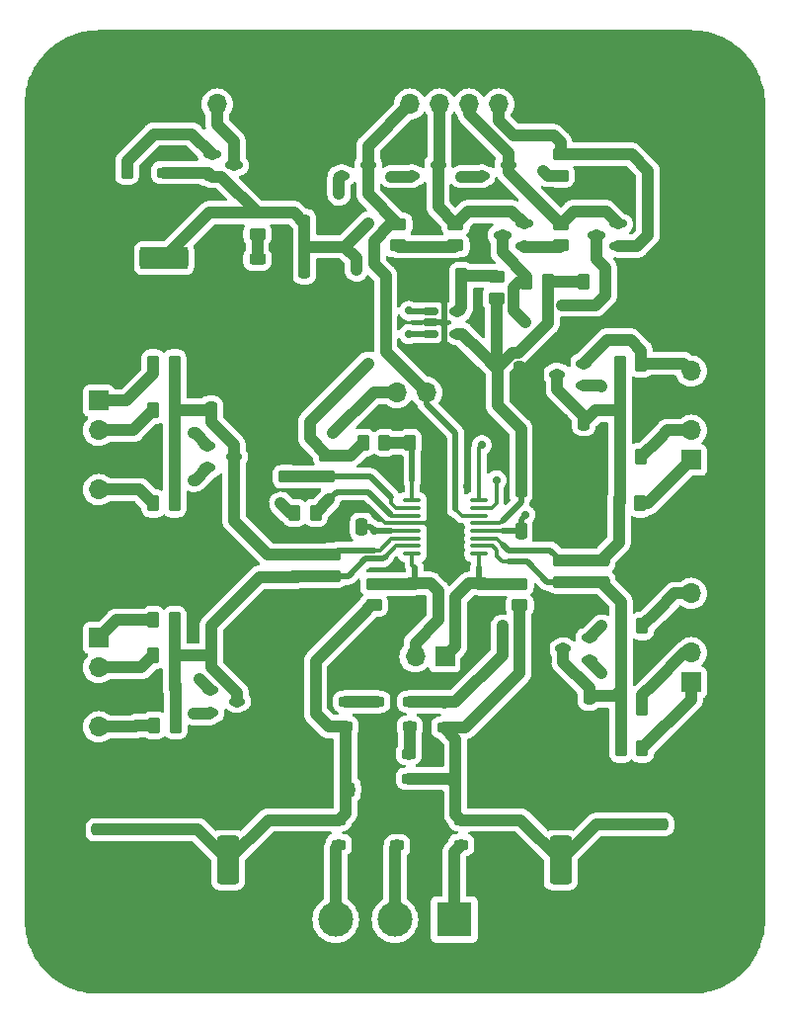
<source format=gbr>
%TF.GenerationSoftware,KiCad,Pcbnew,7.0.5*%
%TF.CreationDate,2023-09-16T15:31:54-07:00*%
%TF.ProjectId,ADS1219Module,41445331-3231-4394-9d6f-64756c652e6b,rev?*%
%TF.SameCoordinates,Original*%
%TF.FileFunction,Copper,L1,Top*%
%TF.FilePolarity,Positive*%
%FSLAX46Y46*%
G04 Gerber Fmt 4.6, Leading zero omitted, Abs format (unit mm)*
G04 Created by KiCad (PCBNEW 7.0.5) date 2023-09-16 15:31:54*
%MOMM*%
%LPD*%
G01*
G04 APERTURE LIST*
G04 Aperture macros list*
%AMRoundRect*
0 Rectangle with rounded corners*
0 $1 Rounding radius*
0 $2 $3 $4 $5 $6 $7 $8 $9 X,Y pos of 4 corners*
0 Add a 4 corners polygon primitive as box body*
4,1,4,$2,$3,$4,$5,$6,$7,$8,$9,$2,$3,0*
0 Add four circle primitives for the rounded corners*
1,1,$1+$1,$2,$3*
1,1,$1+$1,$4,$5*
1,1,$1+$1,$6,$7*
1,1,$1+$1,$8,$9*
0 Add four rect primitives between the rounded corners*
20,1,$1+$1,$2,$3,$4,$5,0*
20,1,$1+$1,$4,$5,$6,$7,0*
20,1,$1+$1,$6,$7,$8,$9,0*
20,1,$1+$1,$8,$9,$2,$3,0*%
G04 Aperture macros list end*
%TA.AperFunction,SMDPad,CuDef*%
%ADD10RoundRect,0.250000X-0.262500X-0.450000X0.262500X-0.450000X0.262500X0.450000X-0.262500X0.450000X0*%
%TD*%
%TA.AperFunction,SMDPad,CuDef*%
%ADD11RoundRect,0.250000X0.250000X0.475000X-0.250000X0.475000X-0.250000X-0.475000X0.250000X-0.475000X0*%
%TD*%
%TA.AperFunction,SMDPad,CuDef*%
%ADD12RoundRect,0.218750X-0.381250X0.218750X-0.381250X-0.218750X0.381250X-0.218750X0.381250X0.218750X0*%
%TD*%
%TA.AperFunction,SMDPad,CuDef*%
%ADD13RoundRect,0.250000X0.475000X-0.250000X0.475000X0.250000X-0.475000X0.250000X-0.475000X-0.250000X0*%
%TD*%
%TA.AperFunction,ComponentPad*%
%ADD14R,1.700000X1.700000*%
%TD*%
%TA.AperFunction,ComponentPad*%
%ADD15O,1.700000X1.700000*%
%TD*%
%TA.AperFunction,SMDPad,CuDef*%
%ADD16RoundRect,0.150000X-0.512500X-0.150000X0.512500X-0.150000X0.512500X0.150000X-0.512500X0.150000X0*%
%TD*%
%TA.AperFunction,ComponentPad*%
%ADD17C,5.600000*%
%TD*%
%TA.AperFunction,SMDPad,CuDef*%
%ADD18RoundRect,0.250000X-0.450000X0.262500X-0.450000X-0.262500X0.450000X-0.262500X0.450000X0.262500X0*%
%TD*%
%TA.AperFunction,SMDPad,CuDef*%
%ADD19RoundRect,0.225000X0.375000X-0.225000X0.375000X0.225000X-0.375000X0.225000X-0.375000X-0.225000X0*%
%TD*%
%TA.AperFunction,SMDPad,CuDef*%
%ADD20RoundRect,0.150000X0.512500X0.150000X-0.512500X0.150000X-0.512500X-0.150000X0.512500X-0.150000X0*%
%TD*%
%TA.AperFunction,SMDPad,CuDef*%
%ADD21RoundRect,0.250000X-0.250000X-0.475000X0.250000X-0.475000X0.250000X0.475000X-0.250000X0.475000X0*%
%TD*%
%TA.AperFunction,SMDPad,CuDef*%
%ADD22RoundRect,0.218750X0.381250X-0.218750X0.381250X0.218750X-0.381250X0.218750X-0.381250X-0.218750X0*%
%TD*%
%TA.AperFunction,SMDPad,CuDef*%
%ADD23RoundRect,0.250000X0.700000X-1.825000X0.700000X1.825000X-0.700000X1.825000X-0.700000X-1.825000X0*%
%TD*%
%TA.AperFunction,SMDPad,CuDef*%
%ADD24RoundRect,0.250000X0.262500X0.450000X-0.262500X0.450000X-0.262500X-0.450000X0.262500X-0.450000X0*%
%TD*%
%TA.AperFunction,ComponentPad*%
%ADD25R,3.000000X3.000000*%
%TD*%
%TA.AperFunction,ComponentPad*%
%ADD26C,3.000000*%
%TD*%
%TA.AperFunction,SMDPad,CuDef*%
%ADD27RoundRect,0.250000X-0.475000X0.250000X-0.475000X-0.250000X0.475000X-0.250000X0.475000X0.250000X0*%
%TD*%
%TA.AperFunction,SMDPad,CuDef*%
%ADD28RoundRect,0.250000X0.450000X-0.262500X0.450000X0.262500X-0.450000X0.262500X-0.450000X-0.262500X0*%
%TD*%
%TA.AperFunction,SMDPad,CuDef*%
%ADD29RoundRect,0.150000X-0.587500X-0.150000X0.587500X-0.150000X0.587500X0.150000X-0.587500X0.150000X0*%
%TD*%
%TA.AperFunction,SMDPad,CuDef*%
%ADD30RoundRect,0.100000X-0.637500X-0.100000X0.637500X-0.100000X0.637500X0.100000X-0.637500X0.100000X0*%
%TD*%
%TA.AperFunction,SMDPad,CuDef*%
%ADD31RoundRect,0.150000X0.587500X0.150000X-0.587500X0.150000X-0.587500X-0.150000X0.587500X-0.150000X0*%
%TD*%
%TA.AperFunction,SMDPad,CuDef*%
%ADD32RoundRect,0.250000X-0.700000X1.825000X-0.700000X-1.825000X0.700000X-1.825000X0.700000X1.825000X0*%
%TD*%
%TA.AperFunction,SMDPad,CuDef*%
%ADD33RoundRect,0.218750X0.218750X0.381250X-0.218750X0.381250X-0.218750X-0.381250X0.218750X-0.381250X0*%
%TD*%
%TA.AperFunction,SMDPad,CuDef*%
%ADD34RoundRect,0.243750X0.456250X-0.243750X0.456250X0.243750X-0.456250X0.243750X-0.456250X-0.243750X0*%
%TD*%
%TA.AperFunction,SMDPad,CuDef*%
%ADD35RoundRect,0.250000X1.825000X0.700000X-1.825000X0.700000X-1.825000X-0.700000X1.825000X-0.700000X0*%
%TD*%
%TA.AperFunction,ViaPad*%
%ADD36C,0.700000*%
%TD*%
%TA.AperFunction,ViaPad*%
%ADD37C,0.800000*%
%TD*%
%TA.AperFunction,Conductor*%
%ADD38C,1.000000*%
%TD*%
%TA.AperFunction,Conductor*%
%ADD39C,0.300000*%
%TD*%
%TA.AperFunction,Conductor*%
%ADD40C,0.500000*%
%TD*%
G04 APERTURE END LIST*
D10*
%TO.P,R27,1*%
%TO.N,/ADS1219/AIN0*%
X197087500Y-77000000D03*
%TO.P,R27,2*%
%TO.N,GND*%
X198912500Y-77000000D03*
%TD*%
D11*
%TO.P,C19,1*%
%TO.N,/ADS1219/AIN0*%
X194000000Y-78000000D03*
%TO.P,C19,2*%
%TO.N,GND*%
X192100000Y-78000000D03*
%TD*%
D12*
%TO.P,FB9,1*%
%TO.N,/ADS1219/AnalogueConnection/V_{DD}*%
X179000000Y-106437500D03*
%TO.P,FB9,2*%
%TO.N,VAA*%
X179000000Y-108562500D03*
%TD*%
D13*
%TO.P,C15,1*%
%TO.N,GND*%
X185000000Y-93750000D03*
%TO.P,C15,2*%
%TO.N,/ADS1219/REFP*%
X185000000Y-91850000D03*
%TD*%
D14*
%TO.P,J11,1,Pin_1*%
%TO.N,Net-(J11-Pin_1)*%
X152400000Y-76200000D03*
D15*
%TO.P,J11,2,Pin_2*%
%TO.N,/ADS1219/AnalogueConnection/V_{SS}*%
X152400000Y-78740000D03*
%TO.P,J11,3,Pin_3*%
%TO.N,GND*%
X152400000Y-81280000D03*
%TO.P,J11,4,Pin_4*%
%TO.N,/ADS1219/AnalogueConnection/V_{DD}*%
X152400000Y-83820000D03*
%TD*%
D16*
%TO.P,D6,1,K*%
%TO.N,GND*%
X173225000Y-55050000D03*
%TO.P,D6,2,K*%
%TO.N,/I2CConnector/VI2C*%
X173225000Y-56950000D03*
%TO.P,D6,3,A*%
%TO.N,/ADS1219/~{INT}*%
X175500000Y-56000000D03*
%TD*%
D17*
%TO.P,J3,1,Pin_1*%
%TO.N,GND*%
X152400000Y-120650000D03*
%TD*%
%TO.P,J1,1,Pin_1*%
%TO.N,GND*%
X152400000Y-50800000D03*
%TD*%
D18*
%TO.P,R8,1*%
%TO.N,/ADS1219/~{INT}*%
X178087500Y-61087500D03*
%TO.P,R8,2*%
%TO.N,/I2CConnector/VI2C*%
X178087500Y-62912500D03*
%TD*%
%TO.P,R7,1*%
%TO.N,Net-(D3-A)*%
X192000000Y-61087500D03*
%TO.P,R7,2*%
%TO.N,/I2CConnector/VI2C*%
X192000000Y-62912500D03*
%TD*%
%TO.P,R6,1*%
%TO.N,Net-(D2-A)*%
X183000000Y-61087500D03*
%TO.P,R6,2*%
%TO.N,/I2CConnector/VI2C*%
X183000000Y-62912500D03*
%TD*%
D16*
%TO.P,D3,1,K*%
%TO.N,GND*%
X185225000Y-55050000D03*
%TO.P,D3,2,K*%
%TO.N,+5V*%
X185225000Y-56950000D03*
%TO.P,D3,3,A*%
%TO.N,Net-(D3-A)*%
X187500000Y-56000000D03*
%TD*%
D19*
%TO.P,D5,1,K*%
%TO.N,+5V*%
X158000000Y-56650000D03*
%TO.P,D5,2,A*%
%TO.N,Net-(D5-A)*%
X158000000Y-53350000D03*
%TD*%
D16*
%TO.P,U2,1,SCL*%
%TO.N,/ADS1219/SCL*%
X180862500Y-68550000D03*
%TO.P,U2,2,GND*%
%TO.N,GND*%
X180862500Y-69500000D03*
%TO.P,U2,3,SDA*%
%TO.N,/ADS1219/SDA*%
X180862500Y-70450000D03*
%TO.P,U2,4,V_{CC}*%
%TO.N,+5V*%
X183137500Y-70450000D03*
%TO.P,U2,5,WP*%
%TO.N,Net-(U2-WP)*%
X183137500Y-68550000D03*
%TD*%
D20*
%TO.P,D10,1,K*%
%TO.N,/ADS1219/AnalogueConnection/V_{SS}*%
X194000000Y-74900000D03*
%TO.P,D10,2,K*%
%TO.N,/ADS1219/AnalogueConnection/V_{DD}*%
X194000000Y-73000000D03*
%TO.P,D10,3,A*%
%TO.N,/ADS1219/AIN0*%
X191725000Y-73950000D03*
%TD*%
D21*
%TO.P,C17,1*%
%TO.N,/ADS1219/AIN2*%
X162050000Y-98000000D03*
%TO.P,C17,2*%
%TO.N,GND*%
X163950000Y-98000000D03*
%TD*%
D22*
%TO.P,FB8,1*%
%TO.N,/ADS1219/AnalogueConnection/V_{DD}*%
X179055000Y-104125000D03*
%TO.P,FB8,2*%
%TO.N,+5V*%
X179055000Y-102000000D03*
%TD*%
D10*
%TO.P,R22,1*%
%TO.N,/ADS1219/AnalogueConnection/V_{SS}*%
X157087500Y-98000000D03*
%TO.P,R22,2*%
%TO.N,/ADS1219/AIN2*%
X158912500Y-98000000D03*
%TD*%
D13*
%TO.P,C5,1*%
%TO.N,VSS*%
X156000000Y-112950000D03*
%TO.P,C5,2*%
%TO.N,GND*%
X156000000Y-111050000D03*
%TD*%
D22*
%TO.P,FB7,1*%
%TO.N,GND*%
X176305000Y-104125000D03*
%TO.P,FB7,2*%
%TO.N,/ADS1219/AnalogueConnection/V_{SS}*%
X176305000Y-102000000D03*
%TD*%
D14*
%TO.P,J14,1,Pin_1*%
%TO.N,Net-(J14-Pin_1)*%
X203200000Y-81280000D03*
D15*
%TO.P,J14,2,Pin_2*%
%TO.N,/ADS1219/AnalogueConnection/V_{SS}*%
X203200000Y-78740000D03*
%TO.P,J14,3,Pin_3*%
%TO.N,GND*%
X203200000Y-76200000D03*
%TO.P,J14,4,Pin_4*%
%TO.N,/ADS1219/AnalogueConnection/V_{DD}*%
X203200000Y-73660000D03*
%TD*%
D23*
%TO.P,C9,1*%
%TO.N,GND*%
X163500000Y-122500000D03*
%TO.P,C9,2*%
%TO.N,VSS*%
X163500000Y-115550000D03*
%TD*%
D21*
%TO.P,C13,1*%
%TO.N,+5V*%
X188600000Y-83800000D03*
%TO.P,C13,2*%
%TO.N,GND*%
X190500000Y-83800000D03*
%TD*%
D20*
%TO.P,D9,1,K*%
%TO.N,/ADS1219/AnalogueConnection/V_{SS}*%
X194500000Y-98400000D03*
%TO.P,D9,2,K*%
%TO.N,/ADS1219/AnalogueConnection/V_{DD}*%
X194500000Y-96500000D03*
%TO.P,D9,3,A*%
%TO.N,/ADS1219/AIN1*%
X192225000Y-97450000D03*
%TD*%
D14*
%TO.P,J9,1,Pin_1*%
%TO.N,GND*%
X183040000Y-75500000D03*
D15*
%TO.P,J9,2,Pin_2*%
%TO.N,/ADS1219/~{INT}*%
X180500000Y-75500000D03*
%TO.P,J9,3,Pin_3*%
%TO.N,Net-(J9-Pin_3)*%
X177960000Y-75500000D03*
%TD*%
D10*
%TO.P,R13,1*%
%TO.N,GND*%
X181675000Y-65500000D03*
%TO.P,R13,2*%
%TO.N,Net-(U2-WP)*%
X183500000Y-65500000D03*
%TD*%
D14*
%TO.P,J7,1,Pin_1*%
%TO.N,GND*%
X189230000Y-50800000D03*
D15*
%TO.P,J7,2,Pin_2*%
%TO.N,/I2CConnector/VI2C*%
X186690000Y-50800000D03*
%TO.P,J7,3,Pin_3*%
%TO.N,Net-(D3-A)*%
X184150000Y-50800000D03*
%TO.P,J7,4,Pin_4*%
%TO.N,Net-(D2-A)*%
X181610000Y-50800000D03*
%TO.P,J7,5,Pin_5*%
%TO.N,/ADS1219/~{INT}*%
X179070000Y-50800000D03*
%TD*%
D21*
%TO.P,C3,1*%
%TO.N,+5V*%
X170050000Y-65000000D03*
%TO.P,C3,2*%
%TO.N,GND*%
X171950000Y-65000000D03*
%TD*%
D24*
%TO.P,R2,1*%
%TO.N,/ADS1219/A0*%
X176912500Y-79800000D03*
%TO.P,R2,2*%
%TO.N,+5V*%
X175087500Y-79800000D03*
%TD*%
D12*
%TO.P,FB1,1*%
%TO.N,VAA*%
X183500000Y-112112500D03*
%TO.P,FB1,2*%
%TO.N,Net-(J8-Pin_1)*%
X183500000Y-114237500D03*
%TD*%
%TO.P,FB2,1*%
%TO.N,VSS*%
X173000000Y-112112500D03*
%TO.P,FB2,2*%
%TO.N,Net-(J8-Pin_3)*%
X173000000Y-114237500D03*
%TD*%
D24*
%TO.P,R36,1*%
%TO.N,/ADS1219/AnalogueConnection/V_{DD}*%
X198912500Y-73000000D03*
%TO.P,R36,2*%
%TO.N,/ADS1219/AIN0*%
X197087500Y-73000000D03*
%TD*%
D22*
%TO.P,FB4,1*%
%TO.N,VAA*%
X182000000Y-104187500D03*
%TO.P,FB4,2*%
%TO.N,+5V*%
X182000000Y-102062500D03*
%TD*%
D25*
%TO.P,J8,1,Pin_1*%
%TO.N,Net-(J8-Pin_1)*%
X182880000Y-120650000D03*
D26*
%TO.P,J8,2,Pin_2*%
%TO.N,Net-(J8-Pin_2)*%
X177800000Y-120650000D03*
%TO.P,J8,3,Pin_3*%
%TO.N,Net-(J8-Pin_3)*%
X172720000Y-120650000D03*
%TD*%
D10*
%TO.P,R14,1*%
%TO.N,+5V*%
X169175000Y-85800000D03*
%TO.P,R14,2*%
%TO.N,Net-(J9-Pin_3)*%
X171000000Y-85800000D03*
%TD*%
D14*
%TO.P,J10,1,Pin_1*%
%TO.N,/ADS1219/REFP*%
X182080000Y-98125000D03*
D15*
%TO.P,J10,2,Pin_2*%
%TO.N,/ADS1219/REFN*%
X179540000Y-98125000D03*
%TO.P,J10,3,Pin_3*%
%TO.N,GND*%
X177000000Y-98125000D03*
%TD*%
D24*
%TO.P,R25,1*%
%TO.N,/ADS1219/AnalogueConnection/V_{SS}*%
X199000000Y-102500000D03*
%TO.P,R25,2*%
%TO.N,/ADS1219/AIN1*%
X197175000Y-102500000D03*
%TD*%
%TO.P,R26,1*%
%TO.N,Net-(J13-Pin_1)*%
X199000000Y-106000000D03*
%TO.P,R26,2*%
%TO.N,/ADS1219/AIN1*%
X197175000Y-106000000D03*
%TD*%
D13*
%TO.P,C6,1*%
%TO.N,VSS*%
X152500000Y-112950000D03*
%TO.P,C6,2*%
%TO.N,GND*%
X152500000Y-111050000D03*
%TD*%
D27*
%TO.P,C20,1*%
%TO.N,/ADS1219/AIN3*%
X169000000Y-89400000D03*
%TO.P,C20,2*%
%TO.N,/ADS1219/AIN2*%
X169000000Y-91300000D03*
%TD*%
D11*
%TO.P,C11,1*%
%TO.N,GND*%
X190500000Y-87300000D03*
%TO.P,C11,2*%
%TO.N,VAA*%
X188600000Y-87300000D03*
%TD*%
D24*
%TO.P,R29,1*%
%TO.N,Net-(J14-Pin_1)*%
X198825000Y-85000000D03*
%TO.P,R29,2*%
%TO.N,/ADS1219/AIN0*%
X197000000Y-85000000D03*
%TD*%
%TO.P,R1,1*%
%TO.N,GND*%
X180912500Y-79800000D03*
%TO.P,R1,2*%
%TO.N,/ADS1219/A0*%
X179087500Y-79800000D03*
%TD*%
D28*
%TO.P,R10,1*%
%TO.N,Net-(D4-A)*%
X166000000Y-61912500D03*
%TO.P,R10,2*%
%TO.N,+5V*%
X166000000Y-60087500D03*
%TD*%
D18*
%TO.P,R12,1*%
%TO.N,Net-(U2-WP)*%
X186500000Y-65587500D03*
%TO.P,R12,2*%
%TO.N,+5V*%
X186500000Y-67412500D03*
%TD*%
D16*
%TO.P,D2,1,K*%
%TO.N,GND*%
X179225000Y-55050000D03*
%TO.P,D2,2,K*%
%TO.N,+5V*%
X179225000Y-56950000D03*
%TO.P,D2,3,A*%
%TO.N,Net-(D2-A)*%
X181500000Y-56000000D03*
%TD*%
D24*
%TO.P,R21,1*%
%TO.N,/ADS1219/AIN2*%
X159000000Y-101000000D03*
%TO.P,R21,2*%
%TO.N,GND*%
X157175000Y-101000000D03*
%TD*%
D29*
%TO.P,Q3,1,G*%
%TO.N,Net-(D5-A)*%
X162125000Y-55100000D03*
%TO.P,Q3,2,S*%
%TO.N,+5V*%
X162125000Y-57000000D03*
%TO.P,Q3,3,D*%
%TO.N,Net-(J6-Pin_2)*%
X164000000Y-56050000D03*
%TD*%
D30*
%TO.P,U3,1,A0*%
%TO.N,/ADS1219/A0*%
X179275000Y-84750000D03*
%TO.P,U3,2,A1*%
%TO.N,/ADS1219/A1*%
X179275000Y-85400000D03*
%TO.P,U3,3,~{RESET}*%
%TO.N,Net-(J9-Pin_3)*%
X179275000Y-86050000D03*
%TO.P,U3,4,DGND*%
%TO.N,GND*%
X179275000Y-86700000D03*
%TO.P,U3,5,AGND*%
%TO.N,VSS*%
X179275000Y-87350000D03*
%TO.P,U3,6,AIN3*%
%TO.N,/ADS1219/AIN3*%
X179275000Y-88000000D03*
%TO.P,U3,7,AIN2*%
%TO.N,/ADS1219/AIN2*%
X179275000Y-88650000D03*
%TO.P,U3,8,REFN*%
%TO.N,/ADS1219/REFN*%
X179275000Y-89300000D03*
%TO.P,U3,9,REFP*%
%TO.N,/ADS1219/REFP*%
X185000000Y-89300000D03*
%TO.P,U3,10,AIN1*%
%TO.N,/ADS1219/AIN1*%
X185000000Y-88650000D03*
%TO.P,U3,11,AIN0*%
%TO.N,/ADS1219/AIN0*%
X185000000Y-88000000D03*
%TO.P,U3,12,AV_{DD}*%
%TO.N,VAA*%
X185000000Y-87350000D03*
%TO.P,U3,13,DV_{DD}*%
%TO.N,+5V*%
X185000000Y-86700000D03*
%TO.P,U3,14,~{DRDY}*%
%TO.N,/ADS1219/~{INT}*%
X185000000Y-86050000D03*
%TO.P,U3,15,SDA*%
%TO.N,/ADS1219/SDA*%
X185000000Y-85400000D03*
%TO.P,U3,16,SCL*%
%TO.N,/ADS1219/SCL*%
X185000000Y-84750000D03*
%TD*%
D31*
%TO.P,Q2,1,G*%
%TO.N,/I2CConnector/VI2C*%
X196937500Y-62950000D03*
%TO.P,Q2,2,S*%
%TO.N,Net-(D3-A)*%
X196937500Y-61050000D03*
%TO.P,Q2,3,D*%
%TO.N,/ADS1219/SDA*%
X195062500Y-62000000D03*
%TD*%
D10*
%TO.P,R20,1*%
%TO.N,/ADS1219/AnalogueConnection/V_{SS}*%
X157087500Y-77000000D03*
%TO.P,R20,2*%
%TO.N,/ADS1219/AIN3*%
X158912500Y-77000000D03*
%TD*%
D22*
%TO.P,FB3,1*%
%TO.N,Net-(J8-Pin_2)*%
X178000000Y-114300000D03*
%TO.P,FB3,2*%
%TO.N,GND*%
X178000000Y-112175000D03*
%TD*%
D21*
%TO.P,C2,1*%
%TO.N,+5V*%
X170050000Y-61000000D03*
%TO.P,C2,2*%
%TO.N,GND*%
X171950000Y-61000000D03*
%TD*%
D18*
%TO.P,R32,1*%
%TO.N,GND*%
X168500000Y-80887500D03*
%TO.P,R32,2*%
%TO.N,/ADS1219/A1*%
X168500000Y-82712500D03*
%TD*%
D10*
%TO.P,R4,1*%
%TO.N,/ADS1219/SCL*%
X189087500Y-66000000D03*
%TO.P,R4,2*%
%TO.N,+5V*%
X190912500Y-66000000D03*
%TD*%
D18*
%TO.P,R31,1*%
%TO.N,/ADS1219/AIN0*%
X192000000Y-89887500D03*
%TO.P,R31,2*%
%TO.N,/ADS1219/AIN1*%
X192000000Y-91712500D03*
%TD*%
D13*
%TO.P,C8,1*%
%TO.N,VAA*%
X200500000Y-112500000D03*
%TO.P,C8,2*%
%TO.N,GND*%
X200500000Y-110600000D03*
%TD*%
D18*
%TO.P,R9,1*%
%TO.N,/I2CConnector/VI2C*%
X192000000Y-55087500D03*
%TO.P,R9,2*%
%TO.N,Net-(J6-Pin_2)*%
X192000000Y-56912500D03*
%TD*%
D10*
%TO.P,R33,1*%
%TO.N,/ADS1219/AnalogueConnection/V_{DD}*%
X157175000Y-104000000D03*
%TO.P,R33,2*%
%TO.N,/ADS1219/AIN2*%
X159000000Y-104000000D03*
%TD*%
D31*
%TO.P,Q1,1,G*%
%TO.N,/I2CConnector/VI2C*%
X188875000Y-62950000D03*
%TO.P,Q1,2,S*%
%TO.N,Net-(D2-A)*%
X188875000Y-61050000D03*
%TO.P,Q1,3,D*%
%TO.N,/ADS1219/SCL*%
X187000000Y-62000000D03*
%TD*%
D11*
%TO.P,C12,1*%
%TO.N,VSS*%
X174950000Y-87000000D03*
%TO.P,C12,2*%
%TO.N,GND*%
X173050000Y-87000000D03*
%TD*%
D10*
%TO.P,R23,1*%
%TO.N,Net-(J12-Pin_1)*%
X157087500Y-95000000D03*
%TO.P,R23,2*%
%TO.N,/ADS1219/AIN2*%
X158912500Y-95000000D03*
%TD*%
D16*
%TO.P,D7,1,K*%
%TO.N,/ADS1219/AnalogueConnection/V_{SS}*%
X161725000Y-80050000D03*
%TO.P,D7,2,K*%
%TO.N,/ADS1219/AnalogueConnection/V_{DD}*%
X161725000Y-81950000D03*
%TO.P,D7,3,A*%
%TO.N,/ADS1219/AIN3*%
X164000000Y-81000000D03*
%TD*%
D10*
%TO.P,R35,1*%
%TO.N,/ADS1219/AnalogueConnection/V_{DD}*%
X157087500Y-85000000D03*
%TO.P,R35,2*%
%TO.N,/ADS1219/AIN3*%
X158912500Y-85000000D03*
%TD*%
D24*
%TO.P,R19,1*%
%TO.N,/ADS1219/AIN3*%
X158912500Y-81000000D03*
%TO.P,R19,2*%
%TO.N,GND*%
X157087500Y-81000000D03*
%TD*%
%TO.P,R28,1*%
%TO.N,/ADS1219/AnalogueConnection/V_{SS}*%
X198912500Y-81000000D03*
%TO.P,R28,2*%
%TO.N,/ADS1219/AIN0*%
X197087500Y-81000000D03*
%TD*%
D32*
%TO.P,C10,1*%
%TO.N,VAA*%
X192000000Y-115550000D03*
%TO.P,C10,2*%
%TO.N,GND*%
X192000000Y-122500000D03*
%TD*%
D13*
%TO.P,C7,1*%
%TO.N,VAA*%
X196500000Y-112500000D03*
%TO.P,C7,2*%
%TO.N,GND*%
X196500000Y-110600000D03*
%TD*%
D18*
%TO.P,R16,1*%
%TO.N,/ADS1219/REFN*%
X176000000Y-91887500D03*
%TO.P,R16,2*%
%TO.N,VSS*%
X176000000Y-93712500D03*
%TD*%
D14*
%TO.P,J12,1,Pin_1*%
%TO.N,Net-(J12-Pin_1)*%
X152400000Y-96520000D03*
D15*
%TO.P,J12,2,Pin_2*%
%TO.N,/ADS1219/AnalogueConnection/V_{SS}*%
X152400000Y-99060000D03*
%TO.P,J12,3,Pin_3*%
%TO.N,GND*%
X152400000Y-101600000D03*
%TO.P,J12,4,Pin_4*%
%TO.N,/ADS1219/AnalogueConnection/V_{DD}*%
X152400000Y-104140000D03*
%TD*%
D28*
%TO.P,R3,1*%
%TO.N,/ADS1219/A1*%
X172000000Y-82712500D03*
%TO.P,R3,2*%
%TO.N,+5V*%
X172000000Y-80887500D03*
%TD*%
D10*
%TO.P,R11,1*%
%TO.N,GND*%
X153000000Y-56500000D03*
%TO.P,R11,2*%
%TO.N,Net-(D5-A)*%
X154825000Y-56500000D03*
%TD*%
D33*
%TO.P,FB5,1*%
%TO.N,GND*%
X176062500Y-109500000D03*
%TO.P,FB5,2*%
%TO.N,VSS*%
X173937500Y-109500000D03*
%TD*%
D21*
%TO.P,C4,1*%
%TO.N,+5V*%
X186600000Y-73500000D03*
%TO.P,C4,2*%
%TO.N,GND*%
X188500000Y-73500000D03*
%TD*%
D22*
%TO.P,FB6,1*%
%TO.N,VSS*%
X173555000Y-104125000D03*
%TO.P,FB6,2*%
%TO.N,/ADS1219/AnalogueConnection/V_{SS}*%
X173555000Y-102000000D03*
%TD*%
D10*
%TO.P,R24,1*%
%TO.N,/ADS1219/AIN1*%
X197175000Y-99000000D03*
%TO.P,R24,2*%
%TO.N,GND*%
X199000000Y-99000000D03*
%TD*%
D14*
%TO.P,J6,1,Pin_1*%
%TO.N,GND*%
X165100000Y-50800000D03*
D15*
%TO.P,J6,2,Pin_2*%
%TO.N,Net-(J6-Pin_2)*%
X162560000Y-50800000D03*
%TD*%
D14*
%TO.P,J13,1,Pin_1*%
%TO.N,Net-(J13-Pin_1)*%
X203200000Y-100330000D03*
D15*
%TO.P,J13,2,Pin_2*%
%TO.N,/ADS1219/AnalogueConnection/V_{SS}*%
X203200000Y-97790000D03*
%TO.P,J13,3,Pin_3*%
%TO.N,GND*%
X203200000Y-95250000D03*
%TO.P,J13,4,Pin_4*%
%TO.N,/ADS1219/AnalogueConnection/V_{DD}*%
X203200000Y-92710000D03*
%TD*%
D28*
%TO.P,R30,1*%
%TO.N,/ADS1219/AIN2*%
X172500000Y-91212500D03*
%TO.P,R30,2*%
%TO.N,/ADS1219/AIN3*%
X172500000Y-89387500D03*
%TD*%
D34*
%TO.P,D4,1,K*%
%TO.N,GND*%
X166000000Y-65937500D03*
%TO.P,D4,2,A*%
%TO.N,Net-(D4-A)*%
X166000000Y-64062500D03*
%TD*%
D24*
%TO.P,R5,1*%
%TO.N,/ADS1219/SDA*%
X195825000Y-66000000D03*
%TO.P,R5,2*%
%TO.N,+5V*%
X194000000Y-66000000D03*
%TD*%
D16*
%TO.P,D8,1,K*%
%TO.N,/ADS1219/AnalogueConnection/V_{SS}*%
X162000000Y-101000000D03*
%TO.P,D8,2,K*%
%TO.N,/ADS1219/AnalogueConnection/V_{DD}*%
X162000000Y-102900000D03*
%TO.P,D8,3,A*%
%TO.N,/ADS1219/AIN2*%
X164275000Y-101950000D03*
%TD*%
D13*
%TO.P,C14,1*%
%TO.N,GND*%
X179500000Y-93750000D03*
%TO.P,C14,2*%
%TO.N,/ADS1219/REFN*%
X179500000Y-91850000D03*
%TD*%
D21*
%TO.P,C16,1*%
%TO.N,/ADS1219/AIN3*%
X162050000Y-77000000D03*
%TO.P,C16,2*%
%TO.N,GND*%
X163950000Y-77000000D03*
%TD*%
D17*
%TO.P,J4,1,Pin_1*%
%TO.N,GND*%
X203200000Y-120650000D03*
%TD*%
D13*
%TO.P,C21,1*%
%TO.N,/ADS1219/AIN1*%
X195500000Y-91750000D03*
%TO.P,C21,2*%
%TO.N,/ADS1219/AIN0*%
X195500000Y-89850000D03*
%TD*%
D10*
%TO.P,R17,1*%
%TO.N,Net-(J11-Pin_1)*%
X157087500Y-73000000D03*
%TO.P,R17,2*%
%TO.N,/ADS1219/AIN3*%
X158912500Y-73000000D03*
%TD*%
D18*
%TO.P,R18,1*%
%TO.N,/ADS1219/REFP*%
X188500000Y-91887500D03*
%TO.P,R18,2*%
%TO.N,VAA*%
X188500000Y-93712500D03*
%TD*%
D11*
%TO.P,C18,1*%
%TO.N,/ADS1219/AIN1*%
X194450000Y-101500000D03*
%TO.P,C18,2*%
%TO.N,GND*%
X192550000Y-101500000D03*
%TD*%
D17*
%TO.P,J2,1,Pin_1*%
%TO.N,GND*%
X203200000Y-50800000D03*
%TD*%
D35*
%TO.P,C1,1*%
%TO.N,+5V*%
X158000000Y-64000000D03*
%TO.P,C1,2*%
%TO.N,GND*%
X151050000Y-64000000D03*
%TD*%
D24*
%TO.P,R34,1*%
%TO.N,/ADS1219/AnalogueConnection/V_{DD}*%
X199000000Y-95500000D03*
%TO.P,R34,2*%
%TO.N,/ADS1219/AIN1*%
X197175000Y-95500000D03*
%TD*%
D36*
%TO.N,/I2CConnector/VI2C*%
X180500000Y-63000000D03*
X173000000Y-58500000D03*
X190500000Y-63000000D03*
X198550000Y-62950000D03*
%TO.N,GND*%
X195250000Y-107000000D03*
X182500000Y-91000000D03*
X192000000Y-58500000D03*
X160500000Y-95500000D03*
X181000000Y-81500000D03*
X204000000Y-84000000D03*
X185000000Y-69500000D03*
X167500000Y-100500000D03*
X173000000Y-93000000D03*
X175000000Y-67250000D03*
X171500000Y-55050000D03*
X171500000Y-107000000D03*
X178000000Y-82500000D03*
X188500000Y-75500000D03*
X197500000Y-91000000D03*
X185000000Y-95500000D03*
X192000000Y-80000000D03*
X195000000Y-87500000D03*
X201000000Y-58000000D03*
X169500000Y-114000000D03*
X194000000Y-70000000D03*
X180000000Y-59000000D03*
X178000000Y-95000000D03*
X187000000Y-114000000D03*
X166000000Y-84500000D03*
X181500000Y-86500000D03*
X191000000Y-93500000D03*
X181000000Y-106750000D03*
X178000000Y-90500000D03*
X176662500Y-110837500D03*
X190500000Y-101500000D03*
X162000000Y-87000000D03*
X199000000Y-88500000D03*
X206000000Y-99000000D03*
X156000000Y-101500000D03*
X159750000Y-55000000D03*
D37*
X160500000Y-58750000D03*
X166250000Y-57750000D03*
D36*
X156000000Y-87500000D03*
X174750000Y-85250000D03*
X176500000Y-107000000D03*
X186500000Y-58250000D03*
X162500000Y-107000000D03*
X179000000Y-66500000D03*
X185000000Y-107500000D03*
X195000000Y-103500000D03*
X171500000Y-110500000D03*
X177500000Y-55000000D03*
X164500000Y-96000000D03*
X198000000Y-58000000D03*
X183500000Y-55000000D03*
X184000000Y-83500000D03*
%TO.N,+5V*%
X170500000Y-79000000D03*
X175500000Y-73000000D03*
X187000000Y-95500000D03*
X183500000Y-57000000D03*
X168000000Y-85000000D03*
X175500000Y-61000000D03*
X177500000Y-57000000D03*
X192500000Y-66000000D03*
X185050000Y-71950000D03*
X188600000Y-82500000D03*
X174500000Y-65000000D03*
%TO.N,VSS*%
X176000000Y-87350000D03*
X175000000Y-94500000D03*
%TO.N,VAA*%
X188500000Y-95000000D03*
X189000000Y-86000000D03*
%TO.N,/ADS1219/AnalogueConnection/V_{SS}*%
X161000000Y-100000000D03*
X199965000Y-100465000D03*
X195500000Y-75000000D03*
X155347500Y-78740000D03*
X175000000Y-102000000D03*
X156027500Y-99060000D03*
X160500000Y-79000000D03*
X200456250Y-79456250D03*
X195500000Y-99500000D03*
%TO.N,/ADS1219/AnalogueConnection/V_{DD}*%
X155907500Y-83820000D03*
X160500000Y-103000000D03*
X160500000Y-83000000D03*
X179055000Y-105500000D03*
X200250000Y-94250000D03*
X155500000Y-104140000D03*
X195500000Y-95500000D03*
X195000000Y-72000000D03*
%TO.N,Net-(J6-Pin_2)*%
X164000000Y-54000000D03*
X190500000Y-56500000D03*
%TO.N,Net-(J9-Pin_3)*%
X172150000Y-84650000D03*
X172500000Y-79000000D03*
%TO.N,/ADS1219/SCL*%
X189000000Y-69500000D03*
X179000000Y-68500000D03*
X185250000Y-80000000D03*
X188000000Y-66500000D03*
%TO.N,/ADS1219/SDA*%
X179000000Y-70500000D03*
X186500000Y-83000000D03*
X192112500Y-68000000D03*
%TD*%
D38*
%TO.N,/I2CConnector/VI2C*%
X182912500Y-63000000D02*
X183000000Y-62912500D01*
X196937500Y-62950000D02*
X198550000Y-62950000D01*
X191912500Y-63000000D02*
X192000000Y-62912500D01*
X199500000Y-56500000D02*
X199500000Y-62000000D01*
X180500000Y-63000000D02*
X182912500Y-63000000D01*
X188925000Y-63000000D02*
X188875000Y-62950000D01*
X178175000Y-63000000D02*
X178087500Y-62912500D01*
X186690000Y-52190000D02*
X188000000Y-53500000D01*
X180500000Y-63000000D02*
X178175000Y-63000000D01*
X173000000Y-57175000D02*
X173225000Y-56950000D01*
X198087500Y-55087500D02*
X199500000Y-56500000D01*
X173000000Y-58500000D02*
X173000000Y-57175000D01*
X199500000Y-62000000D02*
X198550000Y-62950000D01*
X190500000Y-63000000D02*
X191912500Y-63000000D01*
X192000000Y-55087500D02*
X198087500Y-55087500D01*
X186690000Y-50800000D02*
X186690000Y-52190000D01*
X188000000Y-53500000D02*
X191412500Y-53500000D01*
X190500000Y-63000000D02*
X188925000Y-63000000D01*
X191412500Y-53500000D02*
X192000000Y-54087500D01*
X192000000Y-54087500D02*
X192000000Y-55087500D01*
%TO.N,GND*%
X172450000Y-67500000D02*
X173450000Y-66500000D01*
X163950000Y-98000000D02*
X165000000Y-98000000D01*
X181000000Y-81500000D02*
X181000000Y-79887500D01*
X151050000Y-64000000D02*
X151050000Y-58450000D01*
X207000000Y-70500000D02*
X207000000Y-75000000D01*
X207000000Y-75000000D02*
X205800000Y-76200000D01*
X192000000Y-80000000D02*
X192000000Y-80500000D01*
X171950000Y-59950000D02*
X171000000Y-59000000D01*
X200400001Y-48000001D02*
X203200000Y-50800000D01*
X185175000Y-55000000D02*
X185225000Y-55050000D01*
X155900000Y-101600000D02*
X156000000Y-101500000D01*
X206500000Y-117350000D02*
X203200000Y-120650000D01*
X164000000Y-48000000D02*
X200400001Y-48000001D01*
X171500000Y-110500000D02*
X169000000Y-110500000D01*
X167500000Y-100500000D02*
X167500000Y-106000000D01*
X166437500Y-65937500D02*
X168000000Y-67500000D01*
X203200000Y-50800000D02*
X203200000Y-66700000D01*
X163950000Y-77000000D02*
X164612500Y-77000000D01*
X172500000Y-87000000D02*
X172000000Y-87500000D01*
X164437500Y-67500000D02*
X166000000Y-65937500D01*
X207000000Y-86500000D02*
X207000000Y-94500000D01*
X192550000Y-101500000D02*
X192550000Y-106650000D01*
X176062500Y-109500000D02*
X176062500Y-110237500D01*
X150280000Y-81280000D02*
X152400000Y-81280000D01*
X206000000Y-98050000D02*
X203200000Y-95250000D01*
X178000000Y-95000000D02*
X178250000Y-95000000D01*
X165000000Y-98000000D02*
X167500000Y-100500000D01*
X153000000Y-51400000D02*
X152400000Y-50800000D01*
X206500000Y-99500000D02*
X206500000Y-110500000D01*
X152400000Y-81280000D02*
X156807500Y-81280000D01*
X167500000Y-87500000D02*
X166556250Y-86556250D01*
X153000000Y-56500000D02*
X153000000Y-51400000D01*
X150220000Y-81280000D02*
X149000000Y-82500000D01*
X207000000Y-86500000D02*
X201000000Y-86500000D01*
X203200000Y-76200000D02*
X205200000Y-76200000D01*
X152400000Y-101600000D02*
X155900000Y-101600000D01*
X190500000Y-83800000D02*
X190500000Y-87300000D01*
X164000000Y-48000000D02*
X155199999Y-48000001D01*
X173050000Y-87000000D02*
X172500000Y-87000000D01*
X175000000Y-67250000D02*
X174250000Y-66500000D01*
X200500000Y-110600000D02*
X206400000Y-110600000D01*
X205800000Y-76200000D02*
X203200000Y-76200000D01*
X192000000Y-122500000D02*
X193850000Y-120650000D01*
X149000000Y-107500000D02*
X149000000Y-107000000D01*
D39*
X181500000Y-86500000D02*
X181300000Y-86700000D01*
D38*
X177500000Y-55000000D02*
X179175000Y-55000000D01*
X188500000Y-75500000D02*
X188500000Y-73500000D01*
D40*
X181500000Y-86500000D02*
X181000000Y-86000000D01*
D38*
X200500000Y-110600000D02*
X196500000Y-110600000D01*
X166000000Y-84500000D02*
X166556250Y-83943750D01*
X166000000Y-65937500D02*
X166437500Y-65937500D01*
D40*
X173750000Y-85250000D02*
X173050000Y-85950000D01*
D38*
X177000000Y-98125000D02*
X177000000Y-96250000D01*
X149000000Y-80000000D02*
X150280000Y-81280000D01*
X151050000Y-64000000D02*
X151050000Y-65050000D01*
X176500000Y-107000000D02*
X176062500Y-106562500D01*
X155000000Y-111050000D02*
X156000000Y-111050000D01*
X171000000Y-55550000D02*
X170500000Y-55050000D01*
D40*
X182000000Y-69500000D02*
X182000000Y-72000000D01*
D38*
X207000000Y-94500000D02*
X206250000Y-95250000D01*
X150600000Y-101600000D02*
X152400000Y-101600000D01*
X169000000Y-124500000D02*
X175000000Y-124500000D01*
X192000000Y-79500000D02*
X192000000Y-80000000D01*
X165100000Y-49100000D02*
X164000000Y-48000000D01*
X174250000Y-66500000D02*
X173450000Y-66500000D01*
X169000000Y-110500000D02*
X166000000Y-107500000D01*
X202750000Y-95250000D02*
X199000000Y-99000000D01*
X171000000Y-59000000D02*
X171000000Y-55550000D01*
X172000000Y-87500000D02*
X167500000Y-87500000D01*
X175000000Y-124500000D02*
X190000000Y-124500000D01*
X149000000Y-100000000D02*
X149250000Y-100250000D01*
X181675000Y-65500000D02*
X180000000Y-65500000D01*
X152400000Y-120650000D02*
X149000000Y-117250000D01*
X151050000Y-58450000D02*
X153000000Y-56500000D01*
X164612500Y-77000000D02*
X166556250Y-78943750D01*
X195000000Y-87500000D02*
X190700000Y-87500000D01*
X149250000Y-100250000D02*
X150600000Y-101600000D01*
X152500000Y-111050000D02*
X152500000Y-111000000D01*
D39*
X174750000Y-85250000D02*
X175500000Y-85250000D01*
D38*
X206000000Y-99000000D02*
X206500000Y-99500000D01*
X173225000Y-55050000D02*
X171500000Y-55050000D01*
X192550000Y-106650000D02*
X196500000Y-110600000D01*
X171500000Y-55050000D02*
X170500000Y-55050000D01*
X180000000Y-65500000D02*
X179000000Y-66500000D01*
X185000000Y-93750000D02*
X185000000Y-95500000D01*
X171950000Y-61000000D02*
X171950000Y-59950000D01*
X190500000Y-82000000D02*
X190500000Y-83800000D01*
X167500000Y-106000000D02*
X166000000Y-107500000D01*
X183500000Y-55000000D02*
X185175000Y-55000000D01*
X192100000Y-79600000D02*
X192000000Y-79500000D01*
X206400000Y-110600000D02*
X206500000Y-110500000D01*
X198912500Y-77000000D02*
X202400000Y-77000000D01*
X152500000Y-111050000D02*
X155000000Y-111050000D01*
X149000000Y-107000000D02*
X149000000Y-100500000D01*
X166000000Y-107500000D02*
X162450000Y-111050000D01*
X203200000Y-66700000D02*
X207000000Y-70500000D01*
X167000000Y-122500000D02*
X169000000Y-124500000D01*
X156807500Y-81280000D02*
X157087500Y-81000000D01*
D40*
X180862500Y-69500000D02*
X182000000Y-69500000D01*
D38*
X152400000Y-120650000D02*
X161650000Y-120650000D01*
X156100000Y-101600000D02*
X156575000Y-101600000D01*
X201000000Y-86500000D02*
X199000000Y-88500000D01*
X173450000Y-66500000D02*
X171950000Y-65000000D01*
D40*
X183040000Y-73040000D02*
X183040000Y-75500000D01*
X182000000Y-72000000D02*
X183040000Y-73040000D01*
D38*
X206250000Y-95250000D02*
X203200000Y-95250000D01*
D39*
X175500000Y-85250000D02*
X176950000Y-86700000D01*
D38*
X161650000Y-120650000D02*
X163500000Y-122500000D01*
D40*
X174750000Y-85250000D02*
X173750000Y-85250000D01*
D38*
X192000000Y-80500000D02*
X190500000Y-82000000D01*
X156575000Y-101600000D02*
X157175000Y-101000000D01*
X149000000Y-73000000D02*
X149000000Y-80000000D01*
X189230000Y-50800000D02*
X203200000Y-50800000D01*
X152400000Y-81280000D02*
X150220000Y-81280000D01*
X169350000Y-55050000D02*
X165100000Y-50800000D01*
X203200000Y-95250000D02*
X202750000Y-95250000D01*
X176062500Y-106562500D02*
X176062500Y-104367500D01*
D40*
X182000000Y-69500000D02*
X182000000Y-65825000D01*
D38*
X162450000Y-111050000D02*
X155000000Y-111050000D01*
D39*
X181300000Y-86700000D02*
X179275000Y-86700000D01*
D38*
X152500000Y-111000000D02*
X149000000Y-107500000D01*
D40*
X173050000Y-85950000D02*
X173050000Y-87000000D01*
D38*
X190700000Y-87500000D02*
X190500000Y-87300000D01*
X149000000Y-100500000D02*
X149250000Y-100250000D01*
X181000000Y-79887500D02*
X180912500Y-79800000D01*
D39*
X176950000Y-86700000D02*
X179275000Y-86700000D01*
D38*
X153500000Y-67500000D02*
X164437500Y-67500000D01*
X177000000Y-96250000D02*
X178000000Y-95250000D01*
X149000000Y-82500000D02*
X149000000Y-100000000D01*
X179175000Y-55000000D02*
X179225000Y-55050000D01*
X151050000Y-65050000D02*
X153500000Y-67500000D01*
X176062500Y-109500000D02*
X176062500Y-107437500D01*
X156000000Y-101500000D02*
X156100000Y-101600000D01*
X178250000Y-95000000D02*
X179500000Y-93750000D01*
X170500000Y-55050000D02*
X169350000Y-55050000D01*
D40*
X181000000Y-86000000D02*
X181000000Y-81500000D01*
D38*
X178000000Y-95250000D02*
X178000000Y-95000000D01*
D40*
X182000000Y-65825000D02*
X181675000Y-65500000D01*
D38*
X168000000Y-67500000D02*
X172450000Y-67500000D01*
X207000000Y-78000000D02*
X207000000Y-86500000D01*
X176062500Y-104367500D02*
X176305000Y-104125000D01*
X151050000Y-70950000D02*
X149000000Y-73000000D01*
X163500000Y-122500000D02*
X167000000Y-122500000D01*
X166556250Y-85056250D02*
X166000000Y-84500000D01*
X192100000Y-78000000D02*
X192100000Y-79600000D01*
X155199999Y-48000001D02*
X152400000Y-50800000D01*
X202400000Y-77000000D02*
X203200000Y-76200000D01*
X190000000Y-124500000D02*
X192000000Y-122500000D01*
X205200000Y-76200000D02*
X207000000Y-78000000D01*
X165100000Y-50800000D02*
X165100000Y-49100000D01*
X149000000Y-117250000D02*
X149000000Y-107000000D01*
X178000000Y-112175000D02*
X176662500Y-110837500D01*
X193850000Y-120650000D02*
X203200000Y-120650000D01*
X166556250Y-86556250D02*
X166556250Y-85056250D01*
X166556250Y-83943750D02*
X166556250Y-78943750D01*
X166556250Y-78943750D02*
X168500000Y-80887500D01*
X176062500Y-110237500D02*
X176662500Y-110837500D01*
X206000000Y-99000000D02*
X206000000Y-98050000D01*
X206500000Y-110500000D02*
X206500000Y-117350000D01*
X176062500Y-107437500D02*
X176500000Y-107000000D01*
X151050000Y-64000000D02*
X151050000Y-70950000D01*
D40*
%TO.N,+5V*%
X187000000Y-86500000D02*
X188600000Y-84900000D01*
D38*
X188425000Y-72075000D02*
X187856497Y-72075000D01*
X186600000Y-76600000D02*
X186600000Y-73500000D01*
X168800000Y-85800000D02*
X168000000Y-85000000D01*
X177500000Y-57000000D02*
X179175000Y-57000000D01*
X170500000Y-78000000D02*
X175500000Y-73000000D01*
X180500000Y-102000000D02*
X181937500Y-102000000D01*
X161775000Y-56650000D02*
X162125000Y-57000000D01*
X170050000Y-63000000D02*
X170050000Y-65000000D01*
X169175000Y-85800000D02*
X168800000Y-85800000D01*
X183137500Y-70450000D02*
X183550000Y-70450000D01*
X173500000Y-63000000D02*
X175500000Y-61000000D01*
X192500000Y-66000000D02*
X190912500Y-66000000D01*
X170500000Y-79000000D02*
X170500000Y-79387500D01*
X181937500Y-102000000D02*
X182000000Y-102062500D01*
X186500000Y-73400000D02*
X186600000Y-73500000D01*
X183550000Y-70450000D02*
X185050000Y-71950000D01*
X187856497Y-72075000D02*
X186600000Y-73331497D01*
X174500000Y-64000000D02*
X173500000Y-63000000D01*
D39*
X186800000Y-86700000D02*
X187000000Y-86500000D01*
D38*
X187000000Y-98000000D02*
X187000000Y-95500000D01*
X166000000Y-60087500D02*
X169137500Y-60087500D01*
X170500000Y-79000000D02*
X170500000Y-78000000D01*
X190912500Y-66000000D02*
X190912500Y-69587500D01*
X161912500Y-60087500D02*
X166000000Y-60087500D01*
X186600000Y-73331497D02*
X186600000Y-73500000D01*
X162912500Y-57000000D02*
X166000000Y-60087500D01*
X188600000Y-82500000D02*
X188600000Y-83800000D01*
X190912500Y-69587500D02*
X188425000Y-72075000D01*
D40*
X188600000Y-84900000D02*
X188600000Y-83800000D01*
D38*
X170050000Y-61000000D02*
X170050000Y-63000000D01*
X185050000Y-71950000D02*
X186600000Y-73500000D01*
X186500000Y-67412500D02*
X186500000Y-73400000D01*
X183500000Y-57000000D02*
X185175000Y-57000000D01*
X185175000Y-57000000D02*
X185225000Y-56950000D01*
X172000000Y-80887500D02*
X174000000Y-80887500D01*
X162125000Y-57000000D02*
X162912500Y-57000000D01*
X180500000Y-102000000D02*
X183000000Y-102000000D01*
X158000000Y-64000000D02*
X161912500Y-60087500D01*
X174500000Y-65000000D02*
X174500000Y-64000000D01*
X183000000Y-102000000D02*
X187000000Y-98000000D01*
X158000000Y-56650000D02*
X161775000Y-56650000D01*
X188600000Y-83800000D02*
X188600000Y-78600000D01*
X169137500Y-60087500D02*
X170050000Y-61000000D01*
X188600000Y-78600000D02*
X186600000Y-76600000D01*
X174000000Y-80887500D02*
X175087500Y-79800000D01*
X179175000Y-57000000D02*
X179225000Y-56950000D01*
X170500000Y-79387500D02*
X172000000Y-80887500D01*
D39*
X185000000Y-86700000D02*
X186800000Y-86700000D01*
D38*
X192500000Y-66000000D02*
X194000000Y-66000000D01*
X170050000Y-63000000D02*
X173500000Y-63000000D01*
X179055000Y-102000000D02*
X180500000Y-102000000D01*
%TO.N,VSS*%
X176000000Y-93712500D02*
X175787500Y-93712500D01*
X171000000Y-103000000D02*
X171000000Y-98500000D01*
D40*
X175650000Y-87000000D02*
X176000000Y-87350000D01*
D38*
X173000000Y-112112500D02*
X166937500Y-112112500D01*
X173555000Y-111557500D02*
X173000000Y-112112500D01*
X173555000Y-104125000D02*
X172125000Y-104125000D01*
X173555000Y-109500000D02*
X173555000Y-111557500D01*
X173937500Y-109500000D02*
X173555000Y-109500000D01*
X152500000Y-112950000D02*
X156000000Y-112950000D01*
X160900000Y-112950000D02*
X163500000Y-115550000D01*
X156000000Y-112950000D02*
X160900000Y-112950000D01*
X175787500Y-93712500D02*
X175000000Y-94500000D01*
D40*
X174950000Y-87000000D02*
X175650000Y-87000000D01*
D39*
X179275000Y-87350000D02*
X177500000Y-87350000D01*
D38*
X172125000Y-104125000D02*
X171000000Y-103000000D01*
X166937500Y-112112500D02*
X163500000Y-115550000D01*
X173555000Y-104125000D02*
X173555000Y-109500000D01*
D40*
X177500000Y-87350000D02*
X176000000Y-87350000D01*
D38*
X171000000Y-98500000D02*
X175000000Y-94500000D01*
%TO.N,Net-(D2-A)*%
X181500000Y-59587500D02*
X183000000Y-61087500D01*
X181500000Y-56000000D02*
X181500000Y-59587500D01*
X184087500Y-60000000D02*
X187825000Y-60000000D01*
X181610000Y-50800000D02*
X181610000Y-55890000D01*
X183000000Y-61087500D02*
X184087500Y-60000000D01*
X181610000Y-55890000D02*
X181500000Y-56000000D01*
X187825000Y-60000000D02*
X188875000Y-61050000D01*
%TO.N,Net-(D3-A)*%
X195887500Y-60000000D02*
X196937500Y-61050000D01*
X184150000Y-50800000D02*
X184150000Y-51630209D01*
X192000000Y-61087500D02*
X193087500Y-60000000D01*
X187500000Y-54980209D02*
X187500000Y-56000000D01*
X184150000Y-51630209D02*
X187500000Y-54980209D01*
X187500000Y-56000000D02*
X187500000Y-56587500D01*
X187500000Y-56587500D02*
X192000000Y-61087500D01*
X193087500Y-60000000D02*
X195887500Y-60000000D01*
%TO.N,VAA*%
X188500000Y-95000000D02*
X188500000Y-93712500D01*
D40*
X188600000Y-87300000D02*
X188550000Y-87350000D01*
D38*
X195050000Y-112500000D02*
X192000000Y-115550000D01*
D40*
X188600000Y-86400000D02*
X189000000Y-86000000D01*
D38*
X188562500Y-112112500D02*
X192000000Y-115550000D01*
D40*
X188600000Y-87300000D02*
X188600000Y-86400000D01*
D38*
X183000000Y-111612500D02*
X183000000Y-109000000D01*
X182000000Y-104187500D02*
X183812500Y-104187500D01*
X196500000Y-112500000D02*
X195050000Y-112500000D01*
X179000000Y-108562500D02*
X182562500Y-108562500D01*
X183000000Y-109000000D02*
X183000000Y-105187500D01*
X183812500Y-104187500D02*
X188500000Y-99500000D01*
X183500000Y-112112500D02*
X183000000Y-111612500D01*
X183000000Y-105187500D02*
X182000000Y-104187500D01*
X182562500Y-108562500D02*
X183000000Y-109000000D01*
X200500000Y-112500000D02*
X196500000Y-112500000D01*
D39*
X185000000Y-87350000D02*
X187000000Y-87350000D01*
D38*
X183500000Y-112112500D02*
X188562500Y-112112500D01*
D40*
X188550000Y-87350000D02*
X187000000Y-87350000D01*
D38*
X188500000Y-99500000D02*
X188500000Y-95000000D01*
D39*
%TO.N,/ADS1219/REFN*%
X179275000Y-90275000D02*
X179500000Y-90500000D01*
D38*
X179500000Y-91850000D02*
X180850000Y-91850000D01*
D40*
X179500000Y-90500000D02*
X179500000Y-91850000D01*
D38*
X180850000Y-91850000D02*
X181500000Y-92500000D01*
X179540000Y-96960000D02*
X179540000Y-98125000D01*
X176000000Y-91887500D02*
X179462500Y-91887500D01*
X179462500Y-91887500D02*
X179500000Y-91850000D01*
D39*
X179275000Y-89300000D02*
X179275000Y-90275000D01*
D38*
X181500000Y-95000000D02*
X179540000Y-96960000D01*
X181500000Y-92500000D02*
X181500000Y-95000000D01*
%TO.N,/ADS1219/REFP*%
X188500000Y-91887500D02*
X185037500Y-91887500D01*
X185000000Y-91850000D02*
X184150000Y-91850000D01*
X183000000Y-93000000D02*
X183000000Y-97205000D01*
D40*
X185000000Y-90500000D02*
X185000000Y-91850000D01*
D39*
X185000000Y-89300000D02*
X185000000Y-90500000D01*
D38*
X185037500Y-91887500D02*
X185000000Y-91850000D01*
X183000000Y-97205000D02*
X182080000Y-98125000D01*
X184150000Y-91850000D02*
X183000000Y-93000000D01*
D40*
%TO.N,/ADS1219/AIN3*%
X172887500Y-89000000D02*
X172500000Y-89387500D01*
X176000000Y-89000000D02*
X172887500Y-89000000D01*
D38*
X158912500Y-85000000D02*
X158912500Y-81000000D01*
D39*
X177500000Y-88000000D02*
X176500000Y-89000000D01*
X176500000Y-89000000D02*
X176000000Y-89000000D01*
D38*
X164000000Y-81000000D02*
X164000000Y-86500000D01*
X162050000Y-78050000D02*
X164000000Y-80000000D01*
D39*
X179275000Y-88000000D02*
X177500000Y-88000000D01*
D38*
X158912500Y-77000000D02*
X162050000Y-77000000D01*
X169000000Y-89400000D02*
X172487500Y-89400000D01*
X162050000Y-77000000D02*
X162050000Y-78050000D01*
X158912500Y-77000000D02*
X158912500Y-73000000D01*
X166900000Y-89400000D02*
X169000000Y-89400000D01*
X164000000Y-86500000D02*
X166900000Y-89400000D01*
X164000000Y-80000000D02*
X164000000Y-81000000D01*
X158912500Y-81000000D02*
X158912500Y-77000000D01*
X172487500Y-89400000D02*
X172500000Y-89387500D01*
D40*
%TO.N,/ADS1219/AIN2*%
X176800000Y-89700000D02*
X175300000Y-89700000D01*
D38*
X162050000Y-98000000D02*
X162050000Y-99000000D01*
X162050000Y-99000000D02*
X164275000Y-101225000D01*
X158912500Y-98000000D02*
X162050000Y-98000000D01*
X158912500Y-98000000D02*
X158912500Y-100912500D01*
X158912500Y-100912500D02*
X159000000Y-101000000D01*
D39*
X179275000Y-88650000D02*
X177850000Y-88650000D01*
D40*
X173787500Y-91212500D02*
X172500000Y-91212500D01*
D38*
X169087500Y-91212500D02*
X169000000Y-91300000D01*
X159000000Y-101000000D02*
X159000000Y-104000000D01*
X166200000Y-91300000D02*
X169000000Y-91300000D01*
D39*
X177850000Y-88650000D02*
X177000000Y-89500000D01*
D40*
X177000000Y-89500000D02*
X176800000Y-89700000D01*
D38*
X164275000Y-101225000D02*
X164275000Y-101950000D01*
X158912500Y-95000000D02*
X158912500Y-98000000D01*
X162050000Y-98000000D02*
X162050000Y-95450000D01*
X162050000Y-95450000D02*
X166200000Y-91300000D01*
D40*
X175300000Y-89700000D02*
X173787500Y-91212500D01*
D38*
X172500000Y-91212500D02*
X169087500Y-91212500D01*
D39*
%TO.N,/ADS1219/AIN1*%
X186150000Y-88650000D02*
X186500000Y-89000000D01*
D38*
X196675000Y-101500000D02*
X197175000Y-101000000D01*
X197175000Y-101000000D02*
X197175000Y-99000000D01*
X194450000Y-100832291D02*
X192225000Y-98607291D01*
D39*
X185000000Y-88650000D02*
X186150000Y-88650000D01*
D38*
X197175000Y-106000000D02*
X197175000Y-102500000D01*
X197175000Y-102500000D02*
X197175000Y-101000000D01*
X197175000Y-99000000D02*
X197175000Y-95500000D01*
X192225000Y-98607291D02*
X192225000Y-97450000D01*
D40*
X190856250Y-91712500D02*
X192000000Y-91712500D01*
X187500000Y-90000000D02*
X189143750Y-90000000D01*
D38*
X197175000Y-95500000D02*
X197175000Y-93425000D01*
X197175000Y-93425000D02*
X195500000Y-91750000D01*
X194450000Y-101500000D02*
X196675000Y-101500000D01*
X194450000Y-101500000D02*
X194450000Y-100832291D01*
X195500000Y-91750000D02*
X192037500Y-91750000D01*
D39*
X186500000Y-89500000D02*
X187000000Y-90000000D01*
D40*
X189143750Y-90000000D02*
X190856250Y-91712500D01*
D39*
X187000000Y-90000000D02*
X187500000Y-90000000D01*
D38*
X192037500Y-91750000D02*
X192000000Y-91712500D01*
D39*
X186500000Y-89000000D02*
X186500000Y-89500000D01*
D38*
%TO.N,/ADS1219/AIN0*%
X197087500Y-84912500D02*
X197000000Y-85000000D01*
X197000000Y-88350000D02*
X195500000Y-89850000D01*
D40*
X187000000Y-88500000D02*
X187500000Y-89000000D01*
D38*
X197087500Y-77000000D02*
X195000000Y-77000000D01*
D39*
X185000000Y-88000000D02*
X186500000Y-88000000D01*
D40*
X191112500Y-89000000D02*
X192000000Y-89887500D01*
D38*
X195500000Y-89850000D02*
X192037500Y-89850000D01*
X195000000Y-77000000D02*
X194000000Y-78000000D01*
X197087500Y-81000000D02*
X197087500Y-84912500D01*
X197087500Y-73000000D02*
X197087500Y-77000000D01*
X197000000Y-85000000D02*
X197000000Y-88350000D01*
X194000000Y-78000000D02*
X194000000Y-77500000D01*
X197087500Y-77000000D02*
X197087500Y-81000000D01*
X191725000Y-75225000D02*
X191725000Y-73950000D01*
X194000000Y-77500000D02*
X191725000Y-75225000D01*
D39*
X186500000Y-88000000D02*
X187000000Y-88500000D01*
D40*
X187500000Y-89000000D02*
X191112500Y-89000000D01*
D38*
X192037500Y-89850000D02*
X192000000Y-89887500D01*
%TO.N,Net-(D4-A)*%
X166000000Y-61912500D02*
X166000000Y-64062500D01*
%TO.N,Net-(D5-A)*%
X158000000Y-53350000D02*
X157150000Y-53350000D01*
X154825000Y-55675000D02*
X154825000Y-56500000D01*
X160375000Y-53350000D02*
X162125000Y-55100000D01*
X157150000Y-53350000D02*
X154825000Y-55675000D01*
X158000000Y-53350000D02*
X160375000Y-53350000D01*
%TO.N,/ADS1219/~{INT}*%
X177000000Y-72000000D02*
X180500000Y-75500000D01*
X177000000Y-65500000D02*
X177000000Y-72000000D01*
X175500000Y-58500000D02*
X178087500Y-61087500D01*
X177412500Y-61087500D02*
X176000000Y-62500000D01*
X178087500Y-61087500D02*
X177412500Y-61087500D01*
X175500000Y-56000000D02*
X175500000Y-54370000D01*
D40*
X183000000Y-79000000D02*
X180500000Y-76500000D01*
D38*
X175500000Y-54370000D02*
X179070000Y-50800000D01*
X175500000Y-56000000D02*
X175500000Y-58500000D01*
D40*
X183000000Y-85500000D02*
X183000000Y-79000000D01*
D38*
X176000000Y-62500000D02*
X176000000Y-64500000D01*
D39*
X183550000Y-86050000D02*
X183000000Y-85500000D01*
X185000000Y-86050000D02*
X183550000Y-86050000D01*
D40*
X180500000Y-76500000D02*
X180500000Y-75500000D01*
D38*
X176000000Y-64500000D02*
X177000000Y-65500000D01*
%TO.N,/ADS1219/AnalogueConnection/V_{SS}*%
X194500000Y-98400000D02*
X194500000Y-98500000D01*
X194500000Y-98500000D02*
X195500000Y-99500000D01*
X195400000Y-74900000D02*
X195500000Y-75000000D01*
X198912500Y-81000000D02*
X200456250Y-79456250D01*
X152400000Y-78740000D02*
X155347500Y-78740000D01*
X160675000Y-79000000D02*
X161725000Y-80050000D01*
X201172500Y-78740000D02*
X203200000Y-78740000D01*
X161000000Y-100000000D02*
X162000000Y-101000000D01*
X199965000Y-100465000D02*
X199000000Y-101430000D01*
X157087500Y-77000000D02*
X155347500Y-78740000D01*
X200456250Y-79456250D02*
X201172500Y-78740000D01*
X173555000Y-102000000D02*
X175000000Y-102000000D01*
X152400000Y-99060000D02*
X156027500Y-99060000D01*
X202640000Y-97790000D02*
X199965000Y-100465000D01*
X175000000Y-102000000D02*
X176305000Y-102000000D01*
X194000000Y-74900000D02*
X195400000Y-74900000D01*
X156027500Y-99060000D02*
X157087500Y-98000000D01*
X199000000Y-101430000D02*
X199000000Y-102500000D01*
X160500000Y-79000000D02*
X160675000Y-79000000D01*
X203200000Y-97790000D02*
X202640000Y-97790000D01*
%TO.N,/ADS1219/AnalogueConnection/V_{DD}*%
X179055000Y-104125000D02*
X179055000Y-106382500D01*
X160500000Y-103000000D02*
X161900000Y-103000000D01*
X203200000Y-92710000D02*
X201790000Y-92710000D01*
X194000000Y-73000000D02*
X195000000Y-72000000D01*
X157175000Y-104000000D02*
X155640000Y-104000000D01*
X155907500Y-83820000D02*
X157087500Y-85000000D01*
X198000000Y-71000000D02*
X198912500Y-71912500D01*
X152400000Y-83820000D02*
X155907500Y-83820000D01*
X202540000Y-73000000D02*
X203200000Y-73660000D01*
X161900000Y-103000000D02*
X162000000Y-102900000D01*
X152400000Y-104140000D02*
X155500000Y-104140000D01*
X179055000Y-106382500D02*
X179000000Y-106437500D01*
X200250000Y-94250000D02*
X199000000Y-95500000D01*
X196000000Y-71000000D02*
X198000000Y-71000000D01*
X155640000Y-104000000D02*
X155500000Y-104140000D01*
X201790000Y-92710000D02*
X200250000Y-94250000D01*
X198912500Y-71912500D02*
X198912500Y-73000000D01*
X194500000Y-96500000D02*
X195500000Y-95500000D01*
X198912500Y-73000000D02*
X202540000Y-73000000D01*
X160500000Y-83000000D02*
X160675000Y-83000000D01*
X160675000Y-83000000D02*
X161725000Y-81950000D01*
X195000000Y-72000000D02*
X196000000Y-71000000D01*
%TO.N,Net-(J8-Pin_1)*%
X182880000Y-114857500D02*
X183500000Y-114237500D01*
X182880000Y-120650000D02*
X182880000Y-114857500D01*
%TO.N,Net-(J8-Pin_3)*%
X172720000Y-114517500D02*
X173000000Y-114237500D01*
X172720000Y-120650000D02*
X172720000Y-114517500D01*
%TO.N,Net-(J8-Pin_2)*%
X177800000Y-120650000D02*
X177800000Y-114500000D01*
X177800000Y-114500000D02*
X178000000Y-114300000D01*
%TO.N,Net-(J6-Pin_2)*%
X192000000Y-56912500D02*
X190912500Y-56912500D01*
X164000000Y-54000000D02*
X162560000Y-52560000D01*
X162560000Y-52560000D02*
X162560000Y-50800000D01*
X190912500Y-56912500D02*
X190500000Y-56500000D01*
X164000000Y-56050000D02*
X164000000Y-54000000D01*
D39*
%TO.N,Net-(J9-Pin_3)*%
X177550000Y-86050000D02*
X177500000Y-86000000D01*
D38*
X176000000Y-75500000D02*
X177960000Y-75500000D01*
X172500000Y-79000000D02*
X176000000Y-75500000D01*
D40*
X177500000Y-86000000D02*
X175500000Y-84000000D01*
X175500000Y-84000000D02*
X172800000Y-84000000D01*
D39*
X179275000Y-86050000D02*
X177550000Y-86050000D01*
D38*
X171000000Y-85800000D02*
X172150000Y-84650000D01*
D40*
X172800000Y-84000000D02*
X172150000Y-84650000D01*
D38*
%TO.N,Net-(J11-Pin_1)*%
X152400000Y-76200000D02*
X154800000Y-76200000D01*
X154800000Y-76200000D02*
X157087500Y-73912500D01*
X157087500Y-73912500D02*
X157087500Y-73000000D01*
%TO.N,Net-(J12-Pin_1)*%
X153920000Y-95000000D02*
X152400000Y-96520000D01*
X157087500Y-95000000D02*
X153920000Y-95000000D01*
%TO.N,Net-(J13-Pin_1)*%
X203200000Y-101800000D02*
X199000000Y-106000000D01*
X203200000Y-100330000D02*
X203200000Y-101800000D01*
%TO.N,Net-(J14-Pin_1)*%
X199480000Y-85000000D02*
X203200000Y-81280000D01*
X198825000Y-85000000D02*
X199480000Y-85000000D01*
D39*
%TO.N,/ADS1219/SCL*%
X185250000Y-80000000D02*
X185000000Y-80250000D01*
D38*
X188500000Y-66000000D02*
X188000000Y-66500000D01*
X188000000Y-68500000D02*
X189000000Y-69500000D01*
D40*
X179050000Y-68550000D02*
X179000000Y-68500000D01*
X180862500Y-68550000D02*
X179050000Y-68550000D01*
D38*
X188000000Y-66500000D02*
X188000000Y-68500000D01*
X189087500Y-66000000D02*
X188500000Y-66000000D01*
D39*
X185000000Y-80250000D02*
X185000000Y-84750000D01*
D38*
X189087500Y-65587500D02*
X189087500Y-66000000D01*
X187000000Y-63500000D02*
X189087500Y-65587500D01*
X187000000Y-62000000D02*
X187000000Y-63500000D01*
D40*
%TO.N,/ADS1219/SDA*%
X180812500Y-70500000D02*
X180862500Y-70450000D01*
D38*
X195825000Y-66000000D02*
X195825000Y-67175000D01*
X195062500Y-64062500D02*
X195825000Y-64825000D01*
D39*
X186500000Y-85000000D02*
X186100000Y-85400000D01*
X186100000Y-85400000D02*
X185000000Y-85400000D01*
D38*
X195825000Y-67175000D02*
X195000000Y-68000000D01*
X195000000Y-68000000D02*
X192112500Y-68000000D01*
X195825000Y-64825000D02*
X195825000Y-66000000D01*
D39*
X186500000Y-83000000D02*
X186500000Y-85000000D01*
D40*
X179000000Y-70500000D02*
X180812500Y-70500000D01*
D38*
X195062500Y-62000000D02*
X195062500Y-64062500D01*
D40*
%TO.N,/ADS1219/A0*%
X179275000Y-83000000D02*
X179275000Y-79987500D01*
D38*
X179087500Y-79800000D02*
X176912500Y-79800000D01*
D40*
X179275000Y-79987500D02*
X179087500Y-79800000D01*
D39*
X179275000Y-84750000D02*
X179275000Y-83000000D01*
D40*
%TO.N,/ADS1219/A1*%
X175712500Y-82712500D02*
X172000000Y-82712500D01*
D39*
X179275000Y-85400000D02*
X177900000Y-85400000D01*
X177500000Y-85000000D02*
X177500000Y-84500000D01*
D40*
X177500000Y-84500000D02*
X175712500Y-82712500D01*
D39*
X177900000Y-85400000D02*
X177500000Y-85000000D01*
D38*
X168500000Y-82712500D02*
X172000000Y-82712500D01*
%TO.N,Net-(U2-WP)*%
X186412500Y-65500000D02*
X186500000Y-65587500D01*
X183500000Y-65500000D02*
X183500000Y-68187500D01*
X183500000Y-65500000D02*
X186412500Y-65500000D01*
X183500000Y-68187500D02*
X183137500Y-68550000D01*
%TD*%
%TA.AperFunction,Conductor*%
%TO.N,GND*%
G36*
X181657965Y-103005284D02*
G01*
X181661460Y-103006284D01*
X181720499Y-103043651D01*
X181749963Y-103107004D01*
X181740498Y-103176229D01*
X181695110Y-103229349D01*
X181628208Y-103249497D01*
X181627350Y-103249500D01*
X181570818Y-103249500D01*
X181472316Y-103259563D01*
X181472315Y-103259564D01*
X181420747Y-103276652D01*
X181312715Y-103312450D01*
X181312704Y-103312455D01*
X181169612Y-103400716D01*
X181169608Y-103400719D01*
X181050719Y-103519608D01*
X181050716Y-103519612D01*
X180962455Y-103662704D01*
X180962450Y-103662715D01*
X180946303Y-103711444D01*
X180909564Y-103822315D01*
X180909564Y-103822316D01*
X180909563Y-103822316D01*
X180899500Y-103920818D01*
X180899500Y-104454181D01*
X180909563Y-104552683D01*
X180962450Y-104712284D01*
X180962455Y-104712295D01*
X181050716Y-104855387D01*
X181050719Y-104855391D01*
X181169608Y-104974280D01*
X181169612Y-104974283D01*
X181312704Y-105062544D01*
X181312707Y-105062545D01*
X181312713Y-105062549D01*
X181472315Y-105115436D01*
X181473751Y-105115582D01*
X181474580Y-105115920D01*
X181478939Y-105116854D01*
X181478772Y-105117630D01*
X181538444Y-105141973D01*
X181548839Y-105151260D01*
X181963182Y-105565603D01*
X181996666Y-105626924D01*
X181999500Y-105653282D01*
X181999500Y-107438000D01*
X181979815Y-107505039D01*
X181927011Y-107550794D01*
X181875500Y-107562000D01*
X179702917Y-107562000D01*
X179635878Y-107542315D01*
X179590123Y-107489511D01*
X179580179Y-107420353D01*
X179609204Y-107356797D01*
X179663911Y-107320294D01*
X179687287Y-107312549D01*
X179830391Y-107224281D01*
X179949281Y-107105391D01*
X180037549Y-106962287D01*
X180090436Y-106802685D01*
X180100500Y-106704174D01*
X180100500Y-106170826D01*
X180090436Y-106072315D01*
X180061794Y-105985878D01*
X180055500Y-105946875D01*
X180055500Y-104745019D01*
X180073962Y-104679921D01*
X180077063Y-104674892D01*
X180092549Y-104649787D01*
X180145436Y-104490185D01*
X180155500Y-104391674D01*
X180155500Y-103858326D01*
X180145436Y-103759815D01*
X180092549Y-103600213D01*
X180092545Y-103600207D01*
X180092544Y-103600204D01*
X180004283Y-103457112D01*
X180004280Y-103457108D01*
X179885391Y-103338219D01*
X179885387Y-103338216D01*
X179742295Y-103249955D01*
X179742289Y-103249952D01*
X179742287Y-103249951D01*
X179718911Y-103242205D01*
X179661468Y-103202433D01*
X179634645Y-103137917D01*
X179646960Y-103069141D01*
X179694503Y-103017942D01*
X179757917Y-103000500D01*
X180398259Y-103000500D01*
X181570826Y-103000500D01*
X181623855Y-103000500D01*
X181657965Y-103005284D01*
G37*
%TD.AperFunction*%
%TA.AperFunction,Conductor*%
G36*
X179314855Y-76166546D02*
G01*
X179331575Y-76185842D01*
X179416504Y-76307134D01*
X179461505Y-76371401D01*
X179628599Y-76538495D01*
X179660544Y-76560863D01*
X179714621Y-76598729D01*
X179758246Y-76653306D01*
X179764151Y-76671692D01*
X179764757Y-76674247D01*
X179764758Y-76674251D01*
X179764759Y-76674255D01*
X179790708Y-76745551D01*
X179791299Y-76747253D01*
X179815182Y-76819326D01*
X179818236Y-76825874D01*
X179818182Y-76825898D01*
X179821470Y-76832688D01*
X179821521Y-76832663D01*
X179824761Y-76839113D01*
X179824762Y-76839114D01*
X179824763Y-76839117D01*
X179866494Y-76902567D01*
X179867443Y-76904058D01*
X179895203Y-76949064D01*
X179907289Y-76968657D01*
X179911766Y-76974319D01*
X179911719Y-76974356D01*
X179916482Y-76980202D01*
X179916528Y-76980164D01*
X179921173Y-76985699D01*
X179976363Y-77037768D01*
X179977656Y-77039024D01*
X182213182Y-79274550D01*
X182246666Y-79335871D01*
X182249500Y-79362229D01*
X182249500Y-85543709D01*
X182256407Y-85602797D01*
X182264759Y-85674256D01*
X182264760Y-85674259D01*
X182324762Y-85839115D01*
X182324764Y-85839119D01*
X182421167Y-85985693D01*
X182421168Y-85985694D01*
X182548778Y-86106089D01*
X182548780Y-86106090D01*
X182548782Y-86106092D01*
X182700719Y-86193812D01*
X182722981Y-86200477D01*
X182775140Y-86216093D01*
X182827256Y-86247202D01*
X183029564Y-86449510D01*
X183039635Y-86462080D01*
X183039822Y-86461926D01*
X183044795Y-86467937D01*
X183096542Y-86516531D01*
X183097909Y-86517855D01*
X183118965Y-86538911D01*
X183118968Y-86538913D01*
X183124757Y-86543405D01*
X183129197Y-86547197D01*
X183152774Y-86569336D01*
X183164607Y-86580448D01*
X183179761Y-86588779D01*
X183183205Y-86590672D01*
X183199470Y-86601357D01*
X183216232Y-86614360D01*
X183216235Y-86614361D01*
X183216236Y-86614362D01*
X183260823Y-86633656D01*
X183266059Y-86636221D01*
X183308632Y-86659627D01*
X183324340Y-86663659D01*
X183329186Y-86664904D01*
X183347598Y-86671207D01*
X183367073Y-86679635D01*
X183406033Y-86685805D01*
X183415046Y-86687233D01*
X183420756Y-86688415D01*
X183467823Y-86700500D01*
X183489050Y-86700500D01*
X183508447Y-86702026D01*
X183529404Y-86705346D01*
X183577761Y-86700774D01*
X183583598Y-86700500D01*
X183638001Y-86700500D01*
X183705040Y-86720185D01*
X183750795Y-86772989D01*
X183762001Y-86824500D01*
X183762001Y-86839363D01*
X183777453Y-86956753D01*
X183777457Y-86956765D01*
X183786066Y-86977550D01*
X183793533Y-87047019D01*
X183786067Y-87072449D01*
X183777455Y-87093240D01*
X183762000Y-87210638D01*
X183762000Y-87489363D01*
X183777453Y-87606753D01*
X183777455Y-87606758D01*
X183777456Y-87606762D01*
X183786066Y-87627548D01*
X183793534Y-87697017D01*
X183786067Y-87722448D01*
X183777456Y-87743237D01*
X183777455Y-87743239D01*
X183762000Y-87860638D01*
X183762000Y-88139363D01*
X183777453Y-88256753D01*
X183777457Y-88256765D01*
X183786066Y-88277550D01*
X183793533Y-88347019D01*
X183786067Y-88372449D01*
X183777455Y-88393240D01*
X183762000Y-88510638D01*
X183762000Y-88789363D01*
X183777453Y-88906753D01*
X183777457Y-88906765D01*
X183786066Y-88927550D01*
X183793533Y-88997019D01*
X183786067Y-89022449D01*
X183777455Y-89043240D01*
X183762000Y-89160638D01*
X183762000Y-89439363D01*
X183777453Y-89556753D01*
X183777456Y-89556762D01*
X183837964Y-89702841D01*
X183934218Y-89828282D01*
X184059659Y-89924536D01*
X184205738Y-89985044D01*
X184232690Y-89988592D01*
X184296587Y-90016858D01*
X184335059Y-90075182D01*
X184335891Y-90145047D01*
X184327317Y-90167181D01*
X184289961Y-90241563D01*
X184289960Y-90241566D01*
X184289960Y-90241567D01*
X184249546Y-90412088D01*
X184249500Y-90412281D01*
X184249500Y-90724517D01*
X184229815Y-90791556D01*
X184177011Y-90837311D01*
X184122361Y-90848477D01*
X184073638Y-90847243D01*
X184073628Y-90847243D01*
X184013260Y-90858064D01*
X184008595Y-90858718D01*
X183947563Y-90864925D01*
X183947555Y-90864927D01*
X183914781Y-90875210D01*
X183907154Y-90877082D01*
X183873350Y-90883141D01*
X183816384Y-90905894D01*
X183811948Y-90907473D01*
X183753414Y-90925840D01*
X183753412Y-90925841D01*
X183723385Y-90942506D01*
X183716293Y-90945874D01*
X183684383Y-90958621D01*
X183633154Y-90992383D01*
X183629126Y-90994824D01*
X183575502Y-91024588D01*
X183575499Y-91024590D01*
X183549427Y-91046970D01*
X183543160Y-91051695D01*
X183514482Y-91070598D01*
X183514475Y-91070603D01*
X183471116Y-91113962D01*
X183467661Y-91117164D01*
X183421106Y-91157132D01*
X183421105Y-91157133D01*
X183400076Y-91184300D01*
X183394884Y-91190194D01*
X182562198Y-92022880D01*
X182500875Y-92056365D01*
X182431183Y-92051381D01*
X182375250Y-92009509D01*
X182370989Y-92003447D01*
X182357607Y-91983143D01*
X182355183Y-91979142D01*
X182325409Y-91925498D01*
X182303034Y-91899434D01*
X182298306Y-91893163D01*
X182279404Y-91864484D01*
X182279399Y-91864478D01*
X182253517Y-91838597D01*
X182236019Y-91821099D01*
X182232828Y-91817655D01*
X182192865Y-91771104D01*
X182165694Y-91750072D01*
X182159807Y-91744887D01*
X181566973Y-91152053D01*
X181565915Y-91150967D01*
X181505061Y-91086949D01*
X181505060Y-91086948D01*
X181505059Y-91086947D01*
X181477204Y-91067559D01*
X181454709Y-91051902D01*
X181450946Y-91049064D01*
X181403413Y-91010305D01*
X181403406Y-91010300D01*
X181372959Y-90994397D01*
X181366251Y-90990334D01*
X181338049Y-90970705D01*
X181338046Y-90970703D01*
X181338045Y-90970703D01*
X181338041Y-90970701D01*
X181281680Y-90946514D01*
X181277424Y-90944493D01*
X181223057Y-90916094D01*
X181223050Y-90916091D01*
X181223049Y-90916091D01*
X181217008Y-90914362D01*
X181190030Y-90906642D01*
X181182630Y-90904008D01*
X181151057Y-90890459D01*
X181151058Y-90890459D01*
X181090966Y-90878109D01*
X181086391Y-90876986D01*
X181027420Y-90860113D01*
X181027425Y-90860113D01*
X180993158Y-90857503D01*
X180985380Y-90856412D01*
X180951742Y-90849500D01*
X180951741Y-90849500D01*
X180890402Y-90849500D01*
X180885695Y-90849321D01*
X180880121Y-90848896D01*
X180824524Y-90844662D01*
X180804589Y-90847201D01*
X180790440Y-90849003D01*
X180782611Y-90849500D01*
X180374500Y-90849500D01*
X180307461Y-90829815D01*
X180261706Y-90777011D01*
X180250500Y-90725500D01*
X180250500Y-90456298D01*
X180250500Y-90456291D01*
X180235241Y-90325745D01*
X180175237Y-90160883D01*
X180144071Y-90113498D01*
X180123679Y-90046672D01*
X180142653Y-89979428D01*
X180194970Y-89933117D01*
X180200203Y-89930806D01*
X180215341Y-89924536D01*
X180340782Y-89828282D01*
X180437036Y-89702841D01*
X180497544Y-89556762D01*
X180513000Y-89439361D01*
X180512999Y-89160640D01*
X180512999Y-89160638D01*
X180512999Y-89160636D01*
X180497546Y-89043246D01*
X180497544Y-89043240D01*
X180497544Y-89043238D01*
X180488934Y-89022451D01*
X180481465Y-88952982D01*
X180488932Y-88927549D01*
X180497544Y-88906762D01*
X180513000Y-88789361D01*
X180512999Y-88510640D01*
X180497544Y-88393238D01*
X180488933Y-88372452D01*
X180481465Y-88302983D01*
X180488932Y-88277550D01*
X180497544Y-88256762D01*
X180513000Y-88139361D01*
X180512999Y-87860640D01*
X180512999Y-87860638D01*
X180512999Y-87860636D01*
X180497546Y-87743246D01*
X180497544Y-87743239D01*
X180497544Y-87743238D01*
X180488934Y-87722451D01*
X180481465Y-87652982D01*
X180488934Y-87627547D01*
X180497544Y-87606762D01*
X180513000Y-87489361D01*
X180512999Y-87210640D01*
X180512999Y-87210638D01*
X180512999Y-87210636D01*
X180497546Y-87093246D01*
X180497544Y-87093240D01*
X180497544Y-87093238D01*
X180437036Y-86947159D01*
X180340782Y-86821718D01*
X180310360Y-86798374D01*
X180269158Y-86741949D01*
X180265003Y-86672203D01*
X180299214Y-86611282D01*
X180310351Y-86601631D01*
X180340782Y-86578282D01*
X180437036Y-86452841D01*
X180497544Y-86306762D01*
X180513000Y-86189361D01*
X180512999Y-85910640D01*
X180511094Y-85896172D01*
X180506019Y-85857620D01*
X180497544Y-85793238D01*
X180488933Y-85772452D01*
X180481465Y-85702983D01*
X180488932Y-85677550D01*
X180497544Y-85656762D01*
X180513000Y-85539361D01*
X180512999Y-85260640D01*
X180497544Y-85143238D01*
X180488933Y-85122452D01*
X180481465Y-85052983D01*
X180488932Y-85027550D01*
X180497544Y-85006762D01*
X180513000Y-84889361D01*
X180512999Y-84610640D01*
X180512999Y-84610639D01*
X180512999Y-84610636D01*
X180497546Y-84493246D01*
X180497544Y-84493241D01*
X180497544Y-84493238D01*
X180437036Y-84347159D01*
X180340782Y-84221718D01*
X180215341Y-84125464D01*
X180069262Y-84064956D01*
X180057349Y-84063387D01*
X180033313Y-84060223D01*
X179969417Y-84031955D01*
X179930946Y-83973630D01*
X179925500Y-83937284D01*
X179925500Y-83406374D01*
X179938689Y-83350724D01*
X179985040Y-83258433D01*
X180025500Y-83087721D01*
X180025500Y-80616798D01*
X180034368Y-80576795D01*
X180032542Y-80576190D01*
X180034814Y-80569334D01*
X180089999Y-80402797D01*
X180100500Y-80300009D01*
X180100499Y-79299992D01*
X180094869Y-79244882D01*
X180089999Y-79197203D01*
X180089998Y-79197200D01*
X180074192Y-79149500D01*
X180034814Y-79030666D01*
X179942712Y-78881344D01*
X179818656Y-78757288D01*
X179725888Y-78700069D01*
X179669336Y-78665187D01*
X179669331Y-78665185D01*
X179656342Y-78660881D01*
X179502797Y-78610001D01*
X179502795Y-78610000D01*
X179400010Y-78599500D01*
X178774998Y-78599500D01*
X178774980Y-78599501D01*
X178672203Y-78610000D01*
X178672200Y-78610001D01*
X178505668Y-78665185D01*
X178505663Y-78665187D01*
X178356342Y-78757289D01*
X178350451Y-78763181D01*
X178289128Y-78796666D01*
X178262770Y-78799500D01*
X177737230Y-78799500D01*
X177670191Y-78779815D01*
X177649549Y-78763181D01*
X177643657Y-78757289D01*
X177643656Y-78757288D01*
X177550888Y-78700068D01*
X177494336Y-78665187D01*
X177494331Y-78665185D01*
X177481342Y-78660881D01*
X177327797Y-78610001D01*
X177327795Y-78610000D01*
X177225010Y-78599500D01*
X176599998Y-78599500D01*
X176599980Y-78599501D01*
X176497203Y-78610000D01*
X176497200Y-78610001D01*
X176330668Y-78665185D01*
X176330663Y-78665187D01*
X176181342Y-78757289D01*
X176087681Y-78850951D01*
X176026358Y-78884436D01*
X175956666Y-78879452D01*
X175912319Y-78850951D01*
X175818657Y-78757289D01*
X175818656Y-78757289D01*
X175818656Y-78757288D01*
X175725888Y-78700069D01*
X175669336Y-78665187D01*
X175669331Y-78665185D01*
X175656342Y-78660881D01*
X175502797Y-78610001D01*
X175502795Y-78610000D01*
X175400010Y-78599500D01*
X174774998Y-78599500D01*
X174774980Y-78599501D01*
X174672203Y-78610000D01*
X174672193Y-78610003D01*
X174619540Y-78627450D01*
X174549712Y-78629851D01*
X174489671Y-78594119D01*
X174458479Y-78531598D01*
X174466040Y-78462139D01*
X174492854Y-78422066D01*
X176378102Y-76536819D01*
X176439425Y-76503334D01*
X176465783Y-76500500D01*
X176999242Y-76500500D01*
X177066281Y-76520185D01*
X177086923Y-76536819D01*
X177088599Y-76538495D01*
X177157166Y-76586506D01*
X177282165Y-76674032D01*
X177282167Y-76674033D01*
X177282170Y-76674035D01*
X177496337Y-76773903D01*
X177724592Y-76835063D01*
X177912918Y-76851539D01*
X177959999Y-76855659D01*
X177960000Y-76855659D01*
X177960001Y-76855659D01*
X177999234Y-76852226D01*
X178195408Y-76835063D01*
X178423663Y-76773903D01*
X178637830Y-76674035D01*
X178831401Y-76538495D01*
X178998495Y-76371401D01*
X179128424Y-76185842D01*
X179183002Y-76142217D01*
X179252500Y-76135023D01*
X179314855Y-76166546D01*
G37*
%TD.AperFunction*%
%TA.AperFunction,Conductor*%
G36*
X177996810Y-89525648D02*
G01*
X178052743Y-89567520D01*
X178068035Y-89594374D01*
X178112964Y-89702841D01*
X178209218Y-89828282D01*
X178334659Y-89924536D01*
X178480738Y-89985044D01*
X178516685Y-89989776D01*
X178580581Y-90018042D01*
X178619053Y-90076366D01*
X178624500Y-90112715D01*
X178624500Y-90189494D01*
X178622732Y-90205505D01*
X178622974Y-90205528D01*
X178622239Y-90213294D01*
X178624469Y-90284235D01*
X178624500Y-90286183D01*
X178624500Y-90315920D01*
X178624501Y-90315940D01*
X178625418Y-90323206D01*
X178625876Y-90329024D01*
X178627402Y-90377567D01*
X178627403Y-90377570D01*
X178633323Y-90397948D01*
X178637268Y-90416996D01*
X178639928Y-90438054D01*
X178639931Y-90438064D01*
X178657813Y-90483230D01*
X178659705Y-90488758D01*
X178673254Y-90535395D01*
X178673255Y-90535397D01*
X178684060Y-90553666D01*
X178692617Y-90571134D01*
X178700432Y-90590871D01*
X178722472Y-90621208D01*
X178725819Y-90625814D01*
X178749298Y-90691621D01*
X178749500Y-90698698D01*
X178749500Y-90763000D01*
X178729815Y-90830039D01*
X178677011Y-90875794D01*
X178625500Y-90887000D01*
X176625259Y-90887000D01*
X176609566Y-90885339D01*
X176609531Y-90885689D01*
X176584590Y-90883141D01*
X176577139Y-90882379D01*
X176500010Y-90874500D01*
X175499998Y-90874500D01*
X175499975Y-90874502D01*
X175497980Y-90874706D01*
X175497548Y-90874625D01*
X175496837Y-90874662D01*
X175496828Y-90874491D01*
X175429288Y-90861935D01*
X175378404Y-90814054D01*
X175361485Y-90746263D01*
X175383902Y-90680087D01*
X175397695Y-90663672D01*
X175574548Y-90486819D01*
X175635872Y-90453334D01*
X175662230Y-90450500D01*
X176736295Y-90450500D01*
X176754265Y-90451809D01*
X176778023Y-90455289D01*
X176830068Y-90450735D01*
X176835470Y-90450500D01*
X176843704Y-90450500D01*
X176843709Y-90450500D01*
X176875458Y-90446788D01*
X176877075Y-90446622D01*
X176952797Y-90439999D01*
X176952805Y-90439996D01*
X176959866Y-90438539D01*
X176959878Y-90438598D01*
X176967243Y-90436965D01*
X176967229Y-90436906D01*
X176974251Y-90435241D01*
X176974255Y-90435241D01*
X177045587Y-90409277D01*
X177047286Y-90408688D01*
X177047482Y-90408623D01*
X177119334Y-90384814D01*
X177119342Y-90384808D01*
X177125882Y-90381760D01*
X177125908Y-90381816D01*
X177132690Y-90378532D01*
X177132663Y-90378478D01*
X177139109Y-90375239D01*
X177139117Y-90375237D01*
X177202612Y-90333475D01*
X177203977Y-90332605D01*
X177268656Y-90292712D01*
X177268661Y-90292706D01*
X177274325Y-90288229D01*
X177274363Y-90288277D01*
X177280200Y-90283522D01*
X177280161Y-90283475D01*
X177285691Y-90278833D01*
X177285696Y-90278830D01*
X177337800Y-90223601D01*
X177338991Y-90222375D01*
X177561591Y-89999777D01*
X177643111Y-89896677D01*
X177717257Y-89737673D01*
X177718852Y-89729944D01*
X177751682Y-89668272D01*
X177752517Y-89667427D01*
X177865797Y-89554147D01*
X177927118Y-89520664D01*
X177996810Y-89525648D01*
G37*
%TD.AperFunction*%
%TA.AperFunction,Conductor*%
G36*
X178205703Y-70838875D02*
G01*
X178231887Y-70870589D01*
X178308137Y-71002660D01*
X178308139Y-71002663D01*
X178427764Y-71135521D01*
X178427767Y-71135523D01*
X178427770Y-71135526D01*
X178572407Y-71240612D01*
X178735733Y-71313329D01*
X178910609Y-71350500D01*
X178910610Y-71350500D01*
X179089389Y-71350500D01*
X179089391Y-71350500D01*
X179264267Y-71313329D01*
X179381306Y-71261219D01*
X179431741Y-71250500D01*
X180284306Y-71250500D01*
X180748795Y-71250500D01*
X180766765Y-71251809D01*
X180790523Y-71255289D01*
X180842568Y-71250735D01*
X180847970Y-71250500D01*
X181440686Y-71250500D01*
X181440694Y-71250500D01*
X181477569Y-71247598D01*
X181477571Y-71247597D01*
X181477573Y-71247597D01*
X181531453Y-71231943D01*
X181635398Y-71201744D01*
X181776865Y-71118081D01*
X181893081Y-71001865D01*
X181893267Y-71001549D01*
X181893477Y-71001353D01*
X181897861Y-70995702D01*
X181898772Y-70996409D01*
X181944336Y-70953866D01*
X182013077Y-70941362D01*
X182077667Y-70968006D01*
X182101855Y-70995921D01*
X182102139Y-70995702D01*
X182106179Y-71000911D01*
X182106732Y-71001548D01*
X182106919Y-71001865D01*
X182106921Y-71001867D01*
X182106923Y-71001870D01*
X182223129Y-71118076D01*
X182223133Y-71118079D01*
X182223135Y-71118081D01*
X182364602Y-71201744D01*
X182519448Y-71246731D01*
X182555680Y-71264028D01*
X182649451Y-71329295D01*
X182836442Y-71409540D01*
X183035759Y-71450500D01*
X183084217Y-71450500D01*
X183151256Y-71470185D01*
X183171898Y-71486818D01*
X184270597Y-72585518D01*
X184270598Y-72585519D01*
X184934222Y-73249143D01*
X185563181Y-73878101D01*
X185596666Y-73939424D01*
X185599500Y-73965782D01*
X185599500Y-76586506D01*
X185599480Y-76588070D01*
X185599210Y-76598729D01*
X185597243Y-76676362D01*
X185597243Y-76676370D01*
X185608064Y-76736739D01*
X185608718Y-76741404D01*
X185614925Y-76802430D01*
X185614927Y-76802444D01*
X185625208Y-76835213D01*
X185627079Y-76842837D01*
X185633142Y-76876652D01*
X185633142Y-76876655D01*
X185655894Y-76933612D01*
X185657474Y-76938051D01*
X185675841Y-76996588D01*
X185675844Y-76996595D01*
X185692509Y-77026619D01*
X185695879Y-77033714D01*
X185708622Y-77065614D01*
X185708627Y-77065624D01*
X185729883Y-77097876D01*
X185740732Y-77114338D01*
X185742377Y-77116833D01*
X185744818Y-77120863D01*
X185774588Y-77174498D01*
X185774589Y-77174499D01*
X185774591Y-77174502D01*
X185796968Y-77200567D01*
X185801693Y-77206835D01*
X185813820Y-77225234D01*
X185820598Y-77235519D01*
X185863978Y-77278899D01*
X185867169Y-77282343D01*
X185907131Y-77328892D01*
X185907130Y-77328892D01*
X185934299Y-77349923D01*
X185940186Y-77355107D01*
X186770400Y-78185320D01*
X187563181Y-78978101D01*
X187596666Y-79039424D01*
X187599500Y-79065782D01*
X187599500Y-82958441D01*
X187587476Y-82999389D01*
X187597477Y-83019251D01*
X187599500Y-83041558D01*
X187599500Y-84325001D01*
X187599501Y-84325019D01*
X187610000Y-84427796D01*
X187610001Y-84427799D01*
X187633924Y-84499992D01*
X187665186Y-84594334D01*
X187682045Y-84621668D01*
X187700485Y-84689059D01*
X187679562Y-84755722D01*
X187664187Y-84774444D01*
X187364365Y-85074266D01*
X187303042Y-85107751D01*
X187233350Y-85102767D01*
X187177417Y-85060895D01*
X187153234Y-84998253D01*
X187150775Y-84972237D01*
X187150500Y-84966400D01*
X187150500Y-83596197D01*
X187170185Y-83529158D01*
X187182352Y-83513223D01*
X187191859Y-83502665D01*
X187281250Y-83347835D01*
X187336497Y-83177803D01*
X187352179Y-83028594D01*
X187362709Y-83003002D01*
X187356523Y-82993376D01*
X187352179Y-82971403D01*
X187349500Y-82945911D01*
X187336497Y-82822197D01*
X187281250Y-82652165D01*
X187191859Y-82497335D01*
X187133351Y-82432355D01*
X187072235Y-82364478D01*
X187072232Y-82364476D01*
X187072231Y-82364475D01*
X187072230Y-82364474D01*
X186927593Y-82259388D01*
X186764267Y-82186671D01*
X186764265Y-82186670D01*
X186636594Y-82159533D01*
X186589391Y-82149500D01*
X186410609Y-82149500D01*
X186379954Y-82156015D01*
X186235733Y-82186670D01*
X186235728Y-82186672D01*
X186072408Y-82259387D01*
X185948542Y-82349382D01*
X185927770Y-82364474D01*
X185866648Y-82432355D01*
X185807163Y-82469003D01*
X185737306Y-82467672D01*
X185679258Y-82428785D01*
X185651448Y-82364688D01*
X185650500Y-82349382D01*
X185650500Y-80823477D01*
X185670185Y-80756438D01*
X185701612Y-80723160D01*
X185822230Y-80635526D01*
X185941859Y-80502665D01*
X186031250Y-80347835D01*
X186086497Y-80177803D01*
X186105185Y-80000000D01*
X186086497Y-79822197D01*
X186051598Y-79714790D01*
X186031252Y-79652170D01*
X186031249Y-79652164D01*
X185941859Y-79497335D01*
X185883811Y-79432866D01*
X185822235Y-79364478D01*
X185822232Y-79364476D01*
X185822231Y-79364475D01*
X185822230Y-79364474D01*
X185677593Y-79259388D01*
X185514267Y-79186671D01*
X185514265Y-79186670D01*
X185386594Y-79159533D01*
X185339391Y-79149500D01*
X185160609Y-79149500D01*
X185129954Y-79156015D01*
X184985733Y-79186670D01*
X184985728Y-79186672D01*
X184822408Y-79259387D01*
X184677768Y-79364475D01*
X184558140Y-79497336D01*
X184468750Y-79652164D01*
X184468747Y-79652170D01*
X184413504Y-79822192D01*
X184413503Y-79822194D01*
X184408984Y-79865188D01*
X184398506Y-79964888D01*
X184396961Y-79979585D01*
X184391719Y-80000932D01*
X184392311Y-80001084D01*
X184385090Y-80029201D01*
X184378791Y-80047598D01*
X184370366Y-80067066D01*
X184370364Y-80067073D01*
X184362766Y-80115047D01*
X184361581Y-80120770D01*
X184349500Y-80167818D01*
X184349500Y-80189044D01*
X184347973Y-80208444D01*
X184344653Y-80229403D01*
X184349225Y-80277767D01*
X184349500Y-80283606D01*
X184349500Y-83937284D01*
X184329815Y-84004323D01*
X184277011Y-84050078D01*
X184241685Y-84060223D01*
X184205745Y-84064954D01*
X184205737Y-84064956D01*
X184059660Y-84125463D01*
X184059658Y-84125464D01*
X184059659Y-84125464D01*
X183949984Y-84209619D01*
X183884817Y-84234813D01*
X183816373Y-84220775D01*
X183766383Y-84171961D01*
X183750500Y-84111243D01*
X183750500Y-79063705D01*
X183751809Y-79045735D01*
X183754016Y-79030666D01*
X183755289Y-79021977D01*
X183750735Y-78969931D01*
X183750500Y-78964528D01*
X183750500Y-78956296D01*
X183750500Y-78956291D01*
X183746795Y-78924602D01*
X183746618Y-78922876D01*
X183739999Y-78847203D01*
X183739999Y-78847201D01*
X183738539Y-78840129D01*
X183738597Y-78840116D01*
X183736965Y-78832757D01*
X183736906Y-78832772D01*
X183735241Y-78825751D01*
X183735241Y-78825745D01*
X183709267Y-78754382D01*
X183708691Y-78752723D01*
X183704475Y-78739999D01*
X183684814Y-78680666D01*
X183684810Y-78680659D01*
X183681760Y-78674118D01*
X183681815Y-78674091D01*
X183678533Y-78667313D01*
X183678480Y-78667340D01*
X183675236Y-78660881D01*
X183633529Y-78597470D01*
X183632560Y-78595949D01*
X183592710Y-78531342D01*
X183588234Y-78525682D01*
X183588281Y-78525644D01*
X183583519Y-78519799D01*
X183583474Y-78519838D01*
X183578831Y-78514305D01*
X183523616Y-78462212D01*
X183522356Y-78460989D01*
X181568526Y-76507158D01*
X181535041Y-76445836D01*
X181540025Y-76376144D01*
X181554629Y-76348357D01*
X181674035Y-76177830D01*
X181773903Y-75963663D01*
X181835063Y-75735408D01*
X181855659Y-75500000D01*
X181835063Y-75264592D01*
X181773903Y-75036337D01*
X181674035Y-74822171D01*
X181665919Y-74810579D01*
X181538494Y-74628597D01*
X181371402Y-74461506D01*
X181371395Y-74461501D01*
X181177834Y-74325967D01*
X181177830Y-74325965D01*
X181177829Y-74325964D01*
X180963663Y-74226097D01*
X180963659Y-74226096D01*
X180963655Y-74226094D01*
X180735413Y-74164938D01*
X180735403Y-74164936D01*
X180609901Y-74153955D01*
X180544833Y-74128502D01*
X180533029Y-74118108D01*
X178036819Y-71621898D01*
X178003334Y-71560575D01*
X178000500Y-71534217D01*
X178000500Y-70932588D01*
X178020185Y-70865549D01*
X178072989Y-70819794D01*
X178142147Y-70809850D01*
X178205703Y-70838875D01*
G37*
%TD.AperFunction*%
%TA.AperFunction,Conductor*%
G36*
X176043333Y-80720547D02*
G01*
X176087676Y-80749044D01*
X176181344Y-80842712D01*
X176330666Y-80934814D01*
X176497203Y-80989999D01*
X176599991Y-81000500D01*
X177225008Y-81000499D01*
X177225016Y-81000498D01*
X177225019Y-81000498D01*
X177281302Y-80994748D01*
X177327797Y-80989999D01*
X177494334Y-80934814D01*
X177643656Y-80842712D01*
X177649548Y-80836819D01*
X177710872Y-80803334D01*
X177737230Y-80800500D01*
X178262770Y-80800500D01*
X178329809Y-80820185D01*
X178350451Y-80836819D01*
X178356344Y-80842712D01*
X178465597Y-80910099D01*
X178512321Y-80962047D01*
X178524500Y-81015638D01*
X178524500Y-83043709D01*
X178533662Y-83122091D01*
X178539759Y-83174256D01*
X178539760Y-83174259D01*
X178599762Y-83339115D01*
X178604099Y-83345709D01*
X178624493Y-83412536D01*
X178624500Y-83413851D01*
X178624500Y-83937284D01*
X178604815Y-84004323D01*
X178552011Y-84050078D01*
X178516685Y-84060223D01*
X178480745Y-84064954D01*
X178480737Y-84064956D01*
X178334658Y-84125464D01*
X178318777Y-84137650D01*
X178253607Y-84162843D01*
X178185162Y-84148804D01*
X178137754Y-84104370D01*
X178092712Y-84031345D01*
X177203536Y-83142169D01*
X176288229Y-82226861D01*
X176276449Y-82213230D01*
X176268512Y-82202569D01*
X176262112Y-82193972D01*
X176262110Y-82193970D01*
X176222087Y-82160386D01*
X176218112Y-82156744D01*
X176215190Y-82153822D01*
X176212279Y-82150910D01*
X176187236Y-82131109D01*
X176185838Y-82129970D01*
X176127714Y-82081198D01*
X176121680Y-82077229D01*
X176121712Y-82077180D01*
X176115353Y-82073128D01*
X176115322Y-82073179D01*
X176109180Y-82069391D01*
X176109178Y-82069390D01*
X176109177Y-82069389D01*
X176040372Y-82037304D01*
X176038752Y-82036519D01*
X175995932Y-82015015D01*
X175970933Y-82002460D01*
X175970931Y-82002459D01*
X175970930Y-82002459D01*
X175964145Y-81999989D01*
X175964165Y-81999933D01*
X175957049Y-81997459D01*
X175957031Y-81997515D01*
X175950174Y-81995243D01*
X175875828Y-81979891D01*
X175874069Y-81979501D01*
X175800218Y-81961999D01*
X175793047Y-81961161D01*
X175793053Y-81961101D01*
X175785555Y-81960335D01*
X175785550Y-81960395D01*
X175778360Y-81959765D01*
X175702468Y-81961974D01*
X175700665Y-81962000D01*
X174604641Y-81962000D01*
X174537602Y-81942315D01*
X174491847Y-81889511D01*
X174481903Y-81820353D01*
X174510928Y-81756797D01*
X174544462Y-81729582D01*
X174574502Y-81712909D01*
X174600568Y-81690530D01*
X174606843Y-81685800D01*
X174635519Y-81666902D01*
X174678892Y-81623527D01*
X174682350Y-81620323D01*
X174695739Y-81608829D01*
X174728895Y-81580366D01*
X174749928Y-81553191D01*
X174755098Y-81547321D01*
X175265602Y-81036818D01*
X175326925Y-81003333D01*
X175353283Y-81000499D01*
X175400002Y-81000499D01*
X175400008Y-81000499D01*
X175502797Y-80989999D01*
X175669334Y-80934814D01*
X175818656Y-80842712D01*
X175912322Y-80749045D01*
X175973641Y-80715563D01*
X176043333Y-80720547D01*
G37*
%TD.AperFunction*%
%TA.AperFunction,Conductor*%
G36*
X185413698Y-66520185D02*
G01*
X185459453Y-66572989D01*
X185469397Y-66642147D01*
X185452198Y-66689596D01*
X185365189Y-66830659D01*
X185365185Y-66830666D01*
X185365186Y-66830666D01*
X185310001Y-66997203D01*
X185310001Y-66997204D01*
X185310000Y-66997204D01*
X185299500Y-67099983D01*
X185299500Y-67725001D01*
X185299501Y-67725019D01*
X185310000Y-67827796D01*
X185310001Y-67827799D01*
X185365185Y-67994331D01*
X185365187Y-67994336D01*
X185367728Y-67998455D01*
X185454787Y-68139602D01*
X185457289Y-68143657D01*
X185463181Y-68149549D01*
X185496666Y-68210872D01*
X185499500Y-68237230D01*
X185499500Y-70685217D01*
X185479815Y-70752256D01*
X185427011Y-70798011D01*
X185357853Y-70807955D01*
X185294297Y-70778930D01*
X185287819Y-70772898D01*
X184267011Y-69752091D01*
X184265914Y-69750966D01*
X184205061Y-69686949D01*
X184205060Y-69686948D01*
X184205059Y-69686947D01*
X184177204Y-69667559D01*
X184154709Y-69651902D01*
X184150946Y-69649064D01*
X184103413Y-69610305D01*
X184103406Y-69610300D01*
X184072959Y-69594397D01*
X184066251Y-69590334D01*
X184038049Y-69570705D01*
X184038046Y-69570703D01*
X184038045Y-69570703D01*
X184038041Y-69570701D01*
X183981680Y-69546514D01*
X183977424Y-69544493D01*
X183921423Y-69515241D01*
X183871115Y-69466755D01*
X183855007Y-69398768D01*
X183878213Y-69332864D01*
X183915707Y-69298603D01*
X184051865Y-69218081D01*
X184168081Y-69101865D01*
X184251744Y-68960398D01*
X184277836Y-68870589D01*
X184295090Y-68811203D01*
X184318064Y-68767437D01*
X184339697Y-68740908D01*
X184355604Y-68710452D01*
X184359666Y-68703748D01*
X184379295Y-68675549D01*
X184403497Y-68619150D01*
X184405500Y-68614931D01*
X184433909Y-68560549D01*
X184443357Y-68527522D01*
X184445988Y-68520133D01*
X184459540Y-68488558D01*
X184471895Y-68428430D01*
X184472999Y-68423929D01*
X184489886Y-68364918D01*
X184492494Y-68330657D01*
X184493585Y-68322889D01*
X184500500Y-68289243D01*
X184500500Y-68227898D01*
X184500679Y-68223188D01*
X184501617Y-68210872D01*
X184505337Y-68162024D01*
X184500997Y-68127942D01*
X184500500Y-68120103D01*
X184500500Y-66624500D01*
X184520185Y-66557461D01*
X184572989Y-66511706D01*
X184624500Y-66500500D01*
X185346659Y-66500500D01*
X185413698Y-66520185D01*
G37*
%TD.AperFunction*%
%TA.AperFunction,Conductor*%
G36*
X178205703Y-68838875D02*
G01*
X178231887Y-68870589D01*
X178308137Y-69002660D01*
X178308139Y-69002663D01*
X178427764Y-69135521D01*
X178427767Y-69135523D01*
X178427770Y-69135526D01*
X178572407Y-69240612D01*
X178735733Y-69313329D01*
X178910609Y-69350500D01*
X178910610Y-69350500D01*
X179089389Y-69350500D01*
X179089391Y-69350500D01*
X179264267Y-69313329D01*
X179269001Y-69311221D01*
X179319438Y-69300500D01*
X180067672Y-69300500D01*
X180102267Y-69305424D01*
X180247426Y-69347597D01*
X180247429Y-69347597D01*
X180247431Y-69347598D01*
X180284306Y-69350500D01*
X180284314Y-69350500D01*
X181440686Y-69350500D01*
X181440694Y-69350500D01*
X181477569Y-69347598D01*
X181477571Y-69347597D01*
X181477573Y-69347597D01*
X181528283Y-69332864D01*
X181635398Y-69301744D01*
X181776865Y-69218081D01*
X181893081Y-69101865D01*
X181893267Y-69101549D01*
X181893477Y-69101353D01*
X181897861Y-69095702D01*
X181898772Y-69096409D01*
X181944336Y-69053866D01*
X182013077Y-69041362D01*
X182077667Y-69068006D01*
X182101855Y-69095921D01*
X182102139Y-69095702D01*
X182106179Y-69100911D01*
X182106732Y-69101548D01*
X182106919Y-69101865D01*
X182106921Y-69101867D01*
X182106923Y-69101870D01*
X182223129Y-69218076D01*
X182223133Y-69218079D01*
X182223135Y-69218081D01*
X182364602Y-69301744D01*
X182377269Y-69305424D01*
X182519321Y-69346695D01*
X182558119Y-69365824D01*
X182602982Y-69398768D01*
X182604998Y-69400248D01*
X182647383Y-69455793D01*
X182653009Y-69525436D01*
X182620090Y-69587065D01*
X182591785Y-69608612D01*
X182562998Y-69624591D01*
X182562995Y-69624593D01*
X182562994Y-69624594D01*
X182555160Y-69631319D01*
X182508987Y-69656307D01*
X182364606Y-69698253D01*
X182364603Y-69698255D01*
X182223137Y-69781917D01*
X182223129Y-69781923D01*
X182106923Y-69898129D01*
X182106914Y-69898140D01*
X182106729Y-69898455D01*
X182106519Y-69898650D01*
X182102139Y-69904298D01*
X182101227Y-69903591D01*
X182055657Y-69946136D01*
X181986915Y-69958637D01*
X181922327Y-69931988D01*
X181898143Y-69904078D01*
X181897861Y-69904298D01*
X181893823Y-69899092D01*
X181893271Y-69898455D01*
X181893085Y-69898140D01*
X181893076Y-69898129D01*
X181776870Y-69781923D01*
X181776862Y-69781917D01*
X181698681Y-69735681D01*
X181635398Y-69698256D01*
X181635397Y-69698255D01*
X181635396Y-69698255D01*
X181635393Y-69698254D01*
X181477573Y-69652402D01*
X181477567Y-69652401D01*
X181440701Y-69649500D01*
X181440694Y-69649500D01*
X180284306Y-69649500D01*
X180284298Y-69649500D01*
X180247432Y-69652401D01*
X180247426Y-69652402D01*
X180089606Y-69698254D01*
X180089603Y-69698255D01*
X180032152Y-69732232D01*
X179969031Y-69749500D01*
X179431741Y-69749500D01*
X179381306Y-69738780D01*
X179363093Y-69730671D01*
X179264267Y-69686671D01*
X179264265Y-69686670D01*
X179121415Y-69656307D01*
X179089391Y-69649500D01*
X178910609Y-69649500D01*
X178879954Y-69656015D01*
X178735733Y-69686670D01*
X178735728Y-69686672D01*
X178572408Y-69759387D01*
X178427768Y-69864475D01*
X178308140Y-69997336D01*
X178231887Y-70129411D01*
X178181320Y-70177626D01*
X178112713Y-70190850D01*
X178047849Y-70164882D01*
X178007320Y-70107968D01*
X178000500Y-70067411D01*
X178000500Y-68932588D01*
X178020185Y-68865549D01*
X178072989Y-68819794D01*
X178142147Y-68809850D01*
X178205703Y-68838875D01*
G37*
%TD.AperFunction*%
%TA.AperFunction,Conductor*%
G36*
X186200652Y-61020185D02*
G01*
X186246407Y-61072989D01*
X186256351Y-61142147D01*
X186227326Y-61205703D01*
X186168548Y-61243477D01*
X186168209Y-61243576D01*
X186152104Y-61248254D01*
X186152103Y-61248255D01*
X186010637Y-61331917D01*
X186010629Y-61331923D01*
X185894423Y-61448129D01*
X185894417Y-61448137D01*
X185810755Y-61589603D01*
X185810754Y-61589606D01*
X185764902Y-61747426D01*
X185764901Y-61747432D01*
X185762000Y-61784298D01*
X185762000Y-62215701D01*
X185764901Y-62252567D01*
X185764902Y-62252573D01*
X185810754Y-62410393D01*
X185810755Y-62410396D01*
X185810756Y-62410398D01*
X185894419Y-62551865D01*
X185963182Y-62620628D01*
X185996666Y-62681949D01*
X185999500Y-62708308D01*
X185999500Y-63486506D01*
X185999480Y-63488070D01*
X185999125Y-63502075D01*
X185997243Y-63576362D01*
X185997243Y-63576370D01*
X186008064Y-63636739D01*
X186008718Y-63641404D01*
X186014925Y-63702430D01*
X186014927Y-63702444D01*
X186025208Y-63735213D01*
X186027079Y-63742837D01*
X186033142Y-63776652D01*
X186033142Y-63776655D01*
X186044994Y-63806324D01*
X186054169Y-63829295D01*
X186055894Y-63833612D01*
X186057474Y-63838051D01*
X186075841Y-63896588D01*
X186075844Y-63896595D01*
X186092509Y-63926619D01*
X186095879Y-63933714D01*
X186108622Y-63965614D01*
X186108627Y-63965624D01*
X186112755Y-63971887D01*
X186131612Y-64000500D01*
X186142377Y-64016833D01*
X186144818Y-64020863D01*
X186174588Y-64074498D01*
X186174589Y-64074499D01*
X186174591Y-64074502D01*
X186196968Y-64100567D01*
X186201693Y-64106835D01*
X186211622Y-64121899D01*
X186220598Y-64135519D01*
X186263978Y-64178899D01*
X186267169Y-64182343D01*
X186307131Y-64228892D01*
X186307130Y-64228892D01*
X186334299Y-64249923D01*
X186340186Y-64255107D01*
X186372897Y-64287819D01*
X186372898Y-64287819D01*
X186406383Y-64349142D01*
X186401399Y-64418834D01*
X186359527Y-64474767D01*
X186294063Y-64499184D01*
X186285217Y-64499500D01*
X184324730Y-64499500D01*
X184257691Y-64479815D01*
X184237049Y-64463181D01*
X184231157Y-64457289D01*
X184231157Y-64457288D01*
X184231156Y-64457288D01*
X184124149Y-64391286D01*
X184081836Y-64365187D01*
X184081831Y-64365185D01*
X184053654Y-64355848D01*
X183915297Y-64310001D01*
X183915295Y-64310000D01*
X183812510Y-64299500D01*
X183187498Y-64299500D01*
X183187480Y-64299501D01*
X183084703Y-64310000D01*
X183084700Y-64310001D01*
X182918168Y-64365185D01*
X182918163Y-64365187D01*
X182768842Y-64457289D01*
X182644789Y-64581342D01*
X182552687Y-64730663D01*
X182552685Y-64730668D01*
X182539286Y-64771104D01*
X182497501Y-64897203D01*
X182497501Y-64897204D01*
X182497500Y-64897204D01*
X182487000Y-64999983D01*
X182487000Y-66000001D01*
X182487001Y-66000019D01*
X182498189Y-66109533D01*
X182497839Y-66109568D01*
X182499500Y-66125259D01*
X182499500Y-67665962D01*
X182479815Y-67733001D01*
X182427011Y-67778756D01*
X182410096Y-67785038D01*
X182364604Y-67798254D01*
X182364603Y-67798255D01*
X182223137Y-67881917D01*
X182223129Y-67881923D01*
X182106923Y-67998129D01*
X182106914Y-67998140D01*
X182106729Y-67998455D01*
X182106519Y-67998650D01*
X182102139Y-68004298D01*
X182101227Y-68003591D01*
X182055657Y-68046136D01*
X181986915Y-68058637D01*
X181922327Y-68031988D01*
X181898143Y-68004078D01*
X181897861Y-68004298D01*
X181893823Y-67999092D01*
X181893271Y-67998455D01*
X181893085Y-67998140D01*
X181893076Y-67998129D01*
X181776870Y-67881923D01*
X181776862Y-67881917D01*
X181635396Y-67798255D01*
X181635393Y-67798254D01*
X181477573Y-67752402D01*
X181477567Y-67752401D01*
X181440701Y-67749500D01*
X181440694Y-67749500D01*
X180284306Y-67749500D01*
X180284298Y-67749500D01*
X180247432Y-67752401D01*
X180247426Y-67752402D01*
X180102267Y-67794576D01*
X180067672Y-67799500D01*
X179523093Y-67799500D01*
X179456054Y-67779815D01*
X179450208Y-67775818D01*
X179427597Y-67759390D01*
X179427593Y-67759388D01*
X179264267Y-67686671D01*
X179264265Y-67686670D01*
X179136594Y-67659533D01*
X179089391Y-67649500D01*
X178910609Y-67649500D01*
X178879954Y-67656015D01*
X178735733Y-67686670D01*
X178735728Y-67686672D01*
X178572408Y-67759387D01*
X178427768Y-67864475D01*
X178308140Y-67997336D01*
X178231887Y-68129411D01*
X178181320Y-68177626D01*
X178112713Y-68190850D01*
X178047849Y-68164882D01*
X178007320Y-68107968D01*
X178000500Y-68067411D01*
X178000500Y-65513491D01*
X178000520Y-65511921D01*
X178001366Y-65478555D01*
X178002235Y-65444232D01*
X178002757Y-65423642D01*
X178002756Y-65423641D01*
X178002757Y-65423637D01*
X177991930Y-65363234D01*
X177991280Y-65358599D01*
X177985074Y-65297562D01*
X177974790Y-65264786D01*
X177972920Y-65257168D01*
X177966859Y-65223348D01*
X177966858Y-65223346D01*
X177966858Y-65223344D01*
X177944098Y-65166366D01*
X177942517Y-65161925D01*
X177941110Y-65157442D01*
X177924159Y-65103412D01*
X177907482Y-65073366D01*
X177904122Y-65066288D01*
X177891378Y-65034383D01*
X177891375Y-65034378D01*
X177891374Y-65034376D01*
X177868706Y-64999983D01*
X177857605Y-64983139D01*
X177855183Y-64979142D01*
X177825409Y-64925498D01*
X177803034Y-64899434D01*
X177798306Y-64893163D01*
X177779404Y-64864484D01*
X177779399Y-64864478D01*
X177747300Y-64832380D01*
X177736019Y-64821099D01*
X177732828Y-64817655D01*
X177710284Y-64791395D01*
X177692866Y-64771105D01*
X177692734Y-64771003D01*
X177665694Y-64750072D01*
X177659807Y-64744887D01*
X177036819Y-64121899D01*
X177003334Y-64060576D01*
X177000500Y-64034218D01*
X177000500Y-63886050D01*
X177020185Y-63819011D01*
X177072989Y-63773256D01*
X177142147Y-63763312D01*
X177189595Y-63780511D01*
X177233546Y-63807620D01*
X177318157Y-63859809D01*
X177318160Y-63859810D01*
X177318166Y-63859814D01*
X177484703Y-63914999D01*
X177587491Y-63925500D01*
X177757046Y-63925499D01*
X177795687Y-63932931D01*
X177795903Y-63932179D01*
X177834974Y-63943358D01*
X177842364Y-63945988D01*
X177873942Y-63959540D01*
X177903499Y-63965614D01*
X177934022Y-63971887D01*
X177938600Y-63973010D01*
X177940704Y-63973612D01*
X177997582Y-63989887D01*
X178031839Y-63992495D01*
X178039614Y-63993586D01*
X178073255Y-64000500D01*
X178073259Y-64000500D01*
X178134599Y-64000500D01*
X178139305Y-64000678D01*
X178174063Y-64003325D01*
X178200476Y-64005337D01*
X178200476Y-64005336D01*
X178200477Y-64005337D01*
X178234560Y-64000996D01*
X178242390Y-64000500D01*
X180398259Y-64000500D01*
X182899007Y-64000500D01*
X182900569Y-64000519D01*
X182937783Y-64001462D01*
X182988858Y-64002757D01*
X182988858Y-64002756D01*
X182988863Y-64002757D01*
X183049253Y-63991932D01*
X183053912Y-63991280D01*
X183096107Y-63986988D01*
X183114938Y-63985074D01*
X183147727Y-63974786D01*
X183155340Y-63972918D01*
X183189153Y-63966858D01*
X183189155Y-63966856D01*
X183189159Y-63966856D01*
X183230104Y-63950500D01*
X183246124Y-63944100D01*
X183250549Y-63942525D01*
X183274298Y-63935074D01*
X183286691Y-63931186D01*
X183323811Y-63925499D01*
X183500002Y-63925499D01*
X183500008Y-63925499D01*
X183602797Y-63914999D01*
X183769334Y-63859814D01*
X183918656Y-63767712D01*
X184042712Y-63643656D01*
X184134814Y-63494334D01*
X184189999Y-63327797D01*
X184200500Y-63225009D01*
X184200499Y-62599992D01*
X184195582Y-62551862D01*
X184189999Y-62497203D01*
X184189998Y-62497200D01*
X184166875Y-62427421D01*
X184134814Y-62330666D01*
X184042712Y-62181344D01*
X183949048Y-62087680D01*
X183915564Y-62026358D01*
X183920548Y-61956666D01*
X183949049Y-61912319D01*
X183985868Y-61875500D01*
X184042712Y-61818656D01*
X184134814Y-61669334D01*
X184189999Y-61502797D01*
X184200500Y-61400009D01*
X184200500Y-61353280D01*
X184220182Y-61286244D01*
X184236809Y-61265609D01*
X184465602Y-61036816D01*
X184526924Y-61003334D01*
X184553282Y-61000500D01*
X186133613Y-61000500D01*
X186200652Y-61020185D01*
G37*
%TD.AperFunction*%
%TA.AperFunction,Conductor*%
G36*
X180453168Y-57446025D02*
G01*
X180493098Y-57503360D01*
X180499500Y-57542688D01*
X180499500Y-59574006D01*
X180499480Y-59575576D01*
X180497243Y-59663862D01*
X180497243Y-59663870D01*
X180508064Y-59724239D01*
X180508718Y-59728904D01*
X180514925Y-59789930D01*
X180514927Y-59789944D01*
X180525208Y-59822713D01*
X180527079Y-59830337D01*
X180533142Y-59864152D01*
X180533142Y-59864155D01*
X180555894Y-59921112D01*
X180557474Y-59925551D01*
X180575841Y-59984088D01*
X180575844Y-59984095D01*
X180592509Y-60014119D01*
X180595879Y-60021214D01*
X180608622Y-60053114D01*
X180608627Y-60053124D01*
X180642377Y-60104333D01*
X180644818Y-60108363D01*
X180674588Y-60161998D01*
X180674589Y-60161999D01*
X180674591Y-60162002D01*
X180696968Y-60188067D01*
X180701693Y-60194335D01*
X180714263Y-60213406D01*
X180720598Y-60223019D01*
X180763978Y-60266399D01*
X180767169Y-60269843D01*
X180807131Y-60316392D01*
X180807134Y-60316395D01*
X180834294Y-60337418D01*
X180840190Y-60342611D01*
X181763181Y-61265602D01*
X181796666Y-61326925D01*
X181799500Y-61353281D01*
X181799500Y-61399999D01*
X181799501Y-61400019D01*
X181810000Y-61502796D01*
X181810001Y-61502799D01*
X181865185Y-61669331D01*
X181865189Y-61669340D01*
X181952198Y-61810404D01*
X181970638Y-61877796D01*
X181949715Y-61944459D01*
X181896073Y-61989229D01*
X181846659Y-61999500D01*
X179240841Y-61999500D01*
X179173802Y-61979815D01*
X179128047Y-61927011D01*
X179118103Y-61857853D01*
X179135302Y-61810404D01*
X179191822Y-61718769D01*
X179222314Y-61669334D01*
X179277499Y-61502797D01*
X179288000Y-61400009D01*
X179287999Y-60774992D01*
X179277499Y-60672203D01*
X179222314Y-60505666D01*
X179130212Y-60356344D01*
X179006156Y-60232288D01*
X178856834Y-60140186D01*
X178690297Y-60085001D01*
X178690295Y-60085000D01*
X178587516Y-60074500D01*
X178587509Y-60074500D01*
X178540782Y-60074500D01*
X178473743Y-60054815D01*
X178453101Y-60038181D01*
X176536819Y-58121899D01*
X176503334Y-58060576D01*
X176500500Y-58034218D01*
X176500500Y-57711129D01*
X176520185Y-57644090D01*
X176572989Y-57598335D01*
X176642147Y-57588391D01*
X176705703Y-57617416D01*
X176714369Y-57625692D01*
X176754663Y-57668081D01*
X176820927Y-57737791D01*
X176844941Y-57763053D01*
X176964701Y-57846408D01*
X177011949Y-57879294D01*
X177011950Y-57879294D01*
X177011951Y-57879295D01*
X177198942Y-57959540D01*
X177398259Y-58000500D01*
X179161507Y-58000500D01*
X179163069Y-58000519D01*
X179200283Y-58001462D01*
X179251358Y-58002757D01*
X179251358Y-58002756D01*
X179251363Y-58002757D01*
X179311753Y-57991932D01*
X179316412Y-57991280D01*
X179358607Y-57986988D01*
X179377438Y-57985074D01*
X179410227Y-57974786D01*
X179417840Y-57972918D01*
X179451653Y-57966858D01*
X179508621Y-57944101D01*
X179513053Y-57942524D01*
X179571588Y-57924159D01*
X179601627Y-57907484D01*
X179608708Y-57904122D01*
X179640617Y-57891377D01*
X179691854Y-57857608D01*
X179695851Y-57855187D01*
X179749502Y-57825409D01*
X179775568Y-57803030D01*
X179781843Y-57798300D01*
X179782910Y-57797597D01*
X179810519Y-57779402D01*
X179820731Y-57769189D01*
X179873818Y-57737792D01*
X179997898Y-57701744D01*
X180139365Y-57618081D01*
X180255581Y-57501865D01*
X180260037Y-57494331D01*
X180268768Y-57479568D01*
X180319837Y-57431884D01*
X180388578Y-57419380D01*
X180453168Y-57446025D01*
G37*
%TD.AperFunction*%
%TA.AperFunction,Conductor*%
G36*
X197688756Y-56107685D02*
G01*
X197709398Y-56124319D01*
X198463181Y-56878102D01*
X198496666Y-56939425D01*
X198499500Y-56965783D01*
X198499500Y-61534217D01*
X198479815Y-61601256D01*
X198463181Y-61621898D01*
X198171899Y-61913181D01*
X198110576Y-61946666D01*
X198084218Y-61949500D01*
X197988825Y-61949500D01*
X197921786Y-61929815D01*
X197876031Y-61877011D01*
X197866087Y-61807853D01*
X197895112Y-61744297D01*
X197920739Y-61722909D01*
X197920702Y-61722861D01*
X197922071Y-61721798D01*
X197925702Y-61718769D01*
X197925946Y-61718624D01*
X197926865Y-61718081D01*
X198043081Y-61601865D01*
X198126744Y-61460398D01*
X198172598Y-61302569D01*
X198175500Y-61265694D01*
X198175500Y-60834306D01*
X198172598Y-60797431D01*
X198166075Y-60774980D01*
X198126745Y-60639606D01*
X198126744Y-60639603D01*
X198126744Y-60639602D01*
X198043081Y-60498135D01*
X198043079Y-60498133D01*
X198043076Y-60498129D01*
X197926870Y-60381923D01*
X197926862Y-60381917D01*
X197848681Y-60335681D01*
X197785398Y-60298256D01*
X197785397Y-60298255D01*
X197785396Y-60298255D01*
X197785393Y-60298254D01*
X197627573Y-60252402D01*
X197627568Y-60252401D01*
X197594210Y-60249776D01*
X197528922Y-60224891D01*
X197516260Y-60213839D01*
X196604511Y-59302091D01*
X196603414Y-59300966D01*
X196542561Y-59236949D01*
X196542560Y-59236948D01*
X196542559Y-59236947D01*
X196502978Y-59209398D01*
X196492209Y-59201902D01*
X196488446Y-59199064D01*
X196440913Y-59160305D01*
X196440906Y-59160300D01*
X196410459Y-59144397D01*
X196403751Y-59140334D01*
X196375549Y-59120705D01*
X196375546Y-59120703D01*
X196375545Y-59120703D01*
X196375541Y-59120701D01*
X196319180Y-59096514D01*
X196314924Y-59094493D01*
X196260557Y-59066094D01*
X196260550Y-59066091D01*
X196260549Y-59066091D01*
X196254508Y-59064362D01*
X196227530Y-59056642D01*
X196220130Y-59054008D01*
X196188557Y-59040459D01*
X196188558Y-59040459D01*
X196128466Y-59028109D01*
X196123891Y-59026986D01*
X196064920Y-59010113D01*
X196064925Y-59010113D01*
X196030658Y-59007503D01*
X196022880Y-59006412D01*
X195989242Y-58999500D01*
X195989241Y-58999500D01*
X195927902Y-58999500D01*
X195923195Y-58999321D01*
X195917621Y-58998896D01*
X195862024Y-58994662D01*
X195842089Y-58997201D01*
X195827940Y-58999003D01*
X195820111Y-58999500D01*
X193100953Y-58999500D01*
X193099391Y-58999480D01*
X193011137Y-58997244D01*
X193011126Y-58997245D01*
X192950771Y-59008062D01*
X192946107Y-59008716D01*
X192885063Y-59014925D01*
X192885055Y-59014927D01*
X192852281Y-59025210D01*
X192844653Y-59027082D01*
X192810849Y-59033141D01*
X192753881Y-59055895D01*
X192749445Y-59057474D01*
X192690914Y-59075840D01*
X192690910Y-59075842D01*
X192660878Y-59092510D01*
X192653784Y-59095879D01*
X192621882Y-59108623D01*
X192621877Y-59108625D01*
X192570656Y-59142381D01*
X192566628Y-59144822D01*
X192513001Y-59174588D01*
X192486934Y-59196965D01*
X192480665Y-59201692D01*
X192451984Y-59220595D01*
X192451978Y-59220600D01*
X192408609Y-59263968D01*
X192405155Y-59267169D01*
X192358604Y-59307134D01*
X192337575Y-59334300D01*
X192332384Y-59340194D01*
X192087680Y-59584897D01*
X192026357Y-59618382D01*
X191956665Y-59613398D01*
X191912318Y-59584897D01*
X190346331Y-58018910D01*
X190312846Y-57957587D01*
X190317830Y-57887895D01*
X190359702Y-57831962D01*
X190425166Y-57807545D01*
X190491421Y-57821320D01*
X190539451Y-57846409D01*
X190572473Y-57855856D01*
X190579865Y-57858489D01*
X190611440Y-57872039D01*
X190611441Y-57872040D01*
X190624554Y-57874734D01*
X190671555Y-57884392D01*
X190676095Y-57885506D01*
X190735082Y-57902386D01*
X190769341Y-57904994D01*
X190777109Y-57906085D01*
X190810755Y-57913000D01*
X190810759Y-57913000D01*
X190872101Y-57913000D01*
X190876808Y-57913178D01*
X190900696Y-57914998D01*
X190937975Y-57917837D01*
X190937975Y-57917836D01*
X190937976Y-57917837D01*
X190972059Y-57913496D01*
X190979889Y-57913000D01*
X191374741Y-57913000D01*
X191390433Y-57914660D01*
X191390469Y-57914311D01*
X191397202Y-57914998D01*
X191397203Y-57914999D01*
X191499991Y-57925500D01*
X192500008Y-57925499D01*
X192500016Y-57925498D01*
X192500019Y-57925498D01*
X192556302Y-57919748D01*
X192602797Y-57914999D01*
X192769334Y-57859814D01*
X192918656Y-57767712D01*
X193042712Y-57643656D01*
X193134814Y-57494334D01*
X193189999Y-57327797D01*
X193200500Y-57225009D01*
X193200499Y-56599992D01*
X193189999Y-56497203D01*
X193134814Y-56330666D01*
X193101771Y-56277095D01*
X193083332Y-56209704D01*
X193104255Y-56143041D01*
X193157897Y-56098271D01*
X193207311Y-56088000D01*
X197621717Y-56088000D01*
X197688756Y-56107685D01*
G37*
%TD.AperFunction*%
%TA.AperFunction,Conductor*%
G36*
X186593203Y-57038130D02*
G01*
X186615537Y-57063608D01*
X186641364Y-57102797D01*
X186642377Y-57104333D01*
X186644818Y-57108363D01*
X186674588Y-57161998D01*
X186674589Y-57161999D01*
X186674591Y-57162002D01*
X186696968Y-57188067D01*
X186701693Y-57194335D01*
X186707119Y-57202567D01*
X186720598Y-57223019D01*
X186763978Y-57266399D01*
X186767169Y-57269843D01*
X186807131Y-57316392D01*
X186807130Y-57316392D01*
X186834299Y-57337423D01*
X186840186Y-57342607D01*
X187619478Y-58121899D01*
X188391166Y-58893587D01*
X188424651Y-58954910D01*
X188419667Y-59024602D01*
X188377795Y-59080535D01*
X188312331Y-59104952D01*
X188246074Y-59091177D01*
X188198052Y-59066092D01*
X188198049Y-59066091D01*
X188192008Y-59064362D01*
X188165030Y-59056642D01*
X188157630Y-59054008D01*
X188126057Y-59040459D01*
X188126058Y-59040459D01*
X188065966Y-59028109D01*
X188061391Y-59026986D01*
X188002420Y-59010113D01*
X188002425Y-59010113D01*
X187968158Y-59007503D01*
X187960380Y-59006412D01*
X187926742Y-58999500D01*
X187926741Y-58999500D01*
X187865402Y-58999500D01*
X187860695Y-58999321D01*
X187855121Y-58998896D01*
X187799524Y-58994662D01*
X187779589Y-58997201D01*
X187765440Y-58999003D01*
X187757611Y-58999500D01*
X184100953Y-58999500D01*
X184099391Y-58999480D01*
X184011137Y-58997244D01*
X184011126Y-58997245D01*
X183950771Y-59008062D01*
X183946107Y-59008716D01*
X183885063Y-59014925D01*
X183885055Y-59014927D01*
X183852281Y-59025210D01*
X183844653Y-59027082D01*
X183810849Y-59033141D01*
X183753881Y-59055895D01*
X183749445Y-59057474D01*
X183690914Y-59075840D01*
X183690910Y-59075842D01*
X183660878Y-59092510D01*
X183653784Y-59095879D01*
X183621882Y-59108623D01*
X183621877Y-59108625D01*
X183570656Y-59142381D01*
X183566628Y-59144822D01*
X183513001Y-59174588D01*
X183486934Y-59196965D01*
X183480665Y-59201692D01*
X183451984Y-59220595D01*
X183451978Y-59220600D01*
X183408609Y-59263968D01*
X183405155Y-59267169D01*
X183358602Y-59307136D01*
X183337576Y-59334298D01*
X183332385Y-59340192D01*
X183087680Y-59584897D01*
X183026357Y-59618382D01*
X182956665Y-59613398D01*
X182912318Y-59584897D01*
X182536819Y-59209398D01*
X182503334Y-59148075D01*
X182500500Y-59121717D01*
X182500500Y-57711129D01*
X182520185Y-57644090D01*
X182572989Y-57598335D01*
X182642147Y-57588391D01*
X182705703Y-57617416D01*
X182714369Y-57625692D01*
X182754663Y-57668081D01*
X182820927Y-57737791D01*
X182844941Y-57763053D01*
X182964701Y-57846408D01*
X183011949Y-57879294D01*
X183011950Y-57879294D01*
X183011951Y-57879295D01*
X183198942Y-57959540D01*
X183398259Y-58000500D01*
X185161507Y-58000500D01*
X185163069Y-58000519D01*
X185200283Y-58001462D01*
X185251358Y-58002757D01*
X185251358Y-58002756D01*
X185251363Y-58002757D01*
X185311753Y-57991932D01*
X185316412Y-57991280D01*
X185358607Y-57986988D01*
X185377438Y-57985074D01*
X185410227Y-57974786D01*
X185417840Y-57972918D01*
X185451653Y-57966858D01*
X185508621Y-57944101D01*
X185513053Y-57942524D01*
X185571588Y-57924159D01*
X185601627Y-57907484D01*
X185608708Y-57904122D01*
X185640617Y-57891377D01*
X185691854Y-57857608D01*
X185695851Y-57855187D01*
X185749502Y-57825409D01*
X185775568Y-57803030D01*
X185781843Y-57798300D01*
X185782910Y-57797597D01*
X185810519Y-57779402D01*
X185820731Y-57769189D01*
X185873818Y-57737792D01*
X185997898Y-57701744D01*
X186139365Y-57618081D01*
X186255581Y-57501865D01*
X186339244Y-57360398D01*
X186375807Y-57234547D01*
X186385097Y-57202573D01*
X186385098Y-57202567D01*
X186386004Y-57191052D01*
X186388000Y-57165694D01*
X186388000Y-57131842D01*
X186407685Y-57064804D01*
X186460489Y-57019049D01*
X186529647Y-57009105D01*
X186593203Y-57038130D01*
G37*
%TD.AperFunction*%
%TA.AperFunction,Conductor*%
G36*
X180424855Y-51466546D02*
G01*
X180441575Y-51485842D01*
X180571501Y-51671396D01*
X180571506Y-51671402D01*
X180573181Y-51673077D01*
X180573682Y-51673995D01*
X180574982Y-51675544D01*
X180574670Y-51675805D01*
X180606666Y-51734400D01*
X180609500Y-51760758D01*
X180609500Y-55256691D01*
X180589815Y-55323730D01*
X180573181Y-55344372D01*
X180469423Y-55448129D01*
X180469417Y-55448137D01*
X180385755Y-55589603D01*
X180385754Y-55589606D01*
X180339902Y-55747426D01*
X180339901Y-55747432D01*
X180337000Y-55784298D01*
X180337000Y-56182104D01*
X180317315Y-56249143D01*
X180264511Y-56294898D01*
X180195353Y-56304842D01*
X180147002Y-56284330D01*
X180146080Y-56285890D01*
X180027384Y-56215694D01*
X179997898Y-56198256D01*
X179997897Y-56198255D01*
X179997896Y-56198255D01*
X179997895Y-56198254D01*
X179843180Y-56153305D01*
X179804384Y-56134177D01*
X179735170Y-56083353D01*
X179735160Y-56083346D01*
X179550275Y-55998397D01*
X179550264Y-55998393D01*
X179352054Y-55952396D01*
X179148641Y-55947242D01*
X178948352Y-55983140D01*
X178948341Y-55983143D01*
X178929546Y-55990652D01*
X178883547Y-55999500D01*
X177449257Y-55999500D01*
X177297560Y-56014925D01*
X177103420Y-56075837D01*
X177103405Y-56075844D01*
X176925500Y-56174589D01*
X176925495Y-56174592D01*
X176867770Y-56224148D01*
X176804081Y-56252880D01*
X176734969Y-56242618D01*
X176682376Y-56196620D01*
X176663000Y-56130062D01*
X176663000Y-55784313D01*
X176662999Y-55784298D01*
X176660116Y-55747667D01*
X176660098Y-55747431D01*
X176657490Y-55738456D01*
X176622914Y-55619444D01*
X176614244Y-55589602D01*
X176530581Y-55448135D01*
X176530579Y-55448133D01*
X176530577Y-55448129D01*
X176526518Y-55442895D01*
X176500985Y-55377858D01*
X176500500Y-55366899D01*
X176500500Y-54835782D01*
X176520185Y-54768743D01*
X176536814Y-54748106D01*
X179103031Y-52181888D01*
X179164352Y-52148405D01*
X179179896Y-52146044D01*
X179305408Y-52135063D01*
X179533663Y-52073903D01*
X179747830Y-51974035D01*
X179941401Y-51838495D01*
X180108495Y-51671401D01*
X180238424Y-51485842D01*
X180293002Y-51442217D01*
X180362500Y-51435023D01*
X180424855Y-51466546D01*
G37*
%TD.AperFunction*%
%TA.AperFunction,Conductor*%
G36*
X182964855Y-51466546D02*
G01*
X182981575Y-51485842D01*
X183111501Y-51671396D01*
X183111506Y-51671402D01*
X183119855Y-51679751D01*
X183153340Y-51741074D01*
X183154229Y-51745555D01*
X183158064Y-51766949D01*
X183158718Y-51771615D01*
X183164925Y-51832640D01*
X183164927Y-51832653D01*
X183175208Y-51865422D01*
X183177079Y-51873046D01*
X183183142Y-51906861D01*
X183183142Y-51906864D01*
X183205894Y-51963821D01*
X183207474Y-51968260D01*
X183225841Y-52026797D01*
X183225844Y-52026804D01*
X183242509Y-52056828D01*
X183245879Y-52063923D01*
X183258622Y-52095823D01*
X183258627Y-52095833D01*
X183274934Y-52120575D01*
X183291718Y-52146043D01*
X183292377Y-52147042D01*
X183294818Y-52151072D01*
X183324588Y-52204707D01*
X183324589Y-52204708D01*
X183324591Y-52204711D01*
X183346968Y-52230776D01*
X183351693Y-52237044D01*
X183364263Y-52256115D01*
X183370598Y-52265728D01*
X183413978Y-52309108D01*
X183417169Y-52312552D01*
X183456242Y-52358065D01*
X183457134Y-52359104D01*
X183484294Y-52380127D01*
X183490190Y-52385320D01*
X186432468Y-55327598D01*
X186465953Y-55388921D01*
X186460969Y-55458613D01*
X186451520Y-55478399D01*
X186385754Y-55589605D01*
X186385754Y-55589606D01*
X186339902Y-55747426D01*
X186339901Y-55747432D01*
X186337000Y-55784298D01*
X186337000Y-56182104D01*
X186317315Y-56249143D01*
X186264511Y-56294898D01*
X186195353Y-56304842D01*
X186147002Y-56284330D01*
X186146080Y-56285890D01*
X186027384Y-56215694D01*
X185997898Y-56198256D01*
X185997897Y-56198255D01*
X185997896Y-56198255D01*
X185997895Y-56198254D01*
X185843180Y-56153305D01*
X185804384Y-56134177D01*
X185735170Y-56083353D01*
X185735160Y-56083346D01*
X185550275Y-55998397D01*
X185550264Y-55998393D01*
X185352054Y-55952396D01*
X185148641Y-55947242D01*
X184948352Y-55983140D01*
X184948341Y-55983143D01*
X184929546Y-55990652D01*
X184883547Y-55999500D01*
X183449257Y-55999500D01*
X183297560Y-56014925D01*
X183103420Y-56075837D01*
X183103405Y-56075844D01*
X182925500Y-56174589D01*
X182925495Y-56174592D01*
X182867770Y-56224148D01*
X182804081Y-56252880D01*
X182734969Y-56242618D01*
X182682376Y-56196620D01*
X182663000Y-56130062D01*
X182663000Y-55784313D01*
X182662999Y-55784298D01*
X182660116Y-55747667D01*
X182660098Y-55747431D01*
X182657490Y-55738456D01*
X182615424Y-55593662D01*
X182610500Y-55559067D01*
X182610500Y-51760757D01*
X182630185Y-51693718D01*
X182646822Y-51673073D01*
X182648495Y-51671401D01*
X182778424Y-51485842D01*
X182833002Y-51442217D01*
X182902500Y-51435023D01*
X182964855Y-51466546D01*
G37*
%TD.AperFunction*%
%TA.AperFunction,Conductor*%
G36*
X203201132Y-44450542D02*
G01*
X203467225Y-44460498D01*
X203677583Y-44468764D01*
X203682032Y-44469102D01*
X203935974Y-44497715D01*
X204161099Y-44524360D01*
X204165303Y-44525006D01*
X204413451Y-44571958D01*
X204638986Y-44616819D01*
X204642853Y-44617721D01*
X204885652Y-44682779D01*
X205108288Y-44745569D01*
X205111911Y-44746713D01*
X205348532Y-44829511D01*
X205566363Y-44909873D01*
X205569661Y-44911200D01*
X205798568Y-45011071D01*
X205799704Y-45011581D01*
X206010484Y-45108752D01*
X206013428Y-45110207D01*
X206234014Y-45226790D01*
X206235262Y-45227469D01*
X206438027Y-45341023D01*
X206440662Y-45342587D01*
X206646667Y-45472028D01*
X206651743Y-45475218D01*
X206653185Y-45476152D01*
X206846495Y-45605318D01*
X206848867Y-45606984D01*
X207049333Y-45754935D01*
X207050874Y-45756110D01*
X207233553Y-45900123D01*
X207235549Y-45901767D01*
X207424378Y-46064267D01*
X207426007Y-46065721D01*
X207596852Y-46223648D01*
X207598594Y-46225324D01*
X207774674Y-46401404D01*
X207776362Y-46403159D01*
X207934277Y-46573991D01*
X207935738Y-46575628D01*
X208098223Y-46764440D01*
X208099883Y-46766456D01*
X208243868Y-46949099D01*
X208245063Y-46950665D01*
X208393014Y-47151131D01*
X208394680Y-47153503D01*
X208523834Y-47346795D01*
X208524780Y-47348255D01*
X208657390Y-47559301D01*
X208658988Y-47561993D01*
X208772508Y-47764698D01*
X208773228Y-47766022D01*
X208889777Y-47986542D01*
X208891259Y-47989541D01*
X208988414Y-48200288D01*
X208988936Y-48201451D01*
X209088796Y-48430333D01*
X209090138Y-48433668D01*
X209170486Y-48651463D01*
X209253284Y-48888086D01*
X209254436Y-48891735D01*
X209317221Y-49114353D01*
X209382270Y-49357118D01*
X209383188Y-49361057D01*
X209428039Y-49586534D01*
X209474989Y-49834677D01*
X209475640Y-49838917D01*
X209502279Y-50063983D01*
X209530894Y-50317950D01*
X209531237Y-50322459D01*
X209539521Y-50533300D01*
X209549457Y-50798868D01*
X209549500Y-50801152D01*
X209549500Y-120648847D01*
X209549457Y-120651132D01*
X209540985Y-120877555D01*
X209539521Y-120916699D01*
X209531237Y-121127539D01*
X209530894Y-121132048D01*
X209502279Y-121386015D01*
X209475640Y-121611081D01*
X209474989Y-121615321D01*
X209428039Y-121863464D01*
X209383192Y-122088927D01*
X209382270Y-122092880D01*
X209317221Y-122335645D01*
X209254436Y-122558263D01*
X209253284Y-122561912D01*
X209170486Y-122798535D01*
X209090138Y-123016330D01*
X209088796Y-123019665D01*
X208988936Y-123248547D01*
X208988414Y-123249710D01*
X208891259Y-123460457D01*
X208889769Y-123463472D01*
X208773228Y-123683976D01*
X208772508Y-123685300D01*
X208658988Y-123888005D01*
X208657390Y-123890697D01*
X208524780Y-124101743D01*
X208523834Y-124103203D01*
X208394680Y-124296495D01*
X208393014Y-124298867D01*
X208245063Y-124499333D01*
X208243868Y-124500899D01*
X208099906Y-124683515D01*
X208098210Y-124685574D01*
X207935743Y-124874364D01*
X207934277Y-124876007D01*
X207776362Y-125046839D01*
X207774674Y-125048594D01*
X207598594Y-125224674D01*
X207596839Y-125226362D01*
X207426007Y-125384277D01*
X207424364Y-125385743D01*
X207235574Y-125548210D01*
X207233515Y-125549906D01*
X207050899Y-125693868D01*
X207049333Y-125695063D01*
X206848867Y-125843014D01*
X206846495Y-125844680D01*
X206653203Y-125973834D01*
X206651743Y-125974780D01*
X206440697Y-126107390D01*
X206438005Y-126108988D01*
X206235300Y-126222508D01*
X206233976Y-126223228D01*
X206013472Y-126339769D01*
X206010457Y-126341259D01*
X205799710Y-126438414D01*
X205798547Y-126438936D01*
X205569665Y-126538796D01*
X205566330Y-126540138D01*
X205348535Y-126620486D01*
X205111912Y-126703284D01*
X205108263Y-126704436D01*
X204885645Y-126767221D01*
X204642880Y-126832270D01*
X204638927Y-126833192D01*
X204413464Y-126878039D01*
X204165321Y-126924989D01*
X204161081Y-126925640D01*
X203936015Y-126952279D01*
X203682048Y-126980894D01*
X203677538Y-126981237D01*
X203466889Y-126989513D01*
X203303648Y-126995621D01*
X203201132Y-126999457D01*
X203198848Y-126999500D01*
X152401152Y-126999500D01*
X152398867Y-126999457D01*
X152291409Y-126995436D01*
X152133109Y-126989513D01*
X151922460Y-126981237D01*
X151917950Y-126980894D01*
X151663983Y-126952279D01*
X151438917Y-126925640D01*
X151434677Y-126924989D01*
X151186534Y-126878039D01*
X150961057Y-126833188D01*
X150957118Y-126832270D01*
X150714353Y-126767221D01*
X150491735Y-126704436D01*
X150488086Y-126703284D01*
X150251463Y-126620486D01*
X150033668Y-126540138D01*
X150030333Y-126538796D01*
X149801451Y-126438936D01*
X149800288Y-126438414D01*
X149589541Y-126341259D01*
X149586542Y-126339777D01*
X149451687Y-126268504D01*
X149366022Y-126223228D01*
X149364698Y-126222508D01*
X149161993Y-126108988D01*
X149159313Y-126107397D01*
X149037545Y-126030885D01*
X148948255Y-125974780D01*
X148946795Y-125973834D01*
X148753503Y-125844680D01*
X148751131Y-125843014D01*
X148550665Y-125695063D01*
X148549099Y-125693868D01*
X148366456Y-125549883D01*
X148364440Y-125548223D01*
X148175628Y-125385738D01*
X148173991Y-125384277D01*
X148003159Y-125226362D01*
X148001404Y-125224674D01*
X147825324Y-125048594D01*
X147823648Y-125046852D01*
X147665721Y-124876007D01*
X147664255Y-124874364D01*
X147501767Y-124685549D01*
X147500123Y-124683553D01*
X147356110Y-124500874D01*
X147354935Y-124499333D01*
X147206984Y-124298867D01*
X147205318Y-124296495D01*
X147076164Y-124103203D01*
X147075218Y-124101743D01*
X147072028Y-124096667D01*
X146942587Y-123890662D01*
X146941023Y-123888027D01*
X146827469Y-123685262D01*
X146826790Y-123684014D01*
X146710207Y-123463428D01*
X146708752Y-123460484D01*
X146611581Y-123249704D01*
X146611062Y-123248547D01*
X146511202Y-123019665D01*
X146509873Y-123016363D01*
X146429507Y-122798521D01*
X146346714Y-122561912D01*
X146345569Y-122558288D01*
X146282779Y-122335652D01*
X146217721Y-122092853D01*
X146216819Y-122088986D01*
X146171958Y-121863451D01*
X146125006Y-121615303D01*
X146124360Y-121611099D01*
X146097715Y-121385974D01*
X146069102Y-121132032D01*
X146068764Y-121127581D01*
X146060489Y-120916983D01*
X146050542Y-120651131D01*
X146050500Y-120648848D01*
X146050500Y-104140000D01*
X151044341Y-104140000D01*
X151064936Y-104375403D01*
X151064938Y-104375413D01*
X151126094Y-104603655D01*
X151126096Y-104603659D01*
X151126097Y-104603663D01*
X151203351Y-104769334D01*
X151225965Y-104817830D01*
X151225967Y-104817834D01*
X151323615Y-104957288D01*
X151361505Y-105011401D01*
X151528599Y-105178495D01*
X151568139Y-105206181D01*
X151722165Y-105314032D01*
X151722167Y-105314033D01*
X151722170Y-105314035D01*
X151936337Y-105413903D01*
X152164592Y-105475063D01*
X152352918Y-105491539D01*
X152399999Y-105495659D01*
X152400000Y-105495659D01*
X152400001Y-105495659D01*
X152439234Y-105492226D01*
X152635408Y-105475063D01*
X152863663Y-105413903D01*
X153077830Y-105314035D01*
X153271401Y-105178495D01*
X153273077Y-105176819D01*
X153273995Y-105176317D01*
X153275544Y-105175018D01*
X153275805Y-105175329D01*
X153334400Y-105143334D01*
X153360758Y-105140500D01*
X155486507Y-105140500D01*
X155488069Y-105140519D01*
X155525283Y-105141462D01*
X155576358Y-105142757D01*
X155576358Y-105142756D01*
X155576363Y-105142757D01*
X155636753Y-105131932D01*
X155641412Y-105131280D01*
X155683607Y-105126988D01*
X155702438Y-105125074D01*
X155735227Y-105114786D01*
X155742840Y-105112918D01*
X155776653Y-105106858D01*
X155833621Y-105084101D01*
X155838053Y-105082524D01*
X155849680Y-105078876D01*
X155896588Y-105064159D01*
X155926627Y-105047484D01*
X155933708Y-105044122D01*
X155965617Y-105031377D01*
X155981417Y-105020963D01*
X156048224Y-105000508D01*
X156049653Y-105000500D01*
X156350270Y-105000500D01*
X156417309Y-105020185D01*
X156437951Y-105036819D01*
X156443844Y-105042712D01*
X156593166Y-105134814D01*
X156759703Y-105189999D01*
X156862491Y-105200500D01*
X157487508Y-105200499D01*
X157487516Y-105200498D01*
X157487519Y-105200498D01*
X157543802Y-105194748D01*
X157590297Y-105189999D01*
X157756834Y-105134814D01*
X157906156Y-105042712D01*
X157999819Y-104949048D01*
X158061142Y-104915564D01*
X158130834Y-104920548D01*
X158175181Y-104949048D01*
X158268844Y-105042712D01*
X158418166Y-105134814D01*
X158584703Y-105189999D01*
X158687491Y-105200500D01*
X159312508Y-105200499D01*
X159312516Y-105200498D01*
X159312519Y-105200498D01*
X159368802Y-105194748D01*
X159415297Y-105189999D01*
X159581834Y-105134814D01*
X159731156Y-105042712D01*
X159855212Y-104918656D01*
X159947314Y-104769334D01*
X160002499Y-104602797D01*
X160013000Y-104500009D01*
X160012999Y-104067892D01*
X160032683Y-104000855D01*
X160085487Y-103955100D01*
X160154646Y-103945156D01*
X160185901Y-103953944D01*
X160198939Y-103959539D01*
X160198940Y-103959539D01*
X160198942Y-103959540D01*
X160398259Y-104000500D01*
X161886507Y-104000500D01*
X161888069Y-104000519D01*
X161925283Y-104001462D01*
X161976358Y-104002757D01*
X161976358Y-104002756D01*
X161976363Y-104002757D01*
X162036753Y-103991932D01*
X162041412Y-103991280D01*
X162083607Y-103986988D01*
X162102438Y-103985074D01*
X162135227Y-103974786D01*
X162142840Y-103972918D01*
X162176653Y-103966858D01*
X162233621Y-103944101D01*
X162238053Y-103942524D01*
X162296588Y-103924159D01*
X162326627Y-103907484D01*
X162333708Y-103904122D01*
X162365617Y-103891377D01*
X162416854Y-103857608D01*
X162420851Y-103855187D01*
X162474502Y-103825409D01*
X162500568Y-103803030D01*
X162506843Y-103798300D01*
X162535519Y-103779402D01*
X162578919Y-103736000D01*
X162582323Y-103732845D01*
X162607257Y-103711439D01*
X162653423Y-103686453D01*
X162772898Y-103651744D01*
X162914365Y-103568081D01*
X163030581Y-103451865D01*
X163114244Y-103310398D01*
X163160098Y-103152569D01*
X163163000Y-103115694D01*
X163163000Y-102717895D01*
X163182685Y-102650856D01*
X163235489Y-102605101D01*
X163304647Y-102595157D01*
X163352996Y-102615671D01*
X163353920Y-102614110D01*
X163367089Y-102621898D01*
X163502102Y-102701744D01*
X163547722Y-102714998D01*
X163654822Y-102746114D01*
X163696124Y-102767131D01*
X163743042Y-102803448D01*
X163925729Y-102893060D01*
X164122715Y-102944063D01*
X164325936Y-102954369D01*
X164527071Y-102923556D01*
X164717887Y-102852886D01*
X164869419Y-102758434D01*
X164900405Y-102744595D01*
X165047898Y-102701744D01*
X165189365Y-102618081D01*
X165305581Y-102501865D01*
X165389244Y-102360398D01*
X165425417Y-102235890D01*
X165435097Y-102202573D01*
X165435098Y-102202567D01*
X165438000Y-102165694D01*
X165438000Y-101734306D01*
X165435098Y-101697431D01*
X165426571Y-101668082D01*
X165389245Y-101539606D01*
X165389244Y-101539603D01*
X165389244Y-101539602D01*
X165305581Y-101398135D01*
X165305579Y-101398133D01*
X165305577Y-101398129D01*
X165301518Y-101392895D01*
X165275985Y-101327858D01*
X165275500Y-101316899D01*
X165275500Y-101238453D01*
X165275520Y-101236883D01*
X165277756Y-101148637D01*
X165266932Y-101088247D01*
X165266282Y-101083617D01*
X165260074Y-101022562D01*
X165249790Y-100989786D01*
X165247917Y-100982154D01*
X165241858Y-100948349D01*
X165241858Y-100948347D01*
X165219102Y-100891378D01*
X165217521Y-100886937D01*
X165199159Y-100828412D01*
X165199158Y-100828410D01*
X165199157Y-100828407D01*
X165182488Y-100798378D01*
X165179117Y-100791278D01*
X165166378Y-100759386D01*
X165166377Y-100759383D01*
X165132620Y-100708163D01*
X165130180Y-100704134D01*
X165119379Y-100684675D01*
X165100409Y-100650498D01*
X165100407Y-100650495D01*
X165078033Y-100624434D01*
X165073302Y-100618159D01*
X165070883Y-100614489D01*
X165054402Y-100589481D01*
X165011012Y-100546091D01*
X165007822Y-100542648D01*
X164967867Y-100496106D01*
X164967863Y-100496102D01*
X164940698Y-100475074D01*
X164934803Y-100469882D01*
X163086819Y-98621898D01*
X163053334Y-98560575D01*
X163050500Y-98534217D01*
X163050500Y-98026928D01*
X163050580Y-98023788D01*
X163052313Y-97989602D01*
X163054369Y-97949064D01*
X163051930Y-97933142D01*
X163050500Y-97914366D01*
X163050500Y-95915783D01*
X163070185Y-95848744D01*
X163086819Y-95828102D01*
X166578102Y-92336819D01*
X166639425Y-92303334D01*
X166665783Y-92300500D01*
X168474991Y-92300500D01*
X168986507Y-92300500D01*
X168988069Y-92300519D01*
X169036487Y-92301746D01*
X169076360Y-92302757D01*
X169076360Y-92302756D01*
X169076363Y-92302757D01*
X169077781Y-92302502D01*
X169078104Y-92302445D01*
X169099985Y-92300499D01*
X169525002Y-92300499D01*
X169525008Y-92300499D01*
X169627797Y-92289999D01*
X169794334Y-92234814D01*
X169799768Y-92231461D01*
X169864866Y-92213000D01*
X171874741Y-92213000D01*
X171890433Y-92214660D01*
X171890469Y-92214311D01*
X171897202Y-92214998D01*
X171897203Y-92214999D01*
X171999991Y-92225500D01*
X173000008Y-92225499D01*
X173000016Y-92225498D01*
X173000019Y-92225498D01*
X173056302Y-92219748D01*
X173102797Y-92214999D01*
X173269334Y-92159814D01*
X173418656Y-92067712D01*
X173487048Y-91999319D01*
X173548372Y-91965834D01*
X173574730Y-91963000D01*
X173723795Y-91963000D01*
X173741765Y-91964309D01*
X173765523Y-91967789D01*
X173817568Y-91963235D01*
X173822970Y-91963000D01*
X173831204Y-91963000D01*
X173831209Y-91963000D01*
X173862958Y-91959288D01*
X173864575Y-91959122D01*
X173940297Y-91952499D01*
X173940305Y-91952496D01*
X173947366Y-91951039D01*
X173947378Y-91951098D01*
X173954743Y-91949465D01*
X173954729Y-91949406D01*
X173961751Y-91947741D01*
X173961755Y-91947741D01*
X174033087Y-91921777D01*
X174034786Y-91921188D01*
X174045979Y-91917479D01*
X174106834Y-91897314D01*
X174106842Y-91897308D01*
X174113382Y-91894260D01*
X174113408Y-91894316D01*
X174120190Y-91891032D01*
X174120163Y-91890978D01*
X174126609Y-91887739D01*
X174126617Y-91887737D01*
X174190112Y-91845975D01*
X174191477Y-91845105D01*
X174256156Y-91805212D01*
X174256161Y-91805206D01*
X174261825Y-91800729D01*
X174261863Y-91800777D01*
X174267700Y-91796022D01*
X174267661Y-91795975D01*
X174273191Y-91791333D01*
X174273196Y-91791330D01*
X174325299Y-91736102D01*
X174326492Y-91734874D01*
X174588667Y-91472699D01*
X174649988Y-91439216D01*
X174719680Y-91444200D01*
X174775613Y-91486072D01*
X174800030Y-91551536D01*
X174799706Y-91572965D01*
X174799501Y-91574972D01*
X174799500Y-91574996D01*
X174799500Y-92200001D01*
X174799501Y-92200019D01*
X174810000Y-92302796D01*
X174810001Y-92302799D01*
X174865185Y-92469331D01*
X174865187Y-92469336D01*
X174873421Y-92482685D01*
X174957288Y-92618656D01*
X175008512Y-92669880D01*
X175050951Y-92712319D01*
X175084435Y-92773643D01*
X175079451Y-92843334D01*
X175050951Y-92887681D01*
X174957287Y-92981345D01*
X174865184Y-93130668D01*
X174830207Y-93236219D01*
X174800183Y-93284894D01*
X174364483Y-93720596D01*
X174364481Y-93720598D01*
X170302091Y-97782987D01*
X170300967Y-97784083D01*
X170236946Y-97844942D01*
X170201899Y-97895294D01*
X170199062Y-97899056D01*
X170160302Y-97946592D01*
X170160299Y-97946597D01*
X170144392Y-97977047D01*
X170140324Y-97983761D01*
X170120702Y-98011954D01*
X170096509Y-98068330D01*
X170094488Y-98072584D01*
X170066091Y-98126951D01*
X170066090Y-98126952D01*
X170056640Y-98159975D01*
X170054007Y-98167371D01*
X170040459Y-98198943D01*
X170028113Y-98259019D01*
X170026990Y-98263595D01*
X170010113Y-98322577D01*
X170010113Y-98322579D01*
X170007503Y-98356841D01*
X170006414Y-98364608D01*
X170004333Y-98374741D01*
X169999500Y-98398258D01*
X169999500Y-98459597D01*
X169999321Y-98464306D01*
X169994662Y-98525474D01*
X169995776Y-98534217D01*
X169999003Y-98559560D01*
X169999500Y-98567388D01*
X169999500Y-102986506D01*
X169999480Y-102988070D01*
X169998963Y-103008481D01*
X169997243Y-103076362D01*
X169997243Y-103076370D01*
X170008064Y-103136739D01*
X170008718Y-103141404D01*
X170014925Y-103202430D01*
X170014927Y-103202444D01*
X170025208Y-103235213D01*
X170027079Y-103242837D01*
X170033142Y-103276652D01*
X170033142Y-103276655D01*
X170055894Y-103333612D01*
X170057474Y-103338051D01*
X170075841Y-103396588D01*
X170075844Y-103396595D01*
X170092509Y-103426619D01*
X170095879Y-103433714D01*
X170107246Y-103462171D01*
X170108622Y-103465614D01*
X170108627Y-103465624D01*
X170142377Y-103516833D01*
X170144818Y-103520863D01*
X170174588Y-103574498D01*
X170174589Y-103574499D01*
X170174591Y-103574502D01*
X170196968Y-103600567D01*
X170201693Y-103606835D01*
X170214263Y-103625906D01*
X170220598Y-103635519D01*
X170263978Y-103678899D01*
X170267169Y-103682343D01*
X170303067Y-103724158D01*
X170307134Y-103728895D01*
X170316347Y-103736026D01*
X170334294Y-103749918D01*
X170340190Y-103755111D01*
X171408005Y-104822926D01*
X171409070Y-104824017D01*
X171448203Y-104865185D01*
X171469940Y-104888052D01*
X171469947Y-104888058D01*
X171500877Y-104909584D01*
X171520295Y-104923100D01*
X171524050Y-104925932D01*
X171571593Y-104964698D01*
X171602045Y-104980604D01*
X171608756Y-104984671D01*
X171636951Y-105004295D01*
X171693332Y-105028490D01*
X171697567Y-105030501D01*
X171751951Y-105058909D01*
X171784973Y-105068356D01*
X171792365Y-105070989D01*
X171818732Y-105082304D01*
X171822928Y-105084105D01*
X171823940Y-105084539D01*
X171823941Y-105084540D01*
X171837054Y-105087234D01*
X171884055Y-105096892D01*
X171888595Y-105098006D01*
X171947582Y-105114886D01*
X171981841Y-105117494D01*
X171989609Y-105118585D01*
X172023255Y-105125500D01*
X172023259Y-105125500D01*
X172084601Y-105125500D01*
X172089308Y-105125678D01*
X172125651Y-105128446D01*
X172150475Y-105130337D01*
X172150475Y-105130336D01*
X172150476Y-105130337D01*
X172184559Y-105125996D01*
X172192389Y-105125500D01*
X172430500Y-105125500D01*
X172497539Y-105145185D01*
X172543294Y-105197989D01*
X172554500Y-105249500D01*
X172554500Y-109473070D01*
X172554420Y-109476210D01*
X172550631Y-109550935D01*
X172550631Y-109550936D01*
X172553070Y-109566862D01*
X172554499Y-109585633D01*
X172554500Y-110988000D01*
X172534815Y-111055039D01*
X172482012Y-111100794D01*
X172430500Y-111112000D01*
X166950976Y-111112000D01*
X166949414Y-111111980D01*
X166940056Y-111111742D01*
X166861138Y-111109742D01*
X166861135Y-111109742D01*
X166809976Y-111118912D01*
X166800754Y-111120564D01*
X166796095Y-111121218D01*
X166735064Y-111127425D01*
X166735062Y-111127426D01*
X166702280Y-111137710D01*
X166694656Y-111139581D01*
X166691557Y-111140137D01*
X166660849Y-111145641D01*
X166603881Y-111168395D01*
X166599445Y-111169974D01*
X166540914Y-111188340D01*
X166540910Y-111188342D01*
X166510878Y-111205010D01*
X166503784Y-111208379D01*
X166471882Y-111221123D01*
X166471877Y-111221125D01*
X166420656Y-111254881D01*
X166416628Y-111257322D01*
X166363001Y-111287088D01*
X166336934Y-111309465D01*
X166330665Y-111314192D01*
X166301984Y-111333095D01*
X166301978Y-111333100D01*
X166258609Y-111376468D01*
X166255155Y-111379669D01*
X166208602Y-111419636D01*
X166187576Y-111446798D01*
X166182385Y-111452692D01*
X164630168Y-113004909D01*
X164568845Y-113038394D01*
X164503484Y-113034934D01*
X164352797Y-112985001D01*
X164352795Y-112985000D01*
X164250010Y-112974500D01*
X162749998Y-112974500D01*
X162749981Y-112974501D01*
X162647203Y-112985000D01*
X162647196Y-112985002D01*
X162496512Y-113034933D01*
X162426684Y-113037334D01*
X162369828Y-113004908D01*
X162002204Y-112637284D01*
X161616973Y-112252053D01*
X161615915Y-112250967D01*
X161555061Y-112186949D01*
X161555060Y-112186948D01*
X161555059Y-112186947D01*
X161514115Y-112158449D01*
X161504709Y-112151902D01*
X161500946Y-112149064D01*
X161453413Y-112110305D01*
X161453406Y-112110300D01*
X161422959Y-112094397D01*
X161416251Y-112090334D01*
X161388049Y-112070705D01*
X161388046Y-112070703D01*
X161388045Y-112070703D01*
X161388041Y-112070701D01*
X161331680Y-112046514D01*
X161327424Y-112044493D01*
X161273057Y-112016094D01*
X161273050Y-112016091D01*
X161273049Y-112016091D01*
X161267008Y-112014362D01*
X161240030Y-112006642D01*
X161232630Y-112004008D01*
X161201057Y-111990459D01*
X161201058Y-111990459D01*
X161140966Y-111978109D01*
X161136391Y-111976986D01*
X161077420Y-111960113D01*
X161077425Y-111960113D01*
X161043158Y-111957503D01*
X161035380Y-111956412D01*
X161001742Y-111949500D01*
X161001741Y-111949500D01*
X160940402Y-111949500D01*
X160935695Y-111949321D01*
X160930121Y-111948896D01*
X160874524Y-111944662D01*
X160854589Y-111947201D01*
X160840440Y-111949003D01*
X160832611Y-111949500D01*
X151974998Y-111949500D01*
X151974980Y-111949501D01*
X151872203Y-111960000D01*
X151872200Y-111960001D01*
X151705668Y-112015185D01*
X151705663Y-112015187D01*
X151556342Y-112107289D01*
X151432289Y-112231342D01*
X151340187Y-112380663D01*
X151340185Y-112380668D01*
X151313075Y-112462482D01*
X151285001Y-112547203D01*
X151285001Y-112547204D01*
X151285000Y-112547204D01*
X151274500Y-112649983D01*
X151274500Y-113250001D01*
X151274501Y-113250019D01*
X151285000Y-113352796D01*
X151285001Y-113352799D01*
X151317448Y-113450716D01*
X151340186Y-113519334D01*
X151432288Y-113668656D01*
X151556344Y-113792712D01*
X151705666Y-113884814D01*
X151872203Y-113939999D01*
X151974991Y-113950500D01*
X152383816Y-113950499D01*
X152383826Y-113950500D01*
X152398259Y-113950500D01*
X155474991Y-113950500D01*
X155898259Y-113950500D01*
X160434217Y-113950500D01*
X160501256Y-113970185D01*
X160521898Y-113986819D01*
X162013181Y-115478102D01*
X162046666Y-115539425D01*
X162049500Y-115565783D01*
X162049500Y-117425001D01*
X162049501Y-117425018D01*
X162060000Y-117527796D01*
X162060001Y-117527799D01*
X162115185Y-117694331D01*
X162115186Y-117694334D01*
X162207288Y-117843656D01*
X162331344Y-117967712D01*
X162480666Y-118059814D01*
X162647203Y-118114999D01*
X162749991Y-118125500D01*
X164250008Y-118125499D01*
X164352797Y-118114999D01*
X164519334Y-118059814D01*
X164668656Y-117967712D01*
X164792712Y-117843656D01*
X164884814Y-117694334D01*
X164939999Y-117527797D01*
X164950500Y-117425009D01*
X164950499Y-115565781D01*
X164970184Y-115498743D01*
X164986813Y-115478106D01*
X167315600Y-113149319D01*
X167376924Y-113115834D01*
X167403282Y-113113000D01*
X172297083Y-113113000D01*
X172364122Y-113132685D01*
X172409877Y-113185489D01*
X172419821Y-113254647D01*
X172390796Y-113318203D01*
X172336088Y-113354705D01*
X172323460Y-113358889D01*
X172312715Y-113362450D01*
X172312704Y-113362455D01*
X172169612Y-113450716D01*
X172169608Y-113450719D01*
X172050719Y-113569608D01*
X172050716Y-113569612D01*
X171962455Y-113712704D01*
X171962450Y-113712715D01*
X171909564Y-113872313D01*
X171909563Y-113872321D01*
X171906812Y-113899250D01*
X171882762Y-113958189D01*
X171883760Y-113958847D01*
X171880436Y-113963889D01*
X171880415Y-113963942D01*
X171880342Y-113964031D01*
X171880299Y-113964097D01*
X171864392Y-113994547D01*
X171860324Y-114001261D01*
X171840702Y-114029454D01*
X171816509Y-114085830D01*
X171814488Y-114090084D01*
X171786091Y-114144451D01*
X171786090Y-114144452D01*
X171776640Y-114177475D01*
X171774007Y-114184871D01*
X171760459Y-114216443D01*
X171748113Y-114276519D01*
X171746990Y-114281095D01*
X171730113Y-114340077D01*
X171730113Y-114340079D01*
X171727503Y-114374341D01*
X171726414Y-114382108D01*
X171723096Y-114398258D01*
X171719500Y-114415758D01*
X171719500Y-114477097D01*
X171719321Y-114481806D01*
X171714662Y-114542974D01*
X171716378Y-114556442D01*
X171719003Y-114577060D01*
X171719500Y-114584888D01*
X171719500Y-118843434D01*
X171699815Y-118910473D01*
X171654929Y-118952265D01*
X171635690Y-118962770D01*
X171635682Y-118962775D01*
X171406612Y-119134254D01*
X171406594Y-119134270D01*
X171204270Y-119336594D01*
X171204254Y-119336612D01*
X171032775Y-119565682D01*
X171032770Y-119565690D01*
X170895635Y-119816833D01*
X170795628Y-120084962D01*
X170734804Y-120364566D01*
X170714390Y-120649998D01*
X170714390Y-120650001D01*
X170734804Y-120935433D01*
X170795628Y-121215037D01*
X170795630Y-121215043D01*
X170795631Y-121215046D01*
X170895633Y-121483161D01*
X170895635Y-121483166D01*
X171032770Y-121734309D01*
X171032775Y-121734317D01*
X171204254Y-121963387D01*
X171204270Y-121963405D01*
X171406594Y-122165729D01*
X171406612Y-122165745D01*
X171635682Y-122337224D01*
X171635690Y-122337229D01*
X171886833Y-122474364D01*
X171886832Y-122474364D01*
X171886836Y-122474365D01*
X171886839Y-122474367D01*
X172154954Y-122574369D01*
X172154960Y-122574370D01*
X172154962Y-122574371D01*
X172434566Y-122635195D01*
X172434568Y-122635195D01*
X172434572Y-122635196D01*
X172688220Y-122653337D01*
X172719999Y-122655610D01*
X172720000Y-122655610D01*
X172720001Y-122655610D01*
X172748595Y-122653564D01*
X173005428Y-122635196D01*
X173195742Y-122593796D01*
X173285037Y-122574371D01*
X173285037Y-122574370D01*
X173285046Y-122574369D01*
X173553161Y-122474367D01*
X173804315Y-122337226D01*
X174033395Y-122165739D01*
X174235739Y-121963395D01*
X174407226Y-121734315D01*
X174544367Y-121483161D01*
X174644369Y-121215046D01*
X174705196Y-120935428D01*
X174725610Y-120650001D01*
X175794390Y-120650001D01*
X175814804Y-120935433D01*
X175875628Y-121215037D01*
X175875630Y-121215043D01*
X175875631Y-121215046D01*
X175975633Y-121483161D01*
X175975635Y-121483166D01*
X176112770Y-121734309D01*
X176112775Y-121734317D01*
X176284254Y-121963387D01*
X176284270Y-121963405D01*
X176486594Y-122165729D01*
X176486612Y-122165745D01*
X176715682Y-122337224D01*
X176715690Y-122337229D01*
X176966833Y-122474364D01*
X176966832Y-122474364D01*
X176966836Y-122474365D01*
X176966839Y-122474367D01*
X177234954Y-122574369D01*
X177234960Y-122574370D01*
X177234962Y-122574371D01*
X177514566Y-122635195D01*
X177514568Y-122635195D01*
X177514572Y-122635196D01*
X177768220Y-122653337D01*
X177799999Y-122655610D01*
X177800000Y-122655610D01*
X177800001Y-122655610D01*
X177828595Y-122653564D01*
X178085428Y-122635196D01*
X178275742Y-122593796D01*
X178365037Y-122574371D01*
X178365037Y-122574370D01*
X178365046Y-122574369D01*
X178633161Y-122474367D01*
X178884315Y-122337226D01*
X179113395Y-122165739D01*
X179315739Y-121963395D01*
X179487226Y-121734315D01*
X179624367Y-121483161D01*
X179724369Y-121215046D01*
X179785196Y-120935428D01*
X179805610Y-120650000D01*
X179785196Y-120364572D01*
X179724369Y-120084954D01*
X179624367Y-119816839D01*
X179487226Y-119565685D01*
X179487224Y-119565682D01*
X179315745Y-119336612D01*
X179315729Y-119336594D01*
X179113405Y-119134270D01*
X179113387Y-119134254D01*
X178884317Y-118962775D01*
X178884309Y-118962770D01*
X178865071Y-118952265D01*
X178815667Y-118902859D01*
X178800500Y-118843434D01*
X178800500Y-117425001D01*
X178800500Y-115168030D01*
X178820184Y-115100995D01*
X178836809Y-115080362D01*
X178949281Y-114967891D01*
X179037549Y-114824787D01*
X179090436Y-114665185D01*
X179100500Y-114566674D01*
X179100500Y-114033326D01*
X179090436Y-113934815D01*
X179037549Y-113775213D01*
X179037545Y-113775207D01*
X179037544Y-113775204D01*
X178949283Y-113632112D01*
X178949280Y-113632108D01*
X178830391Y-113513219D01*
X178830387Y-113513216D01*
X178687295Y-113424955D01*
X178687289Y-113424952D01*
X178687287Y-113424951D01*
X178527685Y-113372064D01*
X178527683Y-113372063D01*
X178429181Y-113362000D01*
X178429174Y-113362000D01*
X178382003Y-113362000D01*
X178330232Y-113350675D01*
X178325269Y-113348395D01*
X178325267Y-113348394D01*
X178325266Y-113348394D01*
X178325264Y-113348393D01*
X178127054Y-113302396D01*
X177923641Y-113297242D01*
X177723352Y-113333140D01*
X177723345Y-113333142D01*
X177673250Y-113353153D01*
X177627253Y-113362000D01*
X177570818Y-113362000D01*
X177472316Y-113372063D01*
X177472315Y-113372064D01*
X177393219Y-113398273D01*
X177312715Y-113424950D01*
X177312704Y-113424955D01*
X177169612Y-113513216D01*
X177169608Y-113513219D01*
X177050719Y-113632108D01*
X177050716Y-113632112D01*
X176962455Y-113775204D01*
X176962450Y-113775213D01*
X176962451Y-113775213D01*
X176909564Y-113934815D01*
X176909564Y-113934816D01*
X176909563Y-113934816D01*
X176899500Y-114033318D01*
X176899340Y-114036474D01*
X176899179Y-114036465D01*
X176899179Y-114036467D01*
X176899155Y-114036464D01*
X176898548Y-114036433D01*
X176885410Y-114089964D01*
X176866091Y-114126951D01*
X176866090Y-114126953D01*
X176866090Y-114126954D01*
X176856640Y-114159975D01*
X176854007Y-114167371D01*
X176840459Y-114198943D01*
X176828113Y-114259019D01*
X176826990Y-114263595D01*
X176810113Y-114322577D01*
X176810113Y-114322579D01*
X176807503Y-114356841D01*
X176806414Y-114364608D01*
X176800980Y-114391052D01*
X176799500Y-114398258D01*
X176799500Y-114459597D01*
X176799321Y-114464306D01*
X176794662Y-114525474D01*
X176796707Y-114541527D01*
X176799003Y-114559560D01*
X176799500Y-114567388D01*
X176799500Y-118843434D01*
X176779815Y-118910473D01*
X176734929Y-118952265D01*
X176715690Y-118962770D01*
X176715682Y-118962775D01*
X176486612Y-119134254D01*
X176486594Y-119134270D01*
X176284270Y-119336594D01*
X176284254Y-119336612D01*
X176112775Y-119565682D01*
X176112770Y-119565690D01*
X175975635Y-119816833D01*
X175875628Y-120084962D01*
X175814804Y-120364566D01*
X175794390Y-120649998D01*
X175794390Y-120650001D01*
X174725610Y-120650001D01*
X174725610Y-120650000D01*
X174705196Y-120364572D01*
X174644369Y-120084954D01*
X174544367Y-119816839D01*
X174407226Y-119565685D01*
X174407224Y-119565682D01*
X174235745Y-119336612D01*
X174235729Y-119336594D01*
X174033405Y-119134270D01*
X174033387Y-119134254D01*
X173804317Y-118962775D01*
X173804309Y-118962770D01*
X173785071Y-118952265D01*
X173735667Y-118902859D01*
X173720500Y-118843434D01*
X173720500Y-115161269D01*
X173740185Y-115094230D01*
X173779401Y-115055731D01*
X173830391Y-115024281D01*
X173949281Y-114905391D01*
X174037549Y-114762287D01*
X174090436Y-114602685D01*
X174100500Y-114504174D01*
X174100500Y-113970826D01*
X174090436Y-113872315D01*
X174037549Y-113712713D01*
X174037545Y-113712707D01*
X174037544Y-113712704D01*
X173949283Y-113569612D01*
X173949280Y-113569608D01*
X173830391Y-113450719D01*
X173830387Y-113450716D01*
X173687295Y-113362455D01*
X173687289Y-113362452D01*
X173687287Y-113362451D01*
X173527685Y-113309564D01*
X173527683Y-113309563D01*
X173429181Y-113299500D01*
X173429174Y-113299500D01*
X173382003Y-113299500D01*
X173330225Y-113288172D01*
X173328047Y-113287171D01*
X173275353Y-113241291D01*
X173255827Y-113174205D01*
X173275671Y-113107213D01*
X173328584Y-113061584D01*
X173379827Y-113050500D01*
X173429169Y-113050500D01*
X173429174Y-113050500D01*
X173527685Y-113040436D01*
X173687287Y-112987549D01*
X173830391Y-112899281D01*
X173949281Y-112780391D01*
X174037549Y-112637287D01*
X174090436Y-112477685D01*
X174090582Y-112476249D01*
X174090919Y-112475423D01*
X174091854Y-112471059D01*
X174092631Y-112471225D01*
X174116971Y-112411556D01*
X174126251Y-112401168D01*
X174253001Y-112274418D01*
X174254014Y-112273431D01*
X174318053Y-112212559D01*
X174353112Y-112162186D01*
X174355925Y-112158457D01*
X174394698Y-112110907D01*
X174410607Y-112080448D01*
X174414667Y-112073748D01*
X174434295Y-112045549D01*
X174458492Y-111989160D01*
X174460498Y-111984935D01*
X174488909Y-111930549D01*
X174498360Y-111897515D01*
X174500991Y-111890128D01*
X174501409Y-111889155D01*
X174514540Y-111858558D01*
X174526893Y-111798440D01*
X174528006Y-111793912D01*
X174544887Y-111734918D01*
X174547495Y-111700655D01*
X174548587Y-111692876D01*
X174549411Y-111688870D01*
X174555500Y-111659241D01*
X174555500Y-111597900D01*
X174555679Y-111593192D01*
X174560337Y-111532025D01*
X174555997Y-111497941D01*
X174555500Y-111490102D01*
X174555500Y-110548762D01*
X174575185Y-110481723D01*
X174602593Y-110451493D01*
X174605384Y-110449285D01*
X174605391Y-110449281D01*
X174724281Y-110330391D01*
X174812549Y-110187287D01*
X174865436Y-110027685D01*
X174875500Y-109929174D01*
X174875500Y-109884604D01*
X174879458Y-109853524D01*
X174880558Y-109849274D01*
X174880560Y-109849271D01*
X174931563Y-109652285D01*
X174941869Y-109449064D01*
X174911056Y-109247929D01*
X174883219Y-109172766D01*
X174875500Y-109129701D01*
X174875500Y-109070831D01*
X174875499Y-109070818D01*
X174869638Y-109013452D01*
X174865436Y-108972315D01*
X174812549Y-108812713D01*
X174812545Y-108812707D01*
X174812544Y-108812704D01*
X174724283Y-108669612D01*
X174724282Y-108669611D01*
X174724281Y-108669609D01*
X174605391Y-108550719D01*
X174605390Y-108550718D01*
X174602591Y-108548505D01*
X174601169Y-108546497D01*
X174600284Y-108545612D01*
X174600435Y-108545460D01*
X174562213Y-108491484D01*
X174555500Y-108451237D01*
X174555500Y-104745019D01*
X174573962Y-104679921D01*
X174577063Y-104674892D01*
X174592549Y-104649787D01*
X174645436Y-104490185D01*
X174655500Y-104391674D01*
X174655500Y-103858326D01*
X174645436Y-103759815D01*
X174592549Y-103600213D01*
X174592545Y-103600207D01*
X174592544Y-103600204D01*
X174504283Y-103457112D01*
X174504280Y-103457108D01*
X174385391Y-103338219D01*
X174385387Y-103338216D01*
X174242295Y-103249955D01*
X174242289Y-103249952D01*
X174242287Y-103249951D01*
X174218911Y-103242205D01*
X174161468Y-103202433D01*
X174134645Y-103137917D01*
X174146960Y-103069141D01*
X174194503Y-103017942D01*
X174257917Y-103000500D01*
X176355743Y-103000500D01*
X176507439Y-102985074D01*
X176639348Y-102943687D01*
X176676469Y-102938000D01*
X176734169Y-102938000D01*
X176734174Y-102938000D01*
X176832685Y-102927936D01*
X176992287Y-102875049D01*
X177135391Y-102786781D01*
X177254281Y-102667891D01*
X177342549Y-102524787D01*
X177395436Y-102365185D01*
X177405500Y-102266674D01*
X177405500Y-101733326D01*
X177395436Y-101634815D01*
X177342549Y-101475213D01*
X177342545Y-101475207D01*
X177342544Y-101475204D01*
X177254283Y-101332112D01*
X177254280Y-101332108D01*
X177135391Y-101213219D01*
X177135387Y-101213216D01*
X176992295Y-101124955D01*
X176992289Y-101124952D01*
X176992287Y-101124951D01*
X176832685Y-101072064D01*
X176832683Y-101072063D01*
X176734181Y-101062000D01*
X176734174Y-101062000D01*
X176681735Y-101062000D01*
X176632835Y-101051951D01*
X176606058Y-101040460D01*
X176406741Y-100999500D01*
X175101741Y-100999500D01*
X173504258Y-100999500D01*
X173504257Y-100999500D01*
X173352560Y-101014925D01*
X173220652Y-101056313D01*
X173183531Y-101062000D01*
X173125818Y-101062000D01*
X173027316Y-101072063D01*
X173027315Y-101072064D01*
X172978421Y-101088266D01*
X172867715Y-101124950D01*
X172867704Y-101124955D01*
X172724612Y-101213216D01*
X172724608Y-101213219D01*
X172605719Y-101332108D01*
X172605716Y-101332112D01*
X172517455Y-101475204D01*
X172517450Y-101475215D01*
X172496114Y-101539603D01*
X172464564Y-101634815D01*
X172464564Y-101634816D01*
X172464563Y-101634816D01*
X172454500Y-101733318D01*
X172454500Y-102266681D01*
X172464563Y-102365183D01*
X172517450Y-102524784D01*
X172517455Y-102524795D01*
X172605716Y-102667887D01*
X172605719Y-102667891D01*
X172724608Y-102786780D01*
X172724612Y-102786783D01*
X172867704Y-102875044D01*
X172867707Y-102875045D01*
X172867713Y-102875049D01*
X172891088Y-102882794D01*
X172948532Y-102922567D01*
X172975355Y-102987083D01*
X172963040Y-103055859D01*
X172915497Y-103107058D01*
X172852083Y-103124500D01*
X172590783Y-103124500D01*
X172523744Y-103104815D01*
X172503102Y-103088181D01*
X172036819Y-102621898D01*
X172003334Y-102560575D01*
X172000500Y-102534217D01*
X172000500Y-98965781D01*
X172020185Y-98898742D01*
X172036814Y-98878105D01*
X175625309Y-95289609D01*
X175625314Y-95289606D01*
X175635517Y-95279402D01*
X175635519Y-95279402D01*
X176153102Y-94761817D01*
X176214425Y-94728333D01*
X176240783Y-94725499D01*
X176500002Y-94725499D01*
X176500008Y-94725499D01*
X176602797Y-94714999D01*
X176769334Y-94659814D01*
X176918656Y-94567712D01*
X177042712Y-94443656D01*
X177134814Y-94294334D01*
X177189999Y-94127797D01*
X177200500Y-94025009D01*
X177200499Y-93399992D01*
X177200371Y-93398743D01*
X177189999Y-93297203D01*
X177189998Y-93297200D01*
X177154402Y-93189780D01*
X177134814Y-93130666D01*
X177101771Y-93077095D01*
X177083332Y-93009704D01*
X177104255Y-92943041D01*
X177157897Y-92898271D01*
X177207311Y-92888000D01*
X179449007Y-92888000D01*
X179450569Y-92888019D01*
X179487783Y-92888962D01*
X179538858Y-92890257D01*
X179538858Y-92890256D01*
X179538863Y-92890257D01*
X179599253Y-92879432D01*
X179603912Y-92878780D01*
X179646107Y-92874488D01*
X179664938Y-92872574D01*
X179697727Y-92862286D01*
X179705340Y-92860418D01*
X179739153Y-92854358D01*
X179739152Y-92854358D01*
X179745347Y-92853248D01*
X179745471Y-92853945D01*
X179770028Y-92850500D01*
X180375500Y-92850500D01*
X180442539Y-92870185D01*
X180488294Y-92922989D01*
X180499500Y-92974500D01*
X180499500Y-94534217D01*
X180479815Y-94601256D01*
X180463181Y-94621898D01*
X178842091Y-96242987D01*
X178840967Y-96244083D01*
X178776946Y-96304942D01*
X178741899Y-96355294D01*
X178739062Y-96359056D01*
X178700302Y-96406592D01*
X178700299Y-96406597D01*
X178684392Y-96437047D01*
X178680324Y-96443761D01*
X178660702Y-96471954D01*
X178636509Y-96528330D01*
X178634488Y-96532584D01*
X178606091Y-96586951D01*
X178606090Y-96586952D01*
X178596640Y-96619975D01*
X178594007Y-96627371D01*
X178580459Y-96658943D01*
X178568113Y-96719019D01*
X178566990Y-96723595D01*
X178550113Y-96782577D01*
X178550113Y-96782579D01*
X178547503Y-96816841D01*
X178546414Y-96824608D01*
X178540980Y-96851052D01*
X178539500Y-96858258D01*
X178539500Y-96919597D01*
X178539321Y-96924306D01*
X178534662Y-96985474D01*
X178536449Y-96999500D01*
X178539003Y-97019560D01*
X178539500Y-97027388D01*
X178539500Y-97164241D01*
X178519815Y-97231280D01*
X178503181Y-97251922D01*
X178501505Y-97253597D01*
X178365965Y-97447169D01*
X178365964Y-97447171D01*
X178266098Y-97661335D01*
X178266094Y-97661344D01*
X178204938Y-97889586D01*
X178204936Y-97889596D01*
X178184341Y-98124999D01*
X178184341Y-98125000D01*
X178204936Y-98360403D01*
X178204938Y-98360413D01*
X178266094Y-98588655D01*
X178266096Y-98588659D01*
X178266097Y-98588663D01*
X178338546Y-98744030D01*
X178365965Y-98802830D01*
X178365967Y-98802834D01*
X178422763Y-98883946D01*
X178501505Y-98996401D01*
X178668599Y-99163495D01*
X178765384Y-99231265D01*
X178862165Y-99299032D01*
X178862167Y-99299033D01*
X178862170Y-99299035D01*
X179076337Y-99398903D01*
X179304592Y-99460063D01*
X179481034Y-99475500D01*
X179539999Y-99480659D01*
X179540000Y-99480659D01*
X179540001Y-99480659D01*
X179598966Y-99475500D01*
X179775408Y-99460063D01*
X180003663Y-99398903D01*
X180217830Y-99299035D01*
X180411401Y-99163495D01*
X180533329Y-99041566D01*
X180594648Y-99008084D01*
X180664340Y-99013068D01*
X180720274Y-99054939D01*
X180737189Y-99085917D01*
X180786202Y-99217328D01*
X180786206Y-99217335D01*
X180872452Y-99332544D01*
X180872455Y-99332547D01*
X180987664Y-99418793D01*
X180987671Y-99418797D01*
X181122517Y-99469091D01*
X181122516Y-99469091D01*
X181129444Y-99469835D01*
X181182127Y-99475500D01*
X182977872Y-99475499D01*
X183037483Y-99469091D01*
X183172331Y-99418796D01*
X183287546Y-99332546D01*
X183373796Y-99217331D01*
X183424091Y-99082483D01*
X183430500Y-99022873D01*
X183430499Y-98240781D01*
X183450183Y-98173743D01*
X183466813Y-98153106D01*
X183698001Y-97921918D01*
X183699014Y-97920931D01*
X183763053Y-97860059D01*
X183798119Y-97809675D01*
X183800912Y-97805972D01*
X183839697Y-97758408D01*
X183855604Y-97727952D01*
X183859666Y-97721248D01*
X183879295Y-97693049D01*
X183903497Y-97636650D01*
X183905500Y-97632431D01*
X183933909Y-97578049D01*
X183943357Y-97545022D01*
X183945988Y-97537633D01*
X183959540Y-97506058D01*
X183971895Y-97445930D01*
X183972999Y-97441429D01*
X183989886Y-97382418D01*
X183992494Y-97348157D01*
X183993585Y-97340389D01*
X184000500Y-97306743D01*
X184000500Y-97245398D01*
X184000679Y-97240688D01*
X184001166Y-97234298D01*
X184005337Y-97179524D01*
X184000997Y-97145442D01*
X184000500Y-97137603D01*
X184000500Y-93465782D01*
X184020185Y-93398743D01*
X184036814Y-93378106D01*
X184528102Y-92886818D01*
X184589425Y-92853334D01*
X184615783Y-92850500D01*
X184740668Y-92850500D01*
X184765623Y-92853036D01*
X184796539Y-92859390D01*
X184801086Y-92860505D01*
X184860082Y-92877387D01*
X184894339Y-92879995D01*
X184902114Y-92881086D01*
X184935755Y-92888000D01*
X184935759Y-92888000D01*
X184997098Y-92888000D01*
X185001804Y-92888178D01*
X185029095Y-92890257D01*
X185062975Y-92892837D01*
X185062975Y-92892836D01*
X185062976Y-92892837D01*
X185097059Y-92888496D01*
X185104889Y-92888000D01*
X187292689Y-92888000D01*
X187359728Y-92907685D01*
X187405483Y-92960489D01*
X187415427Y-93029647D01*
X187398228Y-93077094D01*
X187390767Y-93089192D01*
X187365187Y-93130663D01*
X187365185Y-93130668D01*
X187337349Y-93214670D01*
X187310001Y-93297203D01*
X187310001Y-93297204D01*
X187310000Y-93297204D01*
X187299500Y-93399983D01*
X187299500Y-94025001D01*
X187299501Y-94025019D01*
X187310000Y-94127796D01*
X187310001Y-94127799D01*
X187365185Y-94294331D01*
X187365189Y-94294340D01*
X187399109Y-94349333D01*
X187417549Y-94416725D01*
X187396626Y-94483389D01*
X187342984Y-94528158D01*
X187273653Y-94536819D01*
X187262495Y-94534472D01*
X187152285Y-94505937D01*
X187152287Y-94505937D01*
X187016804Y-94499066D01*
X186949064Y-94495631D01*
X186949063Y-94495631D01*
X186949061Y-94495631D01*
X186747936Y-94526442D01*
X186747924Y-94526445D01*
X186557118Y-94597111D01*
X186557111Y-94597115D01*
X186384432Y-94704745D01*
X186384427Y-94704749D01*
X186236949Y-94844938D01*
X186236947Y-94844940D01*
X186236947Y-94844941D01*
X186235357Y-94847226D01*
X186120705Y-95011949D01*
X186040459Y-95198943D01*
X185999500Y-95398258D01*
X185999500Y-97534217D01*
X185979815Y-97601256D01*
X185963181Y-97621898D01*
X182621899Y-100963181D01*
X182560576Y-100996666D01*
X182534218Y-100999500D01*
X181977902Y-100999500D01*
X181973195Y-100999321D01*
X181967621Y-100998896D01*
X181912024Y-100994662D01*
X181892089Y-100997201D01*
X181877940Y-100999003D01*
X181870111Y-100999500D01*
X179004257Y-100999500D01*
X178852560Y-101014925D01*
X178720652Y-101056313D01*
X178683531Y-101062000D01*
X178625818Y-101062000D01*
X178527316Y-101072063D01*
X178527315Y-101072064D01*
X178478421Y-101088266D01*
X178367715Y-101124950D01*
X178367704Y-101124955D01*
X178224612Y-101213216D01*
X178224608Y-101213219D01*
X178105719Y-101332108D01*
X178105716Y-101332112D01*
X178017455Y-101475204D01*
X178017450Y-101475215D01*
X177996114Y-101539603D01*
X177964564Y-101634815D01*
X177964564Y-101634816D01*
X177964563Y-101634816D01*
X177954500Y-101733318D01*
X177954500Y-102266681D01*
X177964563Y-102365183D01*
X178017450Y-102524784D01*
X178017455Y-102524795D01*
X178105716Y-102667887D01*
X178105719Y-102667891D01*
X178224608Y-102786780D01*
X178224612Y-102786783D01*
X178367704Y-102875044D01*
X178367707Y-102875045D01*
X178367713Y-102875049D01*
X178527315Y-102927936D01*
X178625826Y-102938000D01*
X178678265Y-102938000D01*
X178727170Y-102948051D01*
X178729500Y-102949051D01*
X178783342Y-102993580D01*
X178804562Y-103060150D01*
X178786424Y-103127624D01*
X178734686Y-103174580D01*
X178680595Y-103187000D01*
X178625818Y-103187000D01*
X178527316Y-103197063D01*
X178527315Y-103197064D01*
X178499585Y-103206253D01*
X178367715Y-103249950D01*
X178367704Y-103249955D01*
X178224612Y-103338216D01*
X178224608Y-103338219D01*
X178105719Y-103457108D01*
X178105716Y-103457112D01*
X178017455Y-103600204D01*
X178017450Y-103600215D01*
X178000375Y-103651744D01*
X177964564Y-103759815D01*
X177964564Y-103759816D01*
X177964563Y-103759816D01*
X177954500Y-103858318D01*
X177954500Y-104391681D01*
X177964563Y-104490183D01*
X177964564Y-104490185D01*
X177967822Y-104500016D01*
X178017450Y-104649785D01*
X178017453Y-104649791D01*
X178036038Y-104679921D01*
X178054500Y-104745019D01*
X178054500Y-105728312D01*
X178036039Y-105793409D01*
X177962452Y-105912710D01*
X177962450Y-105912713D01*
X177962451Y-105912713D01*
X177909564Y-106072315D01*
X177909564Y-106072316D01*
X177909563Y-106072316D01*
X177899500Y-106170818D01*
X177899500Y-106704181D01*
X177909563Y-106802683D01*
X177962450Y-106962284D01*
X177962455Y-106962295D01*
X178050716Y-107105387D01*
X178050719Y-107105391D01*
X178169608Y-107224280D01*
X178169612Y-107224283D01*
X178312704Y-107312544D01*
X178312707Y-107312545D01*
X178312713Y-107312549D01*
X178472315Y-107365436D01*
X178570826Y-107375500D01*
X178617998Y-107375500D01*
X178669775Y-107386827D01*
X178671953Y-107387828D01*
X178724648Y-107433709D01*
X178744174Y-107500795D01*
X178724330Y-107567787D01*
X178671417Y-107613416D01*
X178620174Y-107624500D01*
X178570818Y-107624500D01*
X178472316Y-107634563D01*
X178472315Y-107634564D01*
X178393219Y-107660773D01*
X178312715Y-107687450D01*
X178312704Y-107687455D01*
X178169612Y-107775716D01*
X178169608Y-107775719D01*
X178050719Y-107894608D01*
X178050716Y-107894612D01*
X177962455Y-108037704D01*
X177962450Y-108037713D01*
X177962451Y-108037713D01*
X177909564Y-108197315D01*
X177909564Y-108197316D01*
X177909563Y-108197316D01*
X177899500Y-108295818D01*
X177899500Y-108829181D01*
X177909563Y-108927683D01*
X177962450Y-109087284D01*
X177962455Y-109087295D01*
X178050716Y-109230387D01*
X178050719Y-109230391D01*
X178169608Y-109349280D01*
X178169612Y-109349283D01*
X178312704Y-109437544D01*
X178312707Y-109437545D01*
X178312713Y-109437549D01*
X178472315Y-109490436D01*
X178570826Y-109500500D01*
X178623265Y-109500500D01*
X178672164Y-109510548D01*
X178698942Y-109522040D01*
X178898259Y-109563000D01*
X181875500Y-109563000D01*
X181942539Y-109582685D01*
X181988294Y-109635489D01*
X181999500Y-109687000D01*
X181999500Y-111599006D01*
X181999480Y-111600576D01*
X181997243Y-111688862D01*
X181997243Y-111688870D01*
X182008064Y-111749239D01*
X182008718Y-111753904D01*
X182014925Y-111814930D01*
X182014927Y-111814944D01*
X182025208Y-111847713D01*
X182027079Y-111855337D01*
X182033142Y-111889152D01*
X182033142Y-111889155D01*
X182048710Y-111928129D01*
X182055314Y-111944662D01*
X182055894Y-111946112D01*
X182057474Y-111950551D01*
X182075841Y-112009088D01*
X182075844Y-112009095D01*
X182092509Y-112039119D01*
X182095879Y-112046214D01*
X182106873Y-112073737D01*
X182108622Y-112078114D01*
X182108627Y-112078124D01*
X182142377Y-112129333D01*
X182144818Y-112133363D01*
X182174588Y-112186998D01*
X182174589Y-112186999D01*
X182174591Y-112187002D01*
X182196968Y-112213067D01*
X182201693Y-112219335D01*
X182209607Y-112231342D01*
X182220598Y-112248019D01*
X182263978Y-112291399D01*
X182267169Y-112294843D01*
X182307131Y-112341392D01*
X182307134Y-112341395D01*
X182334294Y-112362418D01*
X182340190Y-112367611D01*
X182373738Y-112401159D01*
X182407223Y-112462482D01*
X182409414Y-112476224D01*
X182409562Y-112477680D01*
X182462450Y-112637284D01*
X182462455Y-112637295D01*
X182550716Y-112780387D01*
X182550719Y-112780391D01*
X182669608Y-112899280D01*
X182669612Y-112899283D01*
X182812704Y-112987544D01*
X182812707Y-112987545D01*
X182812713Y-112987549D01*
X182972315Y-113040436D01*
X183070826Y-113050500D01*
X183123267Y-113050500D01*
X183172168Y-113060550D01*
X183174503Y-113061552D01*
X183228344Y-113106080D01*
X183249564Y-113172650D01*
X183231426Y-113240124D01*
X183179688Y-113287080D01*
X183125597Y-113299500D01*
X183070818Y-113299500D01*
X182972316Y-113309563D01*
X182972315Y-113309564D01*
X182893219Y-113335773D01*
X182812715Y-113362450D01*
X182812704Y-113362455D01*
X182669612Y-113450716D01*
X182669608Y-113450719D01*
X182550719Y-113569608D01*
X182550716Y-113569612D01*
X182462455Y-113712704D01*
X182462450Y-113712715D01*
X182409563Y-113872319D01*
X182409561Y-113872326D01*
X182409413Y-113873777D01*
X182409071Y-113874612D01*
X182408145Y-113878941D01*
X182407372Y-113878775D01*
X182383008Y-113938465D01*
X182373738Y-113948839D01*
X182182090Y-114140488D01*
X182180967Y-114141584D01*
X182116945Y-114202442D01*
X182081899Y-114252794D01*
X182079062Y-114256556D01*
X182040302Y-114304092D01*
X182040299Y-114304097D01*
X182024392Y-114334547D01*
X182020324Y-114341261D01*
X182000702Y-114369454D01*
X181976509Y-114425830D01*
X181974488Y-114430084D01*
X181946091Y-114484451D01*
X181946090Y-114484452D01*
X181936640Y-114517475D01*
X181934007Y-114524871D01*
X181920459Y-114556443D01*
X181908113Y-114616519D01*
X181906990Y-114621095D01*
X181890113Y-114680077D01*
X181890113Y-114680079D01*
X181887503Y-114714341D01*
X181886414Y-114722108D01*
X181880980Y-114748552D01*
X181879500Y-114755758D01*
X181879500Y-114817097D01*
X181879321Y-114821806D01*
X181874662Y-114882974D01*
X181876707Y-114899027D01*
X181879003Y-114917060D01*
X181879500Y-114924888D01*
X181879500Y-118525500D01*
X181859815Y-118592539D01*
X181807011Y-118638294D01*
X181755500Y-118649500D01*
X181332129Y-118649500D01*
X181332123Y-118649501D01*
X181272516Y-118655908D01*
X181137671Y-118706202D01*
X181137664Y-118706206D01*
X181022455Y-118792452D01*
X181022452Y-118792455D01*
X180936206Y-118907664D01*
X180936202Y-118907671D01*
X180885908Y-119042517D01*
X180879501Y-119102116D01*
X180879501Y-119102123D01*
X180879500Y-119102135D01*
X180879500Y-122197870D01*
X180879501Y-122197876D01*
X180885908Y-122257483D01*
X180936202Y-122392328D01*
X180936206Y-122392335D01*
X181022452Y-122507544D01*
X181022455Y-122507547D01*
X181137664Y-122593793D01*
X181137671Y-122593797D01*
X181272517Y-122644091D01*
X181272516Y-122644091D01*
X181279444Y-122644835D01*
X181332127Y-122650500D01*
X184427872Y-122650499D01*
X184487483Y-122644091D01*
X184622331Y-122593796D01*
X184737546Y-122507546D01*
X184823796Y-122392331D01*
X184874091Y-122257483D01*
X184880500Y-122197873D01*
X184880499Y-119102128D01*
X184874091Y-119042517D01*
X184844347Y-118962770D01*
X184823797Y-118907671D01*
X184823793Y-118907664D01*
X184737547Y-118792455D01*
X184737544Y-118792452D01*
X184622335Y-118706206D01*
X184622328Y-118706202D01*
X184487482Y-118655908D01*
X184487483Y-118655908D01*
X184427883Y-118649501D01*
X184427881Y-118649500D01*
X184427873Y-118649500D01*
X184427865Y-118649500D01*
X184004500Y-118649500D01*
X183937461Y-118629815D01*
X183891706Y-118577011D01*
X183880500Y-118525500D01*
X183880500Y-115323282D01*
X183900185Y-115256243D01*
X183916812Y-115235607D01*
X183951161Y-115201258D01*
X184012480Y-115167775D01*
X184026242Y-115165583D01*
X184027685Y-115165436D01*
X184187287Y-115112549D01*
X184330391Y-115024281D01*
X184449281Y-114905391D01*
X184537549Y-114762287D01*
X184590436Y-114602685D01*
X184600500Y-114504174D01*
X184600500Y-113970826D01*
X184590436Y-113872315D01*
X184537549Y-113712713D01*
X184537545Y-113712707D01*
X184537544Y-113712704D01*
X184449283Y-113569612D01*
X184449280Y-113569608D01*
X184330391Y-113450719D01*
X184330387Y-113450716D01*
X184187295Y-113362455D01*
X184187289Y-113362452D01*
X184187287Y-113362451D01*
X184163911Y-113354705D01*
X184106468Y-113314933D01*
X184079645Y-113250417D01*
X184091960Y-113181641D01*
X184139503Y-113130442D01*
X184202917Y-113113000D01*
X188096717Y-113113000D01*
X188163756Y-113132685D01*
X188184398Y-113149319D01*
X190513181Y-115478101D01*
X190546666Y-115539424D01*
X190549500Y-115565782D01*
X190549500Y-117425001D01*
X190549501Y-117425018D01*
X190560000Y-117527796D01*
X190560001Y-117527799D01*
X190615185Y-117694331D01*
X190615186Y-117694334D01*
X190707288Y-117843656D01*
X190831344Y-117967712D01*
X190980666Y-118059814D01*
X191147203Y-118114999D01*
X191249991Y-118125500D01*
X192750008Y-118125499D01*
X192852797Y-118114999D01*
X193019334Y-118059814D01*
X193168656Y-117967712D01*
X193292712Y-117843656D01*
X193384814Y-117694334D01*
X193439999Y-117527797D01*
X193450500Y-117425009D01*
X193450499Y-115565781D01*
X193470184Y-115498743D01*
X193486813Y-115478106D01*
X195428101Y-113536819D01*
X195489425Y-113503334D01*
X195515783Y-113500500D01*
X200553766Y-113500500D01*
X200553786Y-113500499D01*
X201025002Y-113500499D01*
X201025008Y-113500499D01*
X201127797Y-113489999D01*
X201294334Y-113434814D01*
X201443656Y-113342712D01*
X201567712Y-113218656D01*
X201659814Y-113069334D01*
X201714999Y-112902797D01*
X201725500Y-112800009D01*
X201725499Y-112199992D01*
X201724166Y-112186947D01*
X201714999Y-112097203D01*
X201714998Y-112097200D01*
X201708677Y-112078124D01*
X201659814Y-111930666D01*
X201567712Y-111781344D01*
X201443656Y-111657288D01*
X201294334Y-111565186D01*
X201127797Y-111510001D01*
X201127795Y-111510000D01*
X201025016Y-111499500D01*
X201025009Y-111499500D01*
X200601742Y-111499500D01*
X200601741Y-111499500D01*
X196601741Y-111499500D01*
X195063452Y-111499500D01*
X195061889Y-111499480D01*
X194973636Y-111497244D01*
X194973635Y-111497244D01*
X194973626Y-111497244D01*
X194913263Y-111508064D01*
X194908597Y-111508718D01*
X194847564Y-111514925D01*
X194814780Y-111525210D01*
X194807153Y-111527082D01*
X194773349Y-111533141D01*
X194716381Y-111555895D01*
X194711945Y-111557474D01*
X194653414Y-111575840D01*
X194653410Y-111575842D01*
X194623378Y-111592510D01*
X194616284Y-111595879D01*
X194584382Y-111608623D01*
X194584377Y-111608625D01*
X194533156Y-111642381D01*
X194529128Y-111644822D01*
X194475501Y-111674588D01*
X194449434Y-111696965D01*
X194443165Y-111701692D01*
X194414484Y-111720595D01*
X194414478Y-111720600D01*
X194371109Y-111763968D01*
X194367655Y-111767169D01*
X194321102Y-111807136D01*
X194300076Y-111834298D01*
X194294885Y-111840192D01*
X193130168Y-113004909D01*
X193068845Y-113038394D01*
X193003484Y-113034934D01*
X192852797Y-112985001D01*
X192852795Y-112985000D01*
X192750010Y-112974500D01*
X191249998Y-112974500D01*
X191249981Y-112974501D01*
X191147203Y-112985000D01*
X191147200Y-112985001D01*
X190996515Y-113034934D01*
X190926687Y-113037336D01*
X190869830Y-113004909D01*
X189279512Y-111414592D01*
X189278415Y-111413467D01*
X189217561Y-111349449D01*
X189217560Y-111349448D01*
X189217559Y-111349447D01*
X189189704Y-111330059D01*
X189167209Y-111314402D01*
X189163446Y-111311564D01*
X189115913Y-111272805D01*
X189115906Y-111272800D01*
X189085459Y-111256897D01*
X189078751Y-111252834D01*
X189050549Y-111233205D01*
X189050546Y-111233203D01*
X189050545Y-111233203D01*
X189050541Y-111233201D01*
X188994180Y-111209014D01*
X188989924Y-111206993D01*
X188935557Y-111178594D01*
X188935550Y-111178591D01*
X188935549Y-111178591D01*
X188929508Y-111176862D01*
X188902530Y-111169142D01*
X188895130Y-111166508D01*
X188863557Y-111152959D01*
X188863558Y-111152959D01*
X188803466Y-111140609D01*
X188798891Y-111139486D01*
X188739920Y-111122613D01*
X188739925Y-111122613D01*
X188705658Y-111120003D01*
X188697880Y-111118912D01*
X188664242Y-111112000D01*
X188664241Y-111112000D01*
X188602902Y-111112000D01*
X188598195Y-111111821D01*
X188592621Y-111111396D01*
X188537024Y-111107162D01*
X188517089Y-111109701D01*
X188502940Y-111111503D01*
X188495111Y-111112000D01*
X184124500Y-111112000D01*
X184057461Y-111092315D01*
X184011706Y-111039511D01*
X184000500Y-110988000D01*
X184000500Y-109013452D01*
X184000520Y-109011881D01*
X184002756Y-108923636D01*
X184002445Y-108921900D01*
X184000500Y-108900023D01*
X184000500Y-105273220D01*
X184020185Y-105206181D01*
X184072989Y-105160426D01*
X184085793Y-105155700D01*
X184089153Y-105154358D01*
X184146121Y-105131601D01*
X184150553Y-105130024D01*
X184163388Y-105125997D01*
X184209088Y-105111659D01*
X184239127Y-105094984D01*
X184246208Y-105091622D01*
X184278117Y-105078877D01*
X184329354Y-105045108D01*
X184333351Y-105042687D01*
X184387002Y-105012909D01*
X184413068Y-104990530D01*
X184419343Y-104985800D01*
X184436822Y-104974281D01*
X184448019Y-104966902D01*
X184491392Y-104923527D01*
X184494850Y-104920323D01*
X184500394Y-104915564D01*
X184541395Y-104880366D01*
X184562428Y-104853191D01*
X184567598Y-104847321D01*
X189197981Y-100216937D01*
X189198994Y-100215950D01*
X189263053Y-100155059D01*
X189298099Y-100104706D01*
X189300938Y-100100941D01*
X189320979Y-100076363D01*
X189339698Y-100053407D01*
X189355601Y-100022960D01*
X189359674Y-100016239D01*
X189368729Y-100003229D01*
X189379295Y-99988049D01*
X189403492Y-99931660D01*
X189405498Y-99927435D01*
X189433909Y-99873049D01*
X189443360Y-99840015D01*
X189445991Y-99832628D01*
X189459540Y-99801058D01*
X189471893Y-99740940D01*
X189473006Y-99736412D01*
X189489887Y-99677418D01*
X189492495Y-99643155D01*
X189493587Y-99635376D01*
X189495667Y-99625259D01*
X189500500Y-99601741D01*
X189500500Y-99540401D01*
X189500679Y-99535692D01*
X189505337Y-99474525D01*
X189503495Y-99460061D01*
X189500995Y-99440430D01*
X189500500Y-99432619D01*
X189500500Y-94949258D01*
X189500500Y-94949257D01*
X189500500Y-94537230D01*
X189520185Y-94470191D01*
X189536819Y-94449549D01*
X189536819Y-94449548D01*
X189542712Y-94443656D01*
X189634814Y-94294334D01*
X189689999Y-94127797D01*
X189700500Y-94025009D01*
X189700499Y-93399992D01*
X189700371Y-93398743D01*
X189689999Y-93297203D01*
X189689998Y-93297200D01*
X189654402Y-93189780D01*
X189634814Y-93130666D01*
X189542712Y-92981344D01*
X189449048Y-92887680D01*
X189415564Y-92826358D01*
X189420548Y-92756666D01*
X189449049Y-92712319D01*
X189491488Y-92669880D01*
X189542712Y-92618656D01*
X189634814Y-92469334D01*
X189689999Y-92302797D01*
X189700500Y-92200009D01*
X189700499Y-91917477D01*
X189720183Y-91850440D01*
X189772987Y-91804685D01*
X189842146Y-91794741D01*
X189905701Y-91823766D01*
X189912180Y-91829798D01*
X190280520Y-92198138D01*
X190292301Y-92211770D01*
X190306638Y-92231028D01*
X190346659Y-92264611D01*
X190350647Y-92268266D01*
X190356467Y-92274086D01*
X190356472Y-92274090D01*
X190356473Y-92274091D01*
X190381513Y-92293890D01*
X190382894Y-92295015D01*
X190389430Y-92300499D01*
X190441036Y-92343802D01*
X190441037Y-92343802D01*
X190441039Y-92343804D01*
X190447068Y-92347770D01*
X190447035Y-92347819D01*
X190453397Y-92351872D01*
X190453429Y-92351821D01*
X190459569Y-92355608D01*
X190459573Y-92355611D01*
X190497528Y-92373309D01*
X190528387Y-92387700D01*
X190530010Y-92388486D01*
X190597812Y-92422538D01*
X190604607Y-92425011D01*
X190604586Y-92425067D01*
X190611705Y-92427542D01*
X190611724Y-92427486D01*
X190618574Y-92429755D01*
X190618577Y-92429757D01*
X190692959Y-92445114D01*
X190694668Y-92445494D01*
X190718619Y-92451170D01*
X190768523Y-92462999D01*
X190768526Y-92462999D01*
X190768529Y-92463000D01*
X190768532Y-92463000D01*
X190775702Y-92463838D01*
X190775694Y-92463897D01*
X190783195Y-92464664D01*
X190783201Y-92464605D01*
X190790390Y-92465234D01*
X190790394Y-92465233D01*
X190790395Y-92465234D01*
X190818480Y-92464416D01*
X190866283Y-92463026D01*
X190868086Y-92463000D01*
X190925270Y-92463000D01*
X190992309Y-92482685D01*
X191012951Y-92499319D01*
X191081344Y-92567712D01*
X191230666Y-92659814D01*
X191397203Y-92714999D01*
X191499991Y-92725500D01*
X191792409Y-92725499D01*
X191826522Y-92730284D01*
X191848110Y-92736461D01*
X191860082Y-92739887D01*
X191860085Y-92739887D01*
X191860089Y-92739888D01*
X191874798Y-92741007D01*
X191894339Y-92742495D01*
X191902114Y-92743586D01*
X191935755Y-92750500D01*
X191935759Y-92750500D01*
X191997098Y-92750500D01*
X192001804Y-92750678D01*
X192036562Y-92753325D01*
X192062975Y-92755337D01*
X192062975Y-92755336D01*
X192062976Y-92755337D01*
X192097059Y-92750996D01*
X192104889Y-92750500D01*
X194974991Y-92750500D01*
X195034217Y-92750500D01*
X195101256Y-92770185D01*
X195121898Y-92786819D01*
X196138181Y-93803102D01*
X196171666Y-93864425D01*
X196174500Y-93890783D01*
X196174500Y-94515419D01*
X196154815Y-94582458D01*
X196102011Y-94628213D01*
X196032853Y-94638157D01*
X195998728Y-94628094D01*
X195825273Y-94548395D01*
X195825264Y-94548392D01*
X195627054Y-94502396D01*
X195423639Y-94497243D01*
X195423636Y-94497243D01*
X195223351Y-94533139D01*
X195223345Y-94533141D01*
X195034387Y-94608619D01*
X195034377Y-94608625D01*
X194864481Y-94720597D01*
X193904267Y-95680811D01*
X193851182Y-95712206D01*
X193727104Y-95748254D01*
X193727103Y-95748255D01*
X193585637Y-95831917D01*
X193585629Y-95831923D01*
X193469423Y-95948129D01*
X193469417Y-95948137D01*
X193385755Y-96089603D01*
X193385754Y-96089606D01*
X193339902Y-96247426D01*
X193339901Y-96247432D01*
X193337000Y-96284298D01*
X193337000Y-96682104D01*
X193317315Y-96749143D01*
X193264511Y-96794898D01*
X193195353Y-96804842D01*
X193147002Y-96784330D01*
X193146080Y-96785890D01*
X193001692Y-96700500D01*
X192997898Y-96698256D01*
X192997897Y-96698255D01*
X192997896Y-96698255D01*
X192997893Y-96698254D01*
X192845178Y-96653886D01*
X192803873Y-96632867D01*
X192756958Y-96596552D01*
X192574271Y-96506940D01*
X192377285Y-96455937D01*
X192377287Y-96455937D01*
X192241804Y-96449066D01*
X192174064Y-96445631D01*
X192174063Y-96445631D01*
X192174061Y-96445631D01*
X191972936Y-96476442D01*
X191972924Y-96476445D01*
X191782115Y-96547113D01*
X191782107Y-96547117D01*
X191630583Y-96641562D01*
X191599588Y-96655406D01*
X191452104Y-96698254D01*
X191452103Y-96698255D01*
X191310637Y-96781917D01*
X191310629Y-96781923D01*
X191194423Y-96898129D01*
X191194417Y-96898137D01*
X191110755Y-97039603D01*
X191110754Y-97039606D01*
X191064902Y-97197426D01*
X191064901Y-97197432D01*
X191062000Y-97234298D01*
X191062000Y-97665701D01*
X191064901Y-97702567D01*
X191064902Y-97702573D01*
X191110754Y-97860393D01*
X191110755Y-97860396D01*
X191110756Y-97860398D01*
X191112940Y-97864091D01*
X191194417Y-98001863D01*
X191198479Y-98007099D01*
X191224014Y-98072136D01*
X191224500Y-98083100D01*
X191224500Y-98593797D01*
X191224480Y-98595367D01*
X191222243Y-98683653D01*
X191222243Y-98683661D01*
X191233064Y-98744030D01*
X191233718Y-98748695D01*
X191239925Y-98809721D01*
X191239927Y-98809735D01*
X191250208Y-98842504D01*
X191252079Y-98850128D01*
X191258142Y-98883943D01*
X191258142Y-98883946D01*
X191280894Y-98940903D01*
X191282474Y-98945342D01*
X191300841Y-99003879D01*
X191300844Y-99003886D01*
X191317509Y-99033910D01*
X191320879Y-99041005D01*
X191333622Y-99072905D01*
X191333627Y-99072915D01*
X191367377Y-99124124D01*
X191369818Y-99128154D01*
X191399588Y-99181789D01*
X191399589Y-99181790D01*
X191399591Y-99181793D01*
X191421968Y-99207858D01*
X191426693Y-99214126D01*
X191439263Y-99233197D01*
X191445598Y-99242810D01*
X191488978Y-99286190D01*
X191492169Y-99289634D01*
X191532131Y-99336183D01*
X191532130Y-99336183D01*
X191559299Y-99357214D01*
X191565186Y-99362398D01*
X192497482Y-100294694D01*
X193413180Y-101210392D01*
X193446665Y-101271715D01*
X193449499Y-101298072D01*
X193449500Y-101473069D01*
X193449420Y-101476210D01*
X193445755Y-101548494D01*
X193445631Y-101550936D01*
X193448071Y-101566871D01*
X193449500Y-101585634D01*
X193449500Y-102025001D01*
X193449501Y-102025019D01*
X193460000Y-102127796D01*
X193460001Y-102127799D01*
X193515185Y-102294331D01*
X193515187Y-102294336D01*
X193532843Y-102322961D01*
X193607288Y-102443656D01*
X193731344Y-102567712D01*
X193880666Y-102659814D01*
X194047203Y-102714999D01*
X194149991Y-102725500D01*
X194750008Y-102725499D01*
X194750016Y-102725498D01*
X194750019Y-102725498D01*
X194806302Y-102719748D01*
X194852797Y-102714999D01*
X195019334Y-102659814D01*
X195168656Y-102567712D01*
X195199549Y-102536819D01*
X195260872Y-102503334D01*
X195287230Y-102500500D01*
X196038001Y-102500500D01*
X196105040Y-102520185D01*
X196150795Y-102572989D01*
X196162001Y-102624500D01*
X196162001Y-103000016D01*
X196168930Y-103067837D01*
X196171645Y-103094421D01*
X196173189Y-103109528D01*
X196172839Y-103109563D01*
X196174499Y-103125251D01*
X196174499Y-105374749D01*
X196172839Y-105390438D01*
X196173189Y-105390474D01*
X196162000Y-105499983D01*
X196162000Y-106500001D01*
X196162001Y-106500019D01*
X196172500Y-106602796D01*
X196172501Y-106602799D01*
X196206092Y-106704168D01*
X196227686Y-106769334D01*
X196319788Y-106918656D01*
X196443844Y-107042712D01*
X196593166Y-107134814D01*
X196759703Y-107189999D01*
X196862491Y-107200500D01*
X197487508Y-107200499D01*
X197487516Y-107200498D01*
X197487519Y-107200498D01*
X197543802Y-107194748D01*
X197590297Y-107189999D01*
X197756834Y-107134814D01*
X197906156Y-107042712D01*
X197999819Y-106949048D01*
X198061142Y-106915564D01*
X198130834Y-106920548D01*
X198175181Y-106949049D01*
X198268844Y-107042712D01*
X198418166Y-107134814D01*
X198584703Y-107189999D01*
X198687491Y-107200500D01*
X199312508Y-107200499D01*
X199312516Y-107200498D01*
X199312519Y-107200498D01*
X199368802Y-107194748D01*
X199415297Y-107189999D01*
X199581834Y-107134814D01*
X199731156Y-107042712D01*
X199855212Y-106918656D01*
X199947314Y-106769334D01*
X200002499Y-106602797D01*
X200013000Y-106500009D01*
X200012999Y-106453282D01*
X200032682Y-106386245D01*
X200049313Y-106365606D01*
X203897981Y-102516937D01*
X203898994Y-102515950D01*
X203963053Y-102455059D01*
X203998099Y-102404706D01*
X204000938Y-102400941D01*
X204004612Y-102396435D01*
X204039698Y-102353407D01*
X204055601Y-102322960D01*
X204059674Y-102316239D01*
X204064489Y-102309320D01*
X204079295Y-102288049D01*
X204103492Y-102231660D01*
X204105498Y-102227435D01*
X204133909Y-102173049D01*
X204143360Y-102140015D01*
X204145991Y-102132628D01*
X204146216Y-102132104D01*
X204159540Y-102101058D01*
X204171893Y-102040940D01*
X204173006Y-102036412D01*
X204189887Y-101977418D01*
X204192495Y-101943155D01*
X204193587Y-101935376D01*
X204193889Y-101933909D01*
X204200500Y-101901741D01*
X204200500Y-101840401D01*
X204200679Y-101835692D01*
X204205337Y-101774528D01*
X204205336Y-101774526D01*
X204205337Y-101774524D01*
X204203373Y-101759103D01*
X204214431Y-101690116D01*
X204261032Y-101638057D01*
X204283041Y-101627260D01*
X204292331Y-101623796D01*
X204407546Y-101537546D01*
X204493796Y-101422331D01*
X204544091Y-101287483D01*
X204550500Y-101227873D01*
X204550499Y-99432128D01*
X204544091Y-99372517D01*
X204538383Y-99357214D01*
X204493797Y-99237671D01*
X204493793Y-99237664D01*
X204407547Y-99122455D01*
X204407544Y-99122452D01*
X204292335Y-99036206D01*
X204292328Y-99036202D01*
X204160917Y-98987189D01*
X204104983Y-98945318D01*
X204080566Y-98879853D01*
X204095418Y-98811580D01*
X204116563Y-98783332D01*
X204238495Y-98661401D01*
X204374035Y-98467830D01*
X204473903Y-98253663D01*
X204535063Y-98025408D01*
X204555659Y-97790000D01*
X204555045Y-97782987D01*
X204550577Y-97731917D01*
X204535063Y-97554592D01*
X204473903Y-97326337D01*
X204374035Y-97112171D01*
X204363508Y-97097136D01*
X204238494Y-96918597D01*
X204071402Y-96751506D01*
X204071395Y-96751501D01*
X204068027Y-96749143D01*
X204020258Y-96715694D01*
X203877834Y-96615967D01*
X203877830Y-96615965D01*
X203831835Y-96594517D01*
X203663663Y-96516097D01*
X203663659Y-96516096D01*
X203663655Y-96516094D01*
X203435413Y-96454938D01*
X203435403Y-96454936D01*
X203200001Y-96434341D01*
X203199999Y-96434341D01*
X202964596Y-96454936D01*
X202964586Y-96454938D01*
X202736344Y-96516094D01*
X202736335Y-96516098D01*
X202522171Y-96615964D01*
X202522169Y-96615965D01*
X202328600Y-96751503D01*
X202202673Y-96877429D01*
X202179269Y-96894618D01*
X202179630Y-96895165D01*
X202123155Y-96932382D01*
X202119128Y-96934822D01*
X202065501Y-96964588D01*
X202039434Y-96986965D01*
X202033165Y-96991692D01*
X202004484Y-97010595D01*
X202004478Y-97010600D01*
X201961109Y-97053968D01*
X201957655Y-97057169D01*
X201911102Y-97097136D01*
X201890076Y-97124298D01*
X201884885Y-97130192D01*
X199329483Y-99685596D01*
X199329481Y-99685598D01*
X198387180Y-100627898D01*
X198325857Y-100661383D01*
X198256165Y-100656399D01*
X198200232Y-100614527D01*
X198175815Y-100549063D01*
X198175499Y-100540217D01*
X198175499Y-100234032D01*
X198175499Y-99625249D01*
X198177162Y-99609567D01*
X198176811Y-99609532D01*
X198184114Y-99538044D01*
X198188000Y-99500009D01*
X198187999Y-98499992D01*
X198184113Y-98461955D01*
X198176811Y-98390468D01*
X198177160Y-98390432D01*
X198175500Y-98374741D01*
X198175500Y-96707311D01*
X198195185Y-96640272D01*
X198247989Y-96594517D01*
X198317147Y-96584573D01*
X198364594Y-96601771D01*
X198418166Y-96634814D01*
X198584703Y-96689999D01*
X198687491Y-96700500D01*
X199312508Y-96700499D01*
X199312516Y-96700498D01*
X199312519Y-96700498D01*
X199368802Y-96694748D01*
X199415297Y-96689999D01*
X199581834Y-96634814D01*
X199731156Y-96542712D01*
X199855212Y-96418656D01*
X199947314Y-96269334D01*
X200002499Y-96102797D01*
X200013000Y-96000009D01*
X200012999Y-95953281D01*
X200032682Y-95886244D01*
X200049313Y-95865605D01*
X200875309Y-95039610D01*
X200875314Y-95039606D01*
X200885517Y-95029402D01*
X200885519Y-95029402D01*
X202160074Y-93754845D01*
X202221395Y-93721362D01*
X202291086Y-93726346D01*
X202324050Y-93745552D01*
X202324164Y-93745390D01*
X202326106Y-93746750D01*
X202327457Y-93747537D01*
X202328600Y-93748496D01*
X202522165Y-93884032D01*
X202522167Y-93884033D01*
X202522170Y-93884035D01*
X202736337Y-93983903D01*
X202964592Y-94045063D01*
X203152918Y-94061539D01*
X203199999Y-94065659D01*
X203200000Y-94065659D01*
X203200001Y-94065659D01*
X203239234Y-94062226D01*
X203435408Y-94045063D01*
X203663663Y-93983903D01*
X203877830Y-93884035D01*
X204071401Y-93748495D01*
X204238495Y-93581401D01*
X204374035Y-93387830D01*
X204473903Y-93173663D01*
X204535063Y-92945408D01*
X204555659Y-92710000D01*
X204535063Y-92474592D01*
X204479264Y-92266346D01*
X204473905Y-92246344D01*
X204473904Y-92246343D01*
X204473903Y-92246337D01*
X204374035Y-92032171D01*
X204367530Y-92022880D01*
X204238494Y-91838597D01*
X204071402Y-91671506D01*
X204071395Y-91671501D01*
X203877834Y-91535967D01*
X203877830Y-91535965D01*
X203741092Y-91472203D01*
X203663663Y-91436097D01*
X203663659Y-91436096D01*
X203663655Y-91436094D01*
X203435413Y-91374938D01*
X203435403Y-91374936D01*
X203200001Y-91354341D01*
X203199999Y-91354341D01*
X202964596Y-91374936D01*
X202964586Y-91374938D01*
X202736344Y-91436094D01*
X202736335Y-91436098D01*
X202522171Y-91535964D01*
X202522169Y-91535965D01*
X202328597Y-91671505D01*
X202326922Y-91673181D01*
X202326000Y-91673684D01*
X202324449Y-91674986D01*
X202324187Y-91674674D01*
X202265599Y-91706666D01*
X202239241Y-91709500D01*
X201803493Y-91709500D01*
X201801930Y-91709480D01*
X201713637Y-91707243D01*
X201713628Y-91707243D01*
X201660636Y-91716741D01*
X201653254Y-91718064D01*
X201648595Y-91718718D01*
X201587564Y-91724925D01*
X201587562Y-91724926D01*
X201554780Y-91735210D01*
X201547156Y-91737081D01*
X201539308Y-91738488D01*
X201513349Y-91743141D01*
X201456381Y-91765895D01*
X201451945Y-91767474D01*
X201393414Y-91785840D01*
X201393410Y-91785842D01*
X201363378Y-91802510D01*
X201356284Y-91805879D01*
X201324382Y-91818623D01*
X201324377Y-91818625D01*
X201273156Y-91852381D01*
X201269128Y-91854822D01*
X201215501Y-91884588D01*
X201189434Y-91906965D01*
X201183165Y-91911692D01*
X201154484Y-91930595D01*
X201154478Y-91930600D01*
X201111109Y-91973968D01*
X201107655Y-91977169D01*
X201061102Y-92017136D01*
X201040076Y-92044298D01*
X201034885Y-92050192D01*
X199614483Y-93470596D01*
X199614481Y-93470598D01*
X198821896Y-94263181D01*
X198760573Y-94296666D01*
X198734217Y-94299500D01*
X198687500Y-94299500D01*
X198687480Y-94299501D01*
X198584703Y-94310000D01*
X198584700Y-94310001D01*
X198418168Y-94365185D01*
X198418161Y-94365188D01*
X198364595Y-94398228D01*
X198297203Y-94416667D01*
X198230539Y-94395744D01*
X198185771Y-94342101D01*
X198175500Y-94292688D01*
X198175500Y-93438491D01*
X198175520Y-93436921D01*
X198177757Y-93348641D01*
X198177756Y-93348640D01*
X198177757Y-93348637D01*
X198166933Y-93288253D01*
X198166280Y-93283587D01*
X198163034Y-93251674D01*
X198160074Y-93222562D01*
X198149788Y-93189780D01*
X198147918Y-93182166D01*
X198141858Y-93148348D01*
X198119092Y-93091352D01*
X198117527Y-93086955D01*
X198099159Y-93028412D01*
X198082491Y-92998382D01*
X198079120Y-92991284D01*
X198072416Y-92974500D01*
X198066378Y-92959383D01*
X198032605Y-92908139D01*
X198030183Y-92904142D01*
X198000409Y-92850498D01*
X197978034Y-92824434D01*
X197973306Y-92818163D01*
X197954404Y-92789484D01*
X197954399Y-92789478D01*
X197932715Y-92767795D01*
X197911019Y-92746099D01*
X197907828Y-92742655D01*
X197881785Y-92712319D01*
X197867866Y-92696105D01*
X197840694Y-92675072D01*
X197834807Y-92669887D01*
X196761818Y-91596898D01*
X196728333Y-91535575D01*
X196725499Y-91509217D01*
X196725499Y-91449998D01*
X196725498Y-91449981D01*
X196714999Y-91347203D01*
X196714998Y-91347200D01*
X196661018Y-91184300D01*
X196659814Y-91180666D01*
X196567712Y-91031344D01*
X196443656Y-90907288D01*
X196440819Y-90905538D01*
X196439283Y-90903830D01*
X196437989Y-90902807D01*
X196438163Y-90902585D01*
X196394096Y-90853594D01*
X196382872Y-90784632D01*
X196410713Y-90720549D01*
X196440817Y-90694462D01*
X196443656Y-90692712D01*
X196567712Y-90568656D01*
X196659814Y-90419334D01*
X196714999Y-90252797D01*
X196725500Y-90150009D01*
X196725499Y-90090782D01*
X196745182Y-90023744D01*
X196761813Y-90003106D01*
X197698001Y-89066918D01*
X197699014Y-89065931D01*
X197763053Y-89005059D01*
X197798097Y-88954709D01*
X197800924Y-88950957D01*
X197839698Y-88903407D01*
X197855607Y-88872948D01*
X197859667Y-88866248D01*
X197879295Y-88838049D01*
X197903492Y-88781660D01*
X197905498Y-88777435D01*
X197933909Y-88723049D01*
X197943357Y-88690022D01*
X197945988Y-88682633D01*
X197959540Y-88651058D01*
X197971895Y-88590930D01*
X197972999Y-88586429D01*
X197989886Y-88527418D01*
X197992494Y-88493157D01*
X197993585Y-88485389D01*
X198000500Y-88451743D01*
X198000500Y-88390398D01*
X198000679Y-88385688D01*
X198000731Y-88385001D01*
X198005337Y-88324524D01*
X198002283Y-88300544D01*
X198000997Y-88290442D01*
X198000500Y-88282603D01*
X198000500Y-86207311D01*
X198020185Y-86140272D01*
X198072989Y-86094517D01*
X198142147Y-86084573D01*
X198189594Y-86101771D01*
X198243166Y-86134814D01*
X198409703Y-86189999D01*
X198512491Y-86200500D01*
X199137508Y-86200499D01*
X199137516Y-86200498D01*
X199137519Y-86200498D01*
X199202980Y-86193811D01*
X199240297Y-86189999D01*
X199406834Y-86134814D01*
X199556156Y-86042712D01*
X199574805Y-86024062D01*
X199636124Y-85990577D01*
X199649940Y-85988378D01*
X199682438Y-85985074D01*
X199715227Y-85974786D01*
X199722840Y-85972918D01*
X199756653Y-85966858D01*
X199813621Y-85944101D01*
X199818053Y-85942524D01*
X199876588Y-85924159D01*
X199906627Y-85907484D01*
X199913708Y-85904122D01*
X199945617Y-85891377D01*
X199996854Y-85857608D01*
X200000851Y-85855187D01*
X200054502Y-85825409D01*
X200080568Y-85803030D01*
X200086843Y-85798300D01*
X200094524Y-85793238D01*
X200115519Y-85779402D01*
X200158917Y-85736002D01*
X200162336Y-85732834D01*
X200208895Y-85692866D01*
X200229931Y-85665688D01*
X200235101Y-85659818D01*
X203228101Y-82666817D01*
X203289425Y-82633333D01*
X203315783Y-82630499D01*
X204097871Y-82630499D01*
X204097872Y-82630499D01*
X204157483Y-82624091D01*
X204292331Y-82573796D01*
X204407546Y-82487546D01*
X204493796Y-82372331D01*
X204544091Y-82237483D01*
X204550500Y-82177873D01*
X204550499Y-80382128D01*
X204544091Y-80322517D01*
X204537835Y-80305745D01*
X204493797Y-80187671D01*
X204493793Y-80187664D01*
X204407547Y-80072455D01*
X204407544Y-80072452D01*
X204292335Y-79986206D01*
X204292328Y-79986202D01*
X204160917Y-79937189D01*
X204104983Y-79895318D01*
X204080566Y-79829853D01*
X204095418Y-79761580D01*
X204116563Y-79733332D01*
X204238495Y-79611401D01*
X204374035Y-79417830D01*
X204473903Y-79203663D01*
X204535063Y-78975408D01*
X204555659Y-78740000D01*
X204535063Y-78504592D01*
X204473903Y-78276337D01*
X204374035Y-78062171D01*
X204372206Y-78059558D01*
X204238494Y-77868597D01*
X204071402Y-77701506D01*
X204071395Y-77701501D01*
X204067740Y-77698942D01*
X204012090Y-77659975D01*
X203877834Y-77565967D01*
X203877830Y-77565965D01*
X203762003Y-77511954D01*
X203663663Y-77466097D01*
X203663659Y-77466096D01*
X203663655Y-77466094D01*
X203435413Y-77404938D01*
X203435403Y-77404936D01*
X203200001Y-77384341D01*
X203199999Y-77384341D01*
X202964596Y-77404936D01*
X202964586Y-77404938D01*
X202736344Y-77466094D01*
X202736335Y-77466098D01*
X202522171Y-77565964D01*
X202522169Y-77565965D01*
X202328597Y-77701505D01*
X202326922Y-77703181D01*
X202326000Y-77703684D01*
X202324449Y-77704986D01*
X202324187Y-77704674D01*
X202265599Y-77736666D01*
X202239241Y-77739500D01*
X201185952Y-77739500D01*
X201184389Y-77739480D01*
X201096136Y-77737244D01*
X201096135Y-77737244D01*
X201096126Y-77737244D01*
X201035763Y-77748064D01*
X201031097Y-77748718D01*
X200970064Y-77754925D01*
X200937280Y-77765210D01*
X200929653Y-77767082D01*
X200895849Y-77773141D01*
X200838881Y-77795895D01*
X200834445Y-77797474D01*
X200775914Y-77815840D01*
X200775910Y-77815842D01*
X200745878Y-77832510D01*
X200738784Y-77835879D01*
X200706882Y-77848623D01*
X200706877Y-77848625D01*
X200655656Y-77882381D01*
X200651628Y-77884822D01*
X200598001Y-77914588D01*
X200571934Y-77936965D01*
X200565665Y-77941692D01*
X200536984Y-77960595D01*
X200536978Y-77960600D01*
X200493610Y-78003967D01*
X200490156Y-78007168D01*
X200443604Y-78047134D01*
X200422575Y-78074300D01*
X200417384Y-78080193D01*
X199820733Y-78676846D01*
X199820731Y-78676848D01*
X198734396Y-79763181D01*
X198673073Y-79796666D01*
X198646717Y-79799500D01*
X198600000Y-79799500D01*
X198599980Y-79799501D01*
X198497203Y-79810000D01*
X198497200Y-79810001D01*
X198330668Y-79865185D01*
X198330661Y-79865188D01*
X198277095Y-79898228D01*
X198209703Y-79916667D01*
X198143039Y-79895744D01*
X198098271Y-79842101D01*
X198088000Y-79792688D01*
X198088000Y-77625259D01*
X198089661Y-77609567D01*
X198089311Y-77609532D01*
X198093086Y-77572584D01*
X198100500Y-77500009D01*
X198100499Y-76499992D01*
X198089999Y-76397203D01*
X198089311Y-76390468D01*
X198089660Y-76390432D01*
X198088000Y-76374741D01*
X198088000Y-74207311D01*
X198107685Y-74140272D01*
X198160489Y-74094517D01*
X198229647Y-74084573D01*
X198277094Y-74101771D01*
X198330666Y-74134814D01*
X198497203Y-74189999D01*
X198599991Y-74200500D01*
X199225008Y-74200499D01*
X199225016Y-74200498D01*
X199225019Y-74200498D01*
X199294767Y-74193373D01*
X199327797Y-74189999D01*
X199494334Y-74134814D01*
X199643656Y-74042712D01*
X199649548Y-74036819D01*
X199710872Y-74003334D01*
X199737230Y-74000500D01*
X201797947Y-74000500D01*
X201864986Y-74020185D01*
X201910741Y-74072989D01*
X201917722Y-74092408D01*
X201926093Y-74123653D01*
X201926096Y-74123660D01*
X201926097Y-74123663D01*
X201987630Y-74255620D01*
X202025965Y-74337830D01*
X202025967Y-74337834D01*
X202104846Y-74450484D01*
X202161505Y-74531401D01*
X202328599Y-74698495D01*
X202424495Y-74765642D01*
X202522165Y-74834032D01*
X202522167Y-74834033D01*
X202522170Y-74834035D01*
X202736337Y-74933903D01*
X202964592Y-74995063D01*
X203152918Y-75011539D01*
X203199999Y-75015659D01*
X203200000Y-75015659D01*
X203200001Y-75015659D01*
X203239234Y-75012226D01*
X203435408Y-74995063D01*
X203663663Y-74933903D01*
X203877830Y-74834035D01*
X204071401Y-74698495D01*
X204238495Y-74531401D01*
X204374035Y-74337830D01*
X204473903Y-74123663D01*
X204535063Y-73895408D01*
X204555659Y-73660000D01*
X204552619Y-73625259D01*
X204546198Y-73551862D01*
X204535063Y-73424592D01*
X204473903Y-73196337D01*
X204374035Y-72982171D01*
X204371896Y-72979115D01*
X204238494Y-72788597D01*
X204071402Y-72621506D01*
X204071395Y-72621501D01*
X204059284Y-72613021D01*
X204020006Y-72585518D01*
X203877834Y-72485967D01*
X203877830Y-72485965D01*
X203877829Y-72485965D01*
X203663663Y-72386097D01*
X203663659Y-72386096D01*
X203663655Y-72386094D01*
X203435413Y-72324938D01*
X203435403Y-72324936D01*
X203311223Y-72314071D01*
X203246155Y-72288618D01*
X203232158Y-72275975D01*
X203195061Y-72236949D01*
X203195060Y-72236948D01*
X203195059Y-72236947D01*
X203159513Y-72212206D01*
X203144709Y-72201902D01*
X203140946Y-72199064D01*
X203093413Y-72160305D01*
X203093406Y-72160300D01*
X203062959Y-72144397D01*
X203056251Y-72140334D01*
X203028049Y-72120705D01*
X203028046Y-72120703D01*
X203028045Y-72120703D01*
X203028041Y-72120701D01*
X202971680Y-72096514D01*
X202967424Y-72094493D01*
X202913057Y-72066094D01*
X202913050Y-72066091D01*
X202913049Y-72066091D01*
X202907008Y-72064362D01*
X202880030Y-72056642D01*
X202872630Y-72054008D01*
X202841057Y-72040459D01*
X202841058Y-72040459D01*
X202780966Y-72028109D01*
X202776391Y-72026986D01*
X202717420Y-72010113D01*
X202717425Y-72010113D01*
X202683158Y-72007503D01*
X202675380Y-72006412D01*
X202641742Y-71999500D01*
X202641741Y-71999500D01*
X202580402Y-71999500D01*
X202575695Y-71999321D01*
X202570121Y-71998896D01*
X202514524Y-71994662D01*
X202494589Y-71997201D01*
X202480440Y-71999003D01*
X202472611Y-71999500D01*
X200038300Y-71999500D01*
X199971261Y-71979815D01*
X199925506Y-71927011D01*
X199914340Y-71872359D01*
X199915257Y-71836141D01*
X199915256Y-71836140D01*
X199915257Y-71836137D01*
X199904433Y-71775749D01*
X199903780Y-71771087D01*
X199897574Y-71710063D01*
X199897574Y-71710062D01*
X199887284Y-71677268D01*
X199885417Y-71669655D01*
X199879358Y-71635847D01*
X199879357Y-71635845D01*
X199859278Y-71585579D01*
X199856600Y-71578874D01*
X199855021Y-71574438D01*
X199836657Y-71515907D01*
X199826500Y-71497610D01*
X199819985Y-71485871D01*
X199816617Y-71478778D01*
X199803878Y-71446886D01*
X199803877Y-71446883D01*
X199770121Y-71395664D01*
X199767683Y-71391640D01*
X199737910Y-71338000D01*
X199737909Y-71337998D01*
X199725793Y-71323885D01*
X199715531Y-71311930D01*
X199710801Y-71305657D01*
X199691901Y-71276980D01*
X199661647Y-71246727D01*
X199648519Y-71233599D01*
X199645328Y-71230155D01*
X199605365Y-71183604D01*
X199578194Y-71162572D01*
X199572307Y-71157387D01*
X198716973Y-70302053D01*
X198715915Y-70300967D01*
X198655061Y-70236949D01*
X198655060Y-70236948D01*
X198655059Y-70236947D01*
X198627204Y-70217559D01*
X198604709Y-70201902D01*
X198600946Y-70199064D01*
X198553413Y-70160305D01*
X198553406Y-70160300D01*
X198522959Y-70144397D01*
X198516251Y-70140334D01*
X198488049Y-70120705D01*
X198488046Y-70120703D01*
X198488045Y-70120703D01*
X198488041Y-70120701D01*
X198431680Y-70096514D01*
X198427424Y-70094493D01*
X198373057Y-70066094D01*
X198373050Y-70066091D01*
X198373049Y-70066091D01*
X198367008Y-70064362D01*
X198340030Y-70056642D01*
X198332630Y-70054008D01*
X198301057Y-70040459D01*
X198301058Y-70040459D01*
X198240966Y-70028109D01*
X198236391Y-70026986D01*
X198177420Y-70010113D01*
X198177425Y-70010113D01*
X198143158Y-70007503D01*
X198135380Y-70006412D01*
X198101742Y-69999500D01*
X198101741Y-69999500D01*
X198040402Y-69999500D01*
X198035695Y-69999321D01*
X198030121Y-69998896D01*
X197974524Y-69994662D01*
X197954589Y-69997201D01*
X197940440Y-69999003D01*
X197932611Y-69999500D01*
X196013493Y-69999500D01*
X196011930Y-69999480D01*
X195923637Y-69997243D01*
X195923636Y-69997243D01*
X195923627Y-69997243D01*
X195863253Y-70008065D01*
X195858587Y-70008719D01*
X195797563Y-70014925D01*
X195797562Y-70014925D01*
X195764786Y-70025208D01*
X195757159Y-70027080D01*
X195723350Y-70033140D01*
X195723347Y-70033141D01*
X195666368Y-70055899D01*
X195661931Y-70057478D01*
X195603417Y-70075838D01*
X195603406Y-70075843D01*
X195573382Y-70092507D01*
X195566290Y-70095875D01*
X195546606Y-70103739D01*
X195534383Y-70108622D01*
X195534382Y-70108622D01*
X195534381Y-70108623D01*
X195534373Y-70108627D01*
X195483155Y-70142383D01*
X195479126Y-70144824D01*
X195425502Y-70174588D01*
X195425499Y-70174590D01*
X195399427Y-70196970D01*
X195393160Y-70201695D01*
X195364482Y-70220598D01*
X195364475Y-70220603D01*
X195321116Y-70263962D01*
X195317661Y-70267164D01*
X195271106Y-70307132D01*
X195271105Y-70307133D01*
X195250076Y-70334300D01*
X195244884Y-70340194D01*
X194347041Y-71238038D01*
X194347040Y-71238039D01*
X193404267Y-72180811D01*
X193351182Y-72212206D01*
X193227104Y-72248254D01*
X193227103Y-72248255D01*
X193085637Y-72331917D01*
X193085629Y-72331923D01*
X192969423Y-72448129D01*
X192969417Y-72448137D01*
X192885755Y-72589603D01*
X192885754Y-72589606D01*
X192839902Y-72747426D01*
X192839901Y-72747432D01*
X192837000Y-72784298D01*
X192837000Y-73182104D01*
X192817315Y-73249143D01*
X192764511Y-73294898D01*
X192695353Y-73304842D01*
X192647002Y-73284330D01*
X192646080Y-73285890D01*
X192497896Y-73198255D01*
X192497893Y-73198254D01*
X192345178Y-73153886D01*
X192303873Y-73132867D01*
X192256958Y-73096552D01*
X192074271Y-73006940D01*
X191877285Y-72955937D01*
X191877287Y-72955937D01*
X191741804Y-72949066D01*
X191674064Y-72945631D01*
X191674063Y-72945631D01*
X191674061Y-72945631D01*
X191472936Y-72976442D01*
X191472924Y-72976445D01*
X191282115Y-73047113D01*
X191282107Y-73047117D01*
X191130583Y-73141562D01*
X191099588Y-73155406D01*
X190952104Y-73198254D01*
X190952103Y-73198255D01*
X190810637Y-73281917D01*
X190810629Y-73281923D01*
X190694423Y-73398129D01*
X190694417Y-73398137D01*
X190610755Y-73539603D01*
X190610754Y-73539606D01*
X190564902Y-73697426D01*
X190564901Y-73697432D01*
X190562000Y-73734298D01*
X190562000Y-74165701D01*
X190564901Y-74202567D01*
X190564902Y-74202573D01*
X190610754Y-74360393D01*
X190610755Y-74360396D01*
X190694417Y-74501863D01*
X190698479Y-74507099D01*
X190724014Y-74572136D01*
X190724500Y-74583100D01*
X190724500Y-75211506D01*
X190724480Y-75213076D01*
X190722243Y-75301362D01*
X190722243Y-75301370D01*
X190733064Y-75361739D01*
X190733718Y-75366404D01*
X190739925Y-75427430D01*
X190739927Y-75427444D01*
X190750208Y-75460213D01*
X190752079Y-75467837D01*
X190758142Y-75501652D01*
X190758142Y-75501655D01*
X190780894Y-75558612D01*
X190782474Y-75563051D01*
X190800841Y-75621588D01*
X190800844Y-75621595D01*
X190817509Y-75651619D01*
X190820879Y-75658714D01*
X190833622Y-75690614D01*
X190833627Y-75690624D01*
X190855808Y-75724280D01*
X190863142Y-75735408D01*
X190867377Y-75741833D01*
X190869818Y-75745863D01*
X190899588Y-75799498D01*
X190899589Y-75799499D01*
X190899591Y-75799502D01*
X190921968Y-75825567D01*
X190926693Y-75831835D01*
X190932197Y-75840186D01*
X190945598Y-75860519D01*
X190988978Y-75903899D01*
X190992169Y-75907343D01*
X191032131Y-75953892D01*
X191032130Y-75953892D01*
X191059299Y-75974923D01*
X191065186Y-75980107D01*
X192034138Y-76949058D01*
X192962576Y-77877496D01*
X192996061Y-77938819D01*
X192998537Y-77974590D01*
X192996173Y-78005641D01*
X192994663Y-78025476D01*
X192996167Y-78037284D01*
X192999003Y-78059558D01*
X192999500Y-78067397D01*
X192999500Y-78525001D01*
X192999501Y-78525019D01*
X193010000Y-78627796D01*
X193010001Y-78627799D01*
X193047181Y-78739999D01*
X193065186Y-78794334D01*
X193157288Y-78943656D01*
X193281344Y-79067712D01*
X193430666Y-79159814D01*
X193597203Y-79214999D01*
X193699991Y-79225500D01*
X194300008Y-79225499D01*
X194300016Y-79225498D01*
X194300019Y-79225498D01*
X194356302Y-79219748D01*
X194402797Y-79214999D01*
X194569334Y-79159814D01*
X194718656Y-79067712D01*
X194842712Y-78943656D01*
X194934814Y-78794334D01*
X194989999Y-78627797D01*
X195000500Y-78525009D01*
X195000499Y-78465782D01*
X195020182Y-78398744D01*
X195036813Y-78378106D01*
X195378101Y-78036819D01*
X195439425Y-78003334D01*
X195465783Y-78000500D01*
X195963000Y-78000500D01*
X196030039Y-78020185D01*
X196075794Y-78072989D01*
X196087000Y-78124500D01*
X196087000Y-80374740D01*
X196085339Y-80390433D01*
X196085689Y-80390469D01*
X196074500Y-80499983D01*
X196074500Y-81500001D01*
X196074501Y-81500019D01*
X196085689Y-81609533D01*
X196085339Y-81609568D01*
X196087000Y-81625259D01*
X196086999Y-84139867D01*
X196068541Y-84204958D01*
X196052687Y-84230662D01*
X196052686Y-84230665D01*
X196035124Y-84283664D01*
X195997501Y-84397203D01*
X195997501Y-84397204D01*
X195997500Y-84397204D01*
X195987000Y-84499983D01*
X195987000Y-85500001D01*
X195987001Y-85500019D01*
X195998189Y-85609533D01*
X195997839Y-85609568D01*
X195999500Y-85625259D01*
X195999500Y-87884217D01*
X195979815Y-87951256D01*
X195963181Y-87971898D01*
X195121899Y-88813181D01*
X195060576Y-88846666D01*
X195034218Y-88849500D01*
X192074729Y-88849500D01*
X192007690Y-88829815D01*
X191987048Y-88813181D01*
X191688229Y-88514361D01*
X191676449Y-88500730D01*
X191665028Y-88485389D01*
X191662112Y-88481472D01*
X191662110Y-88481470D01*
X191622087Y-88447886D01*
X191618112Y-88444244D01*
X191615190Y-88441322D01*
X191612279Y-88438410D01*
X191587236Y-88418609D01*
X191585838Y-88417470D01*
X191527714Y-88368698D01*
X191521680Y-88364729D01*
X191521712Y-88364680D01*
X191515353Y-88360628D01*
X191515322Y-88360679D01*
X191509180Y-88356891D01*
X191509178Y-88356890D01*
X191509177Y-88356889D01*
X191440372Y-88324804D01*
X191438752Y-88324019D01*
X191396864Y-88302983D01*
X191370933Y-88289960D01*
X191370931Y-88289959D01*
X191370930Y-88289959D01*
X191364145Y-88287489D01*
X191364165Y-88287433D01*
X191357049Y-88284959D01*
X191357031Y-88285015D01*
X191350174Y-88282743D01*
X191275828Y-88267391D01*
X191274069Y-88267001D01*
X191200218Y-88249499D01*
X191193047Y-88248661D01*
X191193053Y-88248601D01*
X191185555Y-88247835D01*
X191185550Y-88247895D01*
X191178360Y-88247265D01*
X191102468Y-88249474D01*
X191100665Y-88249500D01*
X189655117Y-88249500D01*
X189588078Y-88229815D01*
X189542323Y-88177011D01*
X189532379Y-88107853D01*
X189537411Y-88086496D01*
X189589999Y-87927797D01*
X189600500Y-87825009D01*
X189600499Y-86774992D01*
X189600294Y-86772989D01*
X189590412Y-86676245D01*
X189603182Y-86607553D01*
X189621621Y-86580671D01*
X189621822Y-86580448D01*
X189691859Y-86502665D01*
X189781250Y-86347835D01*
X189836497Y-86177803D01*
X189855185Y-86000000D01*
X189836497Y-85822197D01*
X189788428Y-85674255D01*
X189781252Y-85652170D01*
X189781249Y-85652164D01*
X189691859Y-85497335D01*
X189632162Y-85431035D01*
X189572235Y-85364478D01*
X189572232Y-85364476D01*
X189572231Y-85364475D01*
X189572230Y-85364474D01*
X189464912Y-85286502D01*
X189427591Y-85259386D01*
X189394718Y-85244751D01*
X189341481Y-85199501D01*
X189321159Y-85132652D01*
X189323714Y-85106398D01*
X189326295Y-85093901D01*
X189332611Y-85063304D01*
X189333003Y-85061541D01*
X189335032Y-85052983D01*
X189350500Y-84987721D01*
X189350500Y-84987720D01*
X189350501Y-84987716D01*
X189351339Y-84980548D01*
X189351398Y-84980554D01*
X189352164Y-84973054D01*
X189352105Y-84973049D01*
X189352734Y-84965859D01*
X189350526Y-84889967D01*
X189350500Y-84888164D01*
X189350500Y-84887230D01*
X189370185Y-84820191D01*
X189386819Y-84799548D01*
X189442712Y-84743656D01*
X189534814Y-84594334D01*
X189589999Y-84427797D01*
X189600500Y-84325009D01*
X189600500Y-83804433D01*
X189600500Y-78613474D01*
X189600520Y-78611904D01*
X189602757Y-78523641D01*
X189602756Y-78523640D01*
X189602757Y-78523637D01*
X189591933Y-78463249D01*
X189591280Y-78458587D01*
X189585074Y-78397563D01*
X189585074Y-78397562D01*
X189574784Y-78364768D01*
X189572917Y-78357155D01*
X189566858Y-78323347D01*
X189566857Y-78323345D01*
X189544102Y-78266379D01*
X189542521Y-78261938D01*
X189524157Y-78203407D01*
X189514000Y-78185110D01*
X189507485Y-78173371D01*
X189504117Y-78166278D01*
X189491378Y-78134386D01*
X189491377Y-78134383D01*
X189457620Y-78083163D01*
X189455180Y-78079134D01*
X189437418Y-78047134D01*
X189425409Y-78025498D01*
X189425407Y-78025495D01*
X189403033Y-77999434D01*
X189398302Y-77993159D01*
X189386064Y-77974590D01*
X189379402Y-77964481D01*
X189336012Y-77921091D01*
X189332822Y-77917648D01*
X189292867Y-77871106D01*
X189292863Y-77871102D01*
X189265698Y-77850074D01*
X189259803Y-77844882D01*
X187636819Y-76221898D01*
X187603334Y-76160575D01*
X187600500Y-76134217D01*
X187600500Y-73797278D01*
X187620185Y-73730239D01*
X187636814Y-73709602D01*
X188234598Y-73111819D01*
X188295921Y-73078334D01*
X188322279Y-73075500D01*
X188411507Y-73075500D01*
X188413069Y-73075519D01*
X188450283Y-73076462D01*
X188501358Y-73077757D01*
X188501358Y-73077756D01*
X188501363Y-73077757D01*
X188561753Y-73066932D01*
X188566412Y-73066280D01*
X188608607Y-73061988D01*
X188627438Y-73060074D01*
X188660227Y-73049786D01*
X188667840Y-73047918D01*
X188701653Y-73041858D01*
X188758621Y-73019101D01*
X188763053Y-73017524D01*
X188821588Y-72999159D01*
X188851627Y-72982484D01*
X188858708Y-72979122D01*
X188890617Y-72966377D01*
X188941854Y-72932608D01*
X188945851Y-72930187D01*
X188999502Y-72900409D01*
X189025568Y-72878030D01*
X189031843Y-72873300D01*
X189060519Y-72854402D01*
X189103892Y-72811027D01*
X189107350Y-72807823D01*
X189110613Y-72805020D01*
X189153895Y-72767866D01*
X189174928Y-72740691D01*
X189180098Y-72734821D01*
X191610484Y-70304435D01*
X191611495Y-70303451D01*
X191675553Y-70242559D01*
X191703850Y-70201902D01*
X191710599Y-70192206D01*
X191713438Y-70188441D01*
X191717112Y-70183935D01*
X191752198Y-70140907D01*
X191768101Y-70110460D01*
X191772174Y-70103739D01*
X191776989Y-70096820D01*
X191791795Y-70075549D01*
X191815992Y-70019160D01*
X191818004Y-70014926D01*
X191846409Y-69960549D01*
X191855857Y-69927522D01*
X191858488Y-69920133D01*
X191872040Y-69888558D01*
X191884395Y-69828430D01*
X191885499Y-69823929D01*
X191902386Y-69764918D01*
X191904994Y-69730657D01*
X191906085Y-69722889D01*
X191913000Y-69689243D01*
X191913000Y-69627898D01*
X191913179Y-69623188D01*
X191914160Y-69610302D01*
X191917837Y-69562024D01*
X191913497Y-69527942D01*
X191913000Y-69520103D01*
X191913000Y-69124500D01*
X191932685Y-69057461D01*
X191985489Y-69011706D01*
X192037000Y-69000500D01*
X194986507Y-69000500D01*
X194988069Y-69000519D01*
X195025283Y-69001462D01*
X195076358Y-69002757D01*
X195076358Y-69002756D01*
X195076363Y-69002757D01*
X195136753Y-68991932D01*
X195141412Y-68991280D01*
X195183607Y-68986988D01*
X195202438Y-68985074D01*
X195235227Y-68974786D01*
X195242840Y-68972918D01*
X195276653Y-68966858D01*
X195333621Y-68944101D01*
X195338053Y-68942524D01*
X195396588Y-68924159D01*
X195426627Y-68907484D01*
X195433708Y-68904122D01*
X195465617Y-68891377D01*
X195516854Y-68857608D01*
X195520851Y-68855187D01*
X195574502Y-68825409D01*
X195600568Y-68803030D01*
X195606843Y-68798300D01*
X195635519Y-68779402D01*
X195678885Y-68736034D01*
X195682343Y-68732830D01*
X195723244Y-68697717D01*
X195728895Y-68692866D01*
X195749928Y-68665691D01*
X195755098Y-68659821D01*
X196522982Y-67891936D01*
X196523995Y-67890949D01*
X196588053Y-67830059D01*
X196623099Y-67779706D01*
X196625938Y-67775941D01*
X196629612Y-67771435D01*
X196664698Y-67728407D01*
X196680601Y-67697960D01*
X196684674Y-67691239D01*
X196689489Y-67684320D01*
X196704295Y-67663049D01*
X196728492Y-67606660D01*
X196730498Y-67602435D01*
X196758909Y-67548049D01*
X196768357Y-67515022D01*
X196770988Y-67507633D01*
X196784540Y-67476058D01*
X196796895Y-67415930D01*
X196797999Y-67411429D01*
X196814886Y-67352418D01*
X196817494Y-67318157D01*
X196818585Y-67310389D01*
X196825500Y-67276743D01*
X196825500Y-67215398D01*
X196825679Y-67210688D01*
X196826455Y-67200498D01*
X196830337Y-67149524D01*
X196825997Y-67115442D01*
X196825500Y-67107603D01*
X196825500Y-66625259D01*
X196827161Y-66609567D01*
X196826811Y-66609532D01*
X196830544Y-66572989D01*
X196838000Y-66500009D01*
X196837999Y-65499992D01*
X196827499Y-65397203D01*
X196826811Y-65390468D01*
X196827161Y-65390432D01*
X196825499Y-65374750D01*
X196825499Y-64838492D01*
X196825519Y-64836922D01*
X196825564Y-64835167D01*
X196826674Y-64791380D01*
X196827757Y-64748641D01*
X196827756Y-64748640D01*
X196827757Y-64748637D01*
X196816933Y-64688249D01*
X196816280Y-64683587D01*
X196810074Y-64622563D01*
X196810074Y-64622562D01*
X196799784Y-64589768D01*
X196797917Y-64582155D01*
X196797771Y-64581342D01*
X196791858Y-64548347D01*
X196769095Y-64491361D01*
X196767527Y-64486955D01*
X196758219Y-64457288D01*
X196749161Y-64428416D01*
X196749160Y-64428414D01*
X196743842Y-64418834D01*
X196732491Y-64398383D01*
X196729124Y-64391295D01*
X196718696Y-64365186D01*
X196716380Y-64359387D01*
X196716378Y-64359383D01*
X196714044Y-64355842D01*
X196682612Y-64308150D01*
X196680183Y-64304142D01*
X196650409Y-64250498D01*
X196628034Y-64224434D01*
X196623306Y-64218163D01*
X196604404Y-64189484D01*
X196561032Y-64146112D01*
X196557827Y-64142654D01*
X196534297Y-64115244D01*
X196505566Y-64051554D01*
X196515829Y-63982443D01*
X196561828Y-63929851D01*
X196628957Y-63910476D01*
X196653339Y-63913012D01*
X196835759Y-63950500D01*
X198536507Y-63950500D01*
X198538069Y-63950519D01*
X198575283Y-63951462D01*
X198626358Y-63952757D01*
X198626358Y-63952756D01*
X198626363Y-63952757D01*
X198686753Y-63941932D01*
X198691412Y-63941280D01*
X198733607Y-63936988D01*
X198752438Y-63935074D01*
X198785227Y-63924786D01*
X198792840Y-63922918D01*
X198826653Y-63916858D01*
X198883621Y-63894101D01*
X198888053Y-63892524D01*
X198946588Y-63874159D01*
X198976627Y-63857484D01*
X198983708Y-63854122D01*
X199015617Y-63841377D01*
X199066854Y-63807608D01*
X199070851Y-63805187D01*
X199124502Y-63775409D01*
X199150568Y-63753030D01*
X199156843Y-63748300D01*
X199185519Y-63729402D01*
X199185518Y-63729402D01*
X199228923Y-63685995D01*
X199232327Y-63682841D01*
X199278895Y-63642866D01*
X199299928Y-63615691D01*
X199305098Y-63609821D01*
X200197982Y-62716936D01*
X200198995Y-62715949D01*
X200263053Y-62655059D01*
X200298099Y-62604706D01*
X200300938Y-62600941D01*
X200304612Y-62596435D01*
X200339698Y-62553407D01*
X200355601Y-62522960D01*
X200359674Y-62516239D01*
X200372923Y-62497203D01*
X200379295Y-62488049D01*
X200403492Y-62431660D01*
X200405498Y-62427435D01*
X200433909Y-62373049D01*
X200443360Y-62340015D01*
X200445991Y-62332628D01*
X200459540Y-62301058D01*
X200471893Y-62240940D01*
X200473006Y-62236412D01*
X200489887Y-62177418D01*
X200492495Y-62143155D01*
X200493587Y-62135376D01*
X200500500Y-62101739D01*
X200500500Y-62040401D01*
X200500679Y-62035692D01*
X200505337Y-61974525D01*
X200503892Y-61963181D01*
X200500995Y-61940430D01*
X200500499Y-61932619D01*
X200500499Y-56513492D01*
X200500519Y-56511922D01*
X200502757Y-56423641D01*
X200502756Y-56423640D01*
X200502757Y-56423637D01*
X200491933Y-56363253D01*
X200491280Y-56358587D01*
X200485814Y-56304842D01*
X200485074Y-56297562D01*
X200474788Y-56264780D01*
X200472918Y-56257166D01*
X200466858Y-56223348D01*
X200444092Y-56166352D01*
X200442527Y-56161955D01*
X200424159Y-56103412D01*
X200413021Y-56083346D01*
X200407491Y-56073382D01*
X200404120Y-56066284D01*
X200391378Y-56034383D01*
X200357605Y-55983139D01*
X200355183Y-55979142D01*
X200325409Y-55925498D01*
X200303034Y-55899434D01*
X200298306Y-55893163D01*
X200279404Y-55864484D01*
X200279399Y-55864478D01*
X200249218Y-55834298D01*
X200236019Y-55821099D01*
X200232828Y-55817655D01*
X200192865Y-55771104D01*
X200165694Y-55750072D01*
X200159807Y-55744887D01*
X198804473Y-54389553D01*
X198803415Y-54388467D01*
X198742561Y-54324449D01*
X198742560Y-54324448D01*
X198742559Y-54324447D01*
X198706717Y-54299500D01*
X198692209Y-54289402D01*
X198688446Y-54286564D01*
X198640913Y-54247805D01*
X198640906Y-54247800D01*
X198610459Y-54231897D01*
X198603751Y-54227834D01*
X198575549Y-54208205D01*
X198575546Y-54208203D01*
X198575545Y-54208203D01*
X198575541Y-54208201D01*
X198519180Y-54184014D01*
X198514924Y-54181993D01*
X198460557Y-54153594D01*
X198460550Y-54153591D01*
X198460549Y-54153591D01*
X198454508Y-54151862D01*
X198427530Y-54144142D01*
X198420130Y-54141508D01*
X198388557Y-
... [62383 chars truncated]
</source>
